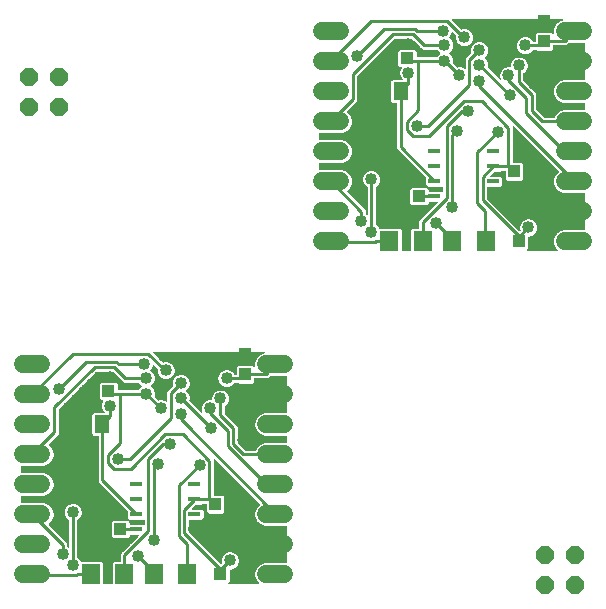
<source format=gbl>
G75*
%MOIN*%
%OFA0B0*%
%FSLAX25Y25*%
%IPPOS*%
%LPD*%
%AMOC8*
5,1,8,0,0,1.08239X$1,22.5*
%
%ADD10R,0.03937X0.04331*%
%ADD11R,0.04331X0.03937*%
%ADD12R,0.05118X0.05906*%
%ADD13C,0.06000*%
%ADD14R,0.06299X0.07098*%
%ADD15R,0.04134X0.01614*%
%ADD16OC8,0.06000*%
%ADD17C,0.01000*%
%ADD18C,0.04000*%
%ADD19C,0.00050*%
D10*
X0070618Y0025204D03*
X0070618Y0031896D03*
X0080618Y0075204D03*
X0080618Y0081896D03*
X0170118Y0136204D03*
X0170118Y0142896D03*
X0180118Y0186204D03*
X0180118Y0192896D03*
D11*
X0134465Y0180550D03*
X0127772Y0180550D03*
X0131772Y0134550D03*
X0138465Y0134550D03*
X0171772Y0119550D03*
X0178465Y0119550D03*
X0078965Y0008550D03*
X0072272Y0008550D03*
X0038965Y0023550D03*
X0032272Y0023550D03*
X0034965Y0069550D03*
X0028272Y0069550D03*
D12*
X0025378Y0058550D03*
X0032858Y0058550D03*
X0124878Y0169550D03*
X0132358Y0169550D03*
D13*
X0012618Y0008550D02*
X0006618Y0008550D01*
X0006618Y0018550D02*
X0012618Y0018550D01*
X0012618Y0028550D02*
X0006618Y0028550D01*
X0006618Y0038550D02*
X0012618Y0038550D01*
X0012618Y0048550D02*
X0006618Y0048550D01*
X0006618Y0058550D02*
X0012618Y0058550D01*
X0012618Y0068550D02*
X0006618Y0068550D01*
X0006618Y0078550D02*
X0012618Y0078550D01*
X0087618Y0078550D02*
X0093618Y0078550D01*
X0093618Y0068550D02*
X0087618Y0068550D01*
X0087618Y0058550D02*
X0093618Y0058550D01*
X0093618Y0048550D02*
X0087618Y0048550D01*
X0087618Y0038550D02*
X0093618Y0038550D01*
X0093618Y0028550D02*
X0087618Y0028550D01*
X0087618Y0018550D02*
X0093618Y0018550D01*
X0093618Y0008550D02*
X0087618Y0008550D01*
X0106118Y0119550D02*
X0112118Y0119550D01*
X0112118Y0129550D02*
X0106118Y0129550D01*
X0106118Y0139550D02*
X0112118Y0139550D01*
X0112118Y0149550D02*
X0106118Y0149550D01*
X0106118Y0159550D02*
X0112118Y0159550D01*
X0112118Y0169550D02*
X0106118Y0169550D01*
X0106118Y0179550D02*
X0112118Y0179550D01*
X0112118Y0189550D02*
X0106118Y0189550D01*
X0187118Y0189550D02*
X0193118Y0189550D01*
X0193118Y0179550D02*
X0187118Y0179550D01*
X0187118Y0169550D02*
X0193118Y0169550D01*
X0193118Y0159550D02*
X0187118Y0159550D01*
X0187118Y0149550D02*
X0193118Y0149550D01*
X0193118Y0139550D02*
X0187118Y0139550D01*
X0187118Y0129550D02*
X0193118Y0129550D01*
X0193118Y0119550D02*
X0187118Y0119550D01*
D14*
X0160717Y0119550D03*
X0149520Y0119550D03*
X0139717Y0119550D03*
X0128520Y0119550D03*
X0061217Y0008550D03*
X0050020Y0008550D03*
X0040217Y0008550D03*
X0029020Y0008550D03*
D15*
X0044130Y0023550D03*
X0044130Y0028550D03*
X0044130Y0033550D03*
X0044130Y0038550D03*
X0063618Y0038550D03*
X0063618Y0033550D03*
X0063618Y0028550D03*
X0063618Y0023550D03*
X0143630Y0134550D03*
X0143630Y0139550D03*
X0143630Y0144550D03*
X0143630Y0149550D03*
X0163118Y0149550D03*
X0163118Y0144550D03*
X0163118Y0139550D03*
X0163118Y0134550D03*
D16*
X0180618Y0015050D03*
X0180618Y0005050D03*
X0190618Y0005050D03*
X0190618Y0015050D03*
X0018500Y0164152D03*
X0008500Y0164152D03*
X0008500Y0174152D03*
X0018500Y0174152D03*
D17*
X0109118Y0179550D02*
X0122618Y0193050D01*
X0147718Y0193050D01*
X0153218Y0187550D01*
X0153518Y0187550D01*
X0158518Y0183250D02*
X0155218Y0179950D01*
X0155218Y0171650D01*
X0141518Y0157950D01*
X0137718Y0157950D01*
X0136318Y0154650D02*
X0134418Y0156550D01*
X0134418Y0159350D01*
X0138218Y0163150D01*
X0138218Y0179750D01*
X0146918Y0179750D01*
X0147318Y0179450D01*
X0151918Y0174850D01*
X0158518Y0172950D02*
X0158518Y0171150D01*
X0190118Y0139550D01*
X0190118Y0149550D02*
X0186818Y0149550D01*
X0174218Y0162150D01*
X0174218Y0167450D01*
X0168218Y0173450D01*
X0168218Y0174850D01*
X0171718Y0172550D02*
X0171718Y0178150D01*
X0168718Y0181450D02*
X0168318Y0181550D01*
X0168318Y0184050D01*
X0177118Y0192850D01*
X0180118Y0192850D01*
X0180118Y0192896D01*
X0180518Y0186450D02*
X0180118Y0186204D01*
X0180118Y0186150D01*
X0178818Y0184850D01*
X0173818Y0184850D01*
X0168718Y0181450D02*
X0179318Y0181450D01*
X0179318Y0164350D01*
X0176018Y0162950D02*
X0176018Y0168250D01*
X0171718Y0172550D01*
X0168718Y0168250D02*
X0158518Y0178450D01*
X0159418Y0166150D02*
X0153418Y0166150D01*
X0141918Y0154650D01*
X0136318Y0154650D01*
X0132418Y0150950D02*
X0132418Y0169550D01*
X0132358Y0169550D01*
X0132718Y0169950D01*
X0134918Y0172150D01*
X0134918Y0175750D01*
X0135318Y0179750D02*
X0134518Y0180550D01*
X0134465Y0180550D01*
X0135318Y0179750D02*
X0138218Y0179750D01*
X0140018Y0184950D02*
X0136318Y0188650D01*
X0129818Y0188650D01*
X0116418Y0175250D01*
X0116418Y0166850D01*
X0109118Y0159550D01*
X0124918Y0153150D02*
X0124918Y0169550D01*
X0124878Y0169550D01*
X0125218Y0169950D01*
X0127518Y0172250D01*
X0127518Y0175750D01*
X0125318Y0175750D01*
X0127518Y0175750D02*
X0127518Y0180150D01*
X0127772Y0180550D01*
X0127818Y0180550D01*
X0132618Y0185350D01*
X0134918Y0185350D01*
X0140018Y0184950D02*
X0146918Y0184950D01*
X0146318Y0189750D02*
X0137818Y0189750D01*
X0137118Y0190450D01*
X0126918Y0190450D01*
X0117918Y0181450D01*
X0124918Y0153150D02*
X0131718Y0146350D01*
X0131718Y0134550D01*
X0131772Y0134550D01*
X0138465Y0134550D02*
X0143630Y0134550D01*
X0147718Y0133850D02*
X0147718Y0157850D01*
X0152718Y0162850D01*
X0154818Y0162850D01*
X0159418Y0166150D02*
X0168118Y0157450D01*
X0168118Y0144550D01*
X0163118Y0144550D01*
X0162818Y0144150D01*
X0159718Y0141050D01*
X0159718Y0133150D01*
X0171718Y0121150D01*
X0171718Y0119550D01*
X0171772Y0119550D01*
X0172118Y0121350D01*
X0174918Y0124150D01*
X0178465Y0119550D02*
X0180118Y0119550D01*
X0182968Y0122400D01*
X0170018Y0135350D01*
X0170118Y0136204D01*
X0170118Y0136150D01*
X0168518Y0134550D01*
X0163118Y0134550D01*
X0160618Y0129650D02*
X0157918Y0132350D01*
X0157918Y0149150D01*
X0164818Y0156050D01*
X0168118Y0144550D02*
X0168518Y0144550D01*
X0170118Y0142950D01*
X0170118Y0142896D01*
X0160618Y0129650D02*
X0160618Y0119550D01*
X0160717Y0119550D01*
X0149520Y0119550D02*
X0149518Y0119550D01*
X0149518Y0120350D01*
X0144218Y0125650D01*
X0139718Y0125850D02*
X0147718Y0133850D01*
X0149618Y0131050D02*
X0149618Y0155050D01*
X0151018Y0156450D01*
X0143618Y0139750D02*
X0132418Y0150950D01*
X0122518Y0140250D02*
X0122518Y0122750D01*
X0124018Y0119550D02*
X0123918Y0119450D01*
X0109218Y0119450D01*
X0109118Y0119550D01*
X0119218Y0126250D02*
X0119218Y0129450D01*
X0109118Y0139550D01*
X0124018Y0119550D02*
X0128520Y0119550D01*
X0139717Y0119550D02*
X0139718Y0119550D01*
X0139718Y0125850D01*
X0143618Y0139550D02*
X0143630Y0139550D01*
X0143618Y0139550D02*
X0143618Y0139750D01*
X0176018Y0162950D02*
X0179418Y0159550D01*
X0190118Y0159550D01*
X0190118Y0179550D02*
X0188218Y0181450D01*
X0179318Y0181450D01*
X0180518Y0186450D02*
X0187018Y0186450D01*
X0190118Y0189550D01*
X0190118Y0129550D02*
X0182968Y0122400D01*
X0090618Y0078550D02*
X0087518Y0075450D01*
X0081018Y0075450D01*
X0080618Y0075204D01*
X0080618Y0075150D01*
X0079318Y0073850D01*
X0074318Y0073850D01*
X0068818Y0073050D02*
X0068818Y0070550D01*
X0069218Y0070450D01*
X0079818Y0070450D01*
X0079818Y0053350D01*
X0076518Y0051950D02*
X0076518Y0057250D01*
X0072218Y0061550D01*
X0072218Y0067150D01*
X0068718Y0063850D02*
X0068718Y0062450D01*
X0074718Y0056450D01*
X0074718Y0051150D01*
X0087318Y0038550D01*
X0090618Y0038550D01*
X0090618Y0048550D02*
X0079918Y0048550D01*
X0076518Y0051950D01*
X0069218Y0057250D02*
X0059018Y0067450D01*
X0055718Y0068950D02*
X0055718Y0060650D01*
X0042018Y0046950D01*
X0038218Y0046950D01*
X0036818Y0043650D02*
X0034918Y0045550D01*
X0034918Y0048350D01*
X0038718Y0052150D01*
X0038718Y0068750D01*
X0047418Y0068750D01*
X0047818Y0068450D01*
X0052418Y0063850D01*
X0055718Y0068950D02*
X0059018Y0072250D01*
X0054018Y0076550D02*
X0053718Y0076550D01*
X0048218Y0082050D01*
X0023118Y0082050D01*
X0009618Y0068550D01*
X0016918Y0064250D02*
X0016918Y0055850D01*
X0009618Y0048550D01*
X0025418Y0042150D02*
X0025418Y0058550D01*
X0025378Y0058550D01*
X0025718Y0058950D01*
X0028018Y0061250D01*
X0028018Y0064750D01*
X0025818Y0064750D01*
X0028018Y0064750D02*
X0028018Y0069150D01*
X0028272Y0069550D01*
X0028318Y0069550D01*
X0033118Y0074350D01*
X0035418Y0074350D01*
X0036818Y0077650D02*
X0030318Y0077650D01*
X0016918Y0064250D01*
X0018418Y0070450D02*
X0027418Y0079450D01*
X0037618Y0079450D01*
X0038318Y0078750D01*
X0046818Y0078750D01*
X0047418Y0073950D02*
X0040518Y0073950D01*
X0036818Y0077650D01*
X0035018Y0069550D02*
X0034965Y0069550D01*
X0035018Y0069550D02*
X0035818Y0068750D01*
X0038718Y0068750D01*
X0035418Y0064750D02*
X0035418Y0061150D01*
X0033218Y0058950D01*
X0032858Y0058550D01*
X0032918Y0058550D01*
X0032918Y0039950D01*
X0044118Y0028750D01*
X0044118Y0028550D01*
X0044130Y0028550D01*
X0044130Y0023550D02*
X0038965Y0023550D01*
X0032272Y0023550D02*
X0032218Y0023550D01*
X0032218Y0035350D01*
X0025418Y0042150D01*
X0036818Y0043650D02*
X0042418Y0043650D01*
X0053918Y0055150D01*
X0059918Y0055150D01*
X0068618Y0046450D01*
X0068618Y0033550D01*
X0063618Y0033550D01*
X0063318Y0033150D01*
X0060218Y0030050D01*
X0060218Y0022150D01*
X0072218Y0010150D01*
X0072218Y0008550D01*
X0072272Y0008550D01*
X0072618Y0010350D01*
X0075418Y0013150D01*
X0078965Y0008550D02*
X0080618Y0008550D01*
X0083468Y0011400D01*
X0070518Y0024350D01*
X0070618Y0025204D01*
X0070618Y0025150D01*
X0069018Y0023550D01*
X0063618Y0023550D01*
X0061118Y0018650D02*
X0058418Y0021350D01*
X0058418Y0038150D01*
X0065318Y0045050D01*
X0055318Y0051850D02*
X0053218Y0051850D01*
X0048218Y0046850D01*
X0048218Y0022850D01*
X0040218Y0014850D01*
X0040218Y0008550D01*
X0040217Y0008550D01*
X0044718Y0014650D02*
X0050018Y0009350D01*
X0050018Y0008550D01*
X0050020Y0008550D01*
X0061118Y0008550D02*
X0061118Y0018650D01*
X0061118Y0008550D02*
X0061217Y0008550D01*
X0050118Y0020050D02*
X0050118Y0044050D01*
X0051518Y0045450D01*
X0059018Y0060150D02*
X0090618Y0028550D01*
X0090618Y0018550D02*
X0083468Y0011400D01*
X0070618Y0031896D02*
X0070618Y0031950D01*
X0069018Y0033550D01*
X0068618Y0033550D01*
X0059018Y0060150D02*
X0059018Y0061950D01*
X0068818Y0073050D02*
X0077618Y0081850D01*
X0080618Y0081850D01*
X0080618Y0081896D01*
X0079818Y0070450D02*
X0088718Y0070450D01*
X0090618Y0068550D01*
X0029020Y0008550D02*
X0024518Y0008550D01*
X0024418Y0008450D01*
X0009718Y0008450D01*
X0009618Y0008550D01*
X0019718Y0015250D02*
X0019718Y0018450D01*
X0009618Y0028550D01*
X0023018Y0029250D02*
X0023018Y0011750D01*
D18*
X0023018Y0011750D03*
X0019718Y0015250D03*
X0023018Y0029250D03*
X0038218Y0046950D03*
X0051518Y0045450D03*
X0055318Y0051850D03*
X0065318Y0045050D03*
X0069218Y0057250D03*
X0068718Y0063850D03*
X0072218Y0067150D03*
X0068818Y0070550D03*
X0074318Y0073850D03*
X0059018Y0072250D03*
X0054018Y0076550D03*
X0047418Y0073950D03*
X0046818Y0078750D03*
X0047418Y0068750D03*
X0052418Y0063850D03*
X0059018Y0061950D03*
X0059018Y0067450D03*
X0079818Y0053350D03*
X0050118Y0020050D03*
X0044718Y0014650D03*
X0075418Y0013150D03*
X0035418Y0064750D03*
X0025818Y0064750D03*
X0018418Y0070450D03*
X0035418Y0074350D03*
X0119218Y0126250D03*
X0122518Y0122750D03*
X0122518Y0140250D03*
X0137718Y0157950D03*
X0151018Y0156450D03*
X0154818Y0162850D03*
X0158518Y0172950D03*
X0158518Y0178450D03*
X0158518Y0183250D03*
X0153518Y0187550D03*
X0146918Y0184950D03*
X0146918Y0179750D03*
X0151918Y0174850D03*
X0146318Y0189750D03*
X0134918Y0185350D03*
X0134918Y0175750D03*
X0125318Y0175750D03*
X0117918Y0181450D03*
X0164818Y0156050D03*
X0168718Y0168250D03*
X0168218Y0174850D03*
X0171718Y0178150D03*
X0168318Y0181550D03*
X0173818Y0184850D03*
X0179318Y0164350D03*
X0149618Y0131050D03*
X0144218Y0125650D03*
X0174918Y0124150D03*
D19*
X0172115Y0125287D02*
X0169737Y0125287D01*
X0169786Y0125239D02*
X0172095Y0125239D01*
X0172075Y0125190D02*
X0169834Y0125190D01*
X0169883Y0125142D02*
X0172055Y0125142D01*
X0172035Y0125093D02*
X0169931Y0125093D01*
X0169980Y0125045D02*
X0172015Y0125045D01*
X0171994Y0124996D02*
X0170028Y0124996D01*
X0170077Y0124948D02*
X0171974Y0124948D01*
X0171954Y0124899D02*
X0170125Y0124899D01*
X0170174Y0124851D02*
X0171934Y0124851D01*
X0171914Y0124802D02*
X0170222Y0124802D01*
X0170271Y0124754D02*
X0171894Y0124754D01*
X0171893Y0124752D02*
X0171893Y0123548D01*
X0171971Y0123360D01*
X0171818Y0123207D01*
X0161243Y0133782D01*
X0161243Y0137718D01*
X0165610Y0137718D01*
X0166210Y0138318D01*
X0166210Y0140782D01*
X0165610Y0141382D01*
X0162207Y0141382D01*
X0163537Y0142712D01*
X0163577Y0142718D01*
X0165610Y0142718D01*
X0165917Y0143025D01*
X0167125Y0143025D01*
X0167125Y0140307D01*
X0167725Y0139706D01*
X0172511Y0139706D01*
X0173112Y0140307D01*
X0173112Y0145486D01*
X0172511Y0146087D01*
X0169643Y0146087D01*
X0169643Y0157868D01*
X0184694Y0142818D01*
X0183706Y0141830D01*
X0183093Y0140351D01*
X0183093Y0138749D01*
X0183706Y0137270D01*
X0184838Y0136138D01*
X0186317Y0135525D01*
X0193593Y0135525D01*
X0193593Y0123575D01*
X0186317Y0123575D01*
X0184838Y0122962D01*
X0183706Y0121830D01*
X0183093Y0120351D01*
X0183093Y0118749D01*
X0183706Y0117270D01*
X0184401Y0116575D01*
X0174380Y0116575D01*
X0174962Y0117157D01*
X0174962Y0121125D01*
X0175520Y0121125D01*
X0176632Y0121586D01*
X0177483Y0122436D01*
X0177943Y0123548D01*
X0177943Y0124752D01*
X0177483Y0125864D01*
X0176632Y0126714D01*
X0175520Y0127175D01*
X0174316Y0127175D01*
X0173205Y0126714D01*
X0172354Y0125864D01*
X0171893Y0124752D01*
X0171893Y0124705D02*
X0170319Y0124705D01*
X0170368Y0124657D02*
X0171893Y0124657D01*
X0171893Y0124608D02*
X0170416Y0124608D01*
X0170465Y0124560D02*
X0171893Y0124560D01*
X0171893Y0124511D02*
X0170513Y0124511D01*
X0170562Y0124463D02*
X0171893Y0124463D01*
X0171893Y0124414D02*
X0170610Y0124414D01*
X0170659Y0124366D02*
X0171893Y0124366D01*
X0171893Y0124317D02*
X0170708Y0124317D01*
X0170756Y0124269D02*
X0171893Y0124269D01*
X0171893Y0124220D02*
X0170805Y0124220D01*
X0170853Y0124172D02*
X0171893Y0124172D01*
X0171893Y0124123D02*
X0170902Y0124123D01*
X0170950Y0124075D02*
X0171893Y0124075D01*
X0171893Y0124026D02*
X0170999Y0124026D01*
X0171047Y0123978D02*
X0171893Y0123978D01*
X0171893Y0123929D02*
X0171096Y0123929D01*
X0171144Y0123881D02*
X0171893Y0123881D01*
X0171893Y0123832D02*
X0171193Y0123832D01*
X0171241Y0123784D02*
X0171893Y0123784D01*
X0171893Y0123735D02*
X0171290Y0123735D01*
X0171338Y0123687D02*
X0171893Y0123687D01*
X0171893Y0123638D02*
X0171387Y0123638D01*
X0171435Y0123590D02*
X0171893Y0123590D01*
X0171896Y0123541D02*
X0171484Y0123541D01*
X0171532Y0123493D02*
X0171916Y0123493D01*
X0171936Y0123444D02*
X0171581Y0123444D01*
X0171629Y0123396D02*
X0171956Y0123396D01*
X0171958Y0123347D02*
X0171678Y0123347D01*
X0171726Y0123299D02*
X0171910Y0123299D01*
X0171861Y0123250D02*
X0171775Y0123250D01*
X0172135Y0125336D02*
X0169689Y0125336D01*
X0169640Y0125385D02*
X0172155Y0125385D01*
X0172175Y0125433D02*
X0169592Y0125433D01*
X0169543Y0125482D02*
X0172195Y0125482D01*
X0172216Y0125530D02*
X0169495Y0125530D01*
X0169446Y0125579D02*
X0172236Y0125579D01*
X0172256Y0125627D02*
X0169398Y0125627D01*
X0169349Y0125676D02*
X0172276Y0125676D01*
X0172296Y0125724D02*
X0169301Y0125724D01*
X0169252Y0125773D02*
X0172316Y0125773D01*
X0172336Y0125821D02*
X0169204Y0125821D01*
X0169155Y0125870D02*
X0172360Y0125870D01*
X0172408Y0125918D02*
X0169107Y0125918D01*
X0169058Y0125967D02*
X0172457Y0125967D01*
X0172505Y0126015D02*
X0169010Y0126015D01*
X0168961Y0126064D02*
X0172554Y0126064D01*
X0172602Y0126112D02*
X0168913Y0126112D01*
X0168864Y0126161D02*
X0172651Y0126161D01*
X0172699Y0126209D02*
X0168816Y0126209D01*
X0168767Y0126258D02*
X0172748Y0126258D01*
X0172796Y0126306D02*
X0168719Y0126306D01*
X0168670Y0126355D02*
X0172845Y0126355D01*
X0172893Y0126403D02*
X0168622Y0126403D01*
X0168573Y0126452D02*
X0172942Y0126452D01*
X0172990Y0126500D02*
X0168524Y0126500D01*
X0168476Y0126549D02*
X0173039Y0126549D01*
X0173087Y0126597D02*
X0168427Y0126597D01*
X0168379Y0126646D02*
X0173136Y0126646D01*
X0173184Y0126694D02*
X0168330Y0126694D01*
X0168282Y0126743D02*
X0173273Y0126743D01*
X0173390Y0126791D02*
X0168233Y0126791D01*
X0168185Y0126840D02*
X0173507Y0126840D01*
X0173624Y0126888D02*
X0168136Y0126888D01*
X0168088Y0126937D02*
X0173742Y0126937D01*
X0173859Y0126985D02*
X0168039Y0126985D01*
X0167991Y0127034D02*
X0173976Y0127034D01*
X0174093Y0127082D02*
X0167942Y0127082D01*
X0167894Y0127131D02*
X0174210Y0127131D01*
X0175626Y0127131D02*
X0193593Y0127131D01*
X0193593Y0127179D02*
X0167845Y0127179D01*
X0167797Y0127228D02*
X0193593Y0127228D01*
X0193593Y0127276D02*
X0167748Y0127276D01*
X0167700Y0127325D02*
X0193593Y0127325D01*
X0193593Y0127373D02*
X0167651Y0127373D01*
X0167603Y0127422D02*
X0193593Y0127422D01*
X0193593Y0127470D02*
X0167554Y0127470D01*
X0167506Y0127519D02*
X0193593Y0127519D01*
X0193593Y0127568D02*
X0167457Y0127568D01*
X0167409Y0127616D02*
X0193593Y0127616D01*
X0193593Y0127665D02*
X0167360Y0127665D01*
X0167312Y0127713D02*
X0193593Y0127713D01*
X0193593Y0127762D02*
X0167263Y0127762D01*
X0167215Y0127810D02*
X0193593Y0127810D01*
X0193593Y0127859D02*
X0167166Y0127859D01*
X0167118Y0127907D02*
X0193593Y0127907D01*
X0193593Y0127956D02*
X0167069Y0127956D01*
X0167021Y0128004D02*
X0193593Y0128004D01*
X0193593Y0128053D02*
X0166972Y0128053D01*
X0166924Y0128101D02*
X0193593Y0128101D01*
X0193593Y0128150D02*
X0166875Y0128150D01*
X0166827Y0128198D02*
X0193593Y0128198D01*
X0193593Y0128247D02*
X0166778Y0128247D01*
X0166730Y0128295D02*
X0193593Y0128295D01*
X0193593Y0128344D02*
X0166681Y0128344D01*
X0166633Y0128392D02*
X0193593Y0128392D01*
X0193593Y0128441D02*
X0166584Y0128441D01*
X0166536Y0128489D02*
X0193593Y0128489D01*
X0193593Y0128538D02*
X0166487Y0128538D01*
X0166439Y0128586D02*
X0193593Y0128586D01*
X0193593Y0128635D02*
X0166390Y0128635D01*
X0166341Y0128683D02*
X0193593Y0128683D01*
X0193593Y0128732D02*
X0166293Y0128732D01*
X0166244Y0128780D02*
X0193593Y0128780D01*
X0193593Y0128829D02*
X0166196Y0128829D01*
X0166147Y0128877D02*
X0193593Y0128877D01*
X0193593Y0128926D02*
X0166099Y0128926D01*
X0166050Y0128974D02*
X0193593Y0128974D01*
X0193593Y0129023D02*
X0166002Y0129023D01*
X0165953Y0129071D02*
X0193593Y0129071D01*
X0193593Y0129120D02*
X0165905Y0129120D01*
X0165856Y0129168D02*
X0193593Y0129168D01*
X0193593Y0129217D02*
X0165808Y0129217D01*
X0165759Y0129265D02*
X0193593Y0129265D01*
X0193593Y0129314D02*
X0165711Y0129314D01*
X0165662Y0129362D02*
X0193593Y0129362D01*
X0193593Y0129411D02*
X0165614Y0129411D01*
X0165565Y0129459D02*
X0193593Y0129459D01*
X0193593Y0129508D02*
X0165517Y0129508D01*
X0165468Y0129556D02*
X0193593Y0129556D01*
X0193593Y0129605D02*
X0165420Y0129605D01*
X0165371Y0129654D02*
X0193593Y0129654D01*
X0193593Y0129702D02*
X0165323Y0129702D01*
X0165274Y0129751D02*
X0193593Y0129751D01*
X0193593Y0129799D02*
X0165226Y0129799D01*
X0165177Y0129848D02*
X0193593Y0129848D01*
X0193593Y0129896D02*
X0165129Y0129896D01*
X0165080Y0129945D02*
X0193593Y0129945D01*
X0193593Y0129993D02*
X0165032Y0129993D01*
X0164983Y0130042D02*
X0193593Y0130042D01*
X0193593Y0130090D02*
X0164935Y0130090D01*
X0164886Y0130139D02*
X0193593Y0130139D01*
X0193593Y0130187D02*
X0164838Y0130187D01*
X0164789Y0130236D02*
X0193593Y0130236D01*
X0193593Y0130284D02*
X0164741Y0130284D01*
X0164692Y0130333D02*
X0193593Y0130333D01*
X0193593Y0130381D02*
X0164644Y0130381D01*
X0164595Y0130430D02*
X0193593Y0130430D01*
X0193593Y0130478D02*
X0164547Y0130478D01*
X0164498Y0130527D02*
X0193593Y0130527D01*
X0193593Y0130575D02*
X0164450Y0130575D01*
X0164401Y0130624D02*
X0193593Y0130624D01*
X0193593Y0130672D02*
X0164353Y0130672D01*
X0164304Y0130721D02*
X0193593Y0130721D01*
X0193593Y0130769D02*
X0164255Y0130769D01*
X0164207Y0130818D02*
X0193593Y0130818D01*
X0193593Y0130866D02*
X0164158Y0130866D01*
X0164110Y0130915D02*
X0193593Y0130915D01*
X0193593Y0130963D02*
X0164061Y0130963D01*
X0164013Y0131012D02*
X0193593Y0131012D01*
X0193593Y0131060D02*
X0163964Y0131060D01*
X0163916Y0131109D02*
X0193593Y0131109D01*
X0193593Y0131157D02*
X0163867Y0131157D01*
X0163819Y0131206D02*
X0193593Y0131206D01*
X0193593Y0131254D02*
X0163770Y0131254D01*
X0163722Y0131303D02*
X0193593Y0131303D01*
X0193593Y0131351D02*
X0163673Y0131351D01*
X0163625Y0131400D02*
X0193593Y0131400D01*
X0193593Y0131448D02*
X0163576Y0131448D01*
X0163528Y0131497D02*
X0193593Y0131497D01*
X0193593Y0131545D02*
X0163479Y0131545D01*
X0163431Y0131594D02*
X0193593Y0131594D01*
X0193593Y0131642D02*
X0163382Y0131642D01*
X0163334Y0131691D02*
X0193593Y0131691D01*
X0193593Y0131739D02*
X0163285Y0131739D01*
X0163237Y0131788D02*
X0193593Y0131788D01*
X0193593Y0131837D02*
X0163188Y0131837D01*
X0163140Y0131885D02*
X0193593Y0131885D01*
X0193593Y0131934D02*
X0163091Y0131934D01*
X0163043Y0131982D02*
X0193593Y0131982D01*
X0193593Y0132031D02*
X0162994Y0132031D01*
X0162946Y0132079D02*
X0193593Y0132079D01*
X0193593Y0132128D02*
X0162897Y0132128D01*
X0162849Y0132176D02*
X0193593Y0132176D01*
X0193593Y0132225D02*
X0162800Y0132225D01*
X0162752Y0132273D02*
X0193593Y0132273D01*
X0193593Y0132322D02*
X0162703Y0132322D01*
X0162655Y0132370D02*
X0193593Y0132370D01*
X0193593Y0132419D02*
X0162606Y0132419D01*
X0162558Y0132467D02*
X0193593Y0132467D01*
X0193593Y0132516D02*
X0162509Y0132516D01*
X0162461Y0132564D02*
X0193593Y0132564D01*
X0193593Y0132613D02*
X0162412Y0132613D01*
X0162364Y0132661D02*
X0193593Y0132661D01*
X0193593Y0132710D02*
X0162315Y0132710D01*
X0162267Y0132758D02*
X0193593Y0132758D01*
X0193593Y0132807D02*
X0162218Y0132807D01*
X0162170Y0132855D02*
X0193593Y0132855D01*
X0193593Y0132904D02*
X0162121Y0132904D01*
X0162072Y0132952D02*
X0193593Y0132952D01*
X0193593Y0133001D02*
X0162024Y0133001D01*
X0161975Y0133049D02*
X0193593Y0133049D01*
X0193593Y0133098D02*
X0161927Y0133098D01*
X0161878Y0133146D02*
X0193593Y0133146D01*
X0193593Y0133195D02*
X0161830Y0133195D01*
X0161781Y0133243D02*
X0193593Y0133243D01*
X0193593Y0133292D02*
X0161733Y0133292D01*
X0161684Y0133340D02*
X0193593Y0133340D01*
X0193593Y0133389D02*
X0161636Y0133389D01*
X0161587Y0133437D02*
X0193593Y0133437D01*
X0193593Y0133486D02*
X0161539Y0133486D01*
X0161490Y0133534D02*
X0193593Y0133534D01*
X0193593Y0133583D02*
X0161442Y0133583D01*
X0161393Y0133631D02*
X0193593Y0133631D01*
X0193593Y0133680D02*
X0161345Y0133680D01*
X0161296Y0133728D02*
X0193593Y0133728D01*
X0193593Y0133777D02*
X0161248Y0133777D01*
X0161243Y0133825D02*
X0193593Y0133825D01*
X0193593Y0133874D02*
X0161243Y0133874D01*
X0161243Y0133923D02*
X0193593Y0133923D01*
X0193593Y0133971D02*
X0161243Y0133971D01*
X0161243Y0134020D02*
X0193593Y0134020D01*
X0193593Y0134068D02*
X0161243Y0134068D01*
X0161243Y0134117D02*
X0193593Y0134117D01*
X0193593Y0134165D02*
X0161243Y0134165D01*
X0161243Y0134214D02*
X0193593Y0134214D01*
X0193593Y0134262D02*
X0161243Y0134262D01*
X0161243Y0134311D02*
X0193593Y0134311D01*
X0193593Y0134359D02*
X0161243Y0134359D01*
X0161243Y0134408D02*
X0193593Y0134408D01*
X0193593Y0134456D02*
X0161243Y0134456D01*
X0161243Y0134505D02*
X0193593Y0134505D01*
X0193593Y0134553D02*
X0161243Y0134553D01*
X0161243Y0134602D02*
X0193593Y0134602D01*
X0193593Y0134650D02*
X0161243Y0134650D01*
X0161243Y0134699D02*
X0193593Y0134699D01*
X0193593Y0134747D02*
X0161243Y0134747D01*
X0161243Y0134796D02*
X0193593Y0134796D01*
X0193593Y0134844D02*
X0161243Y0134844D01*
X0161243Y0134893D02*
X0193593Y0134893D01*
X0193593Y0134941D02*
X0161243Y0134941D01*
X0161243Y0134990D02*
X0193593Y0134990D01*
X0193593Y0135038D02*
X0161243Y0135038D01*
X0161243Y0135087D02*
X0193593Y0135087D01*
X0193593Y0135135D02*
X0161243Y0135135D01*
X0161243Y0135184D02*
X0193593Y0135184D01*
X0193593Y0135232D02*
X0161243Y0135232D01*
X0161243Y0135281D02*
X0193593Y0135281D01*
X0193593Y0135329D02*
X0161243Y0135329D01*
X0161243Y0135378D02*
X0193593Y0135378D01*
X0193593Y0135426D02*
X0161243Y0135426D01*
X0161243Y0135475D02*
X0193593Y0135475D01*
X0193593Y0135523D02*
X0161243Y0135523D01*
X0161243Y0135572D02*
X0186204Y0135572D01*
X0186087Y0135620D02*
X0161243Y0135620D01*
X0161243Y0135669D02*
X0185970Y0135669D01*
X0185853Y0135717D02*
X0161243Y0135717D01*
X0161243Y0135766D02*
X0185736Y0135766D01*
X0185619Y0135814D02*
X0161243Y0135814D01*
X0161243Y0135863D02*
X0185502Y0135863D01*
X0185384Y0135911D02*
X0161243Y0135911D01*
X0161243Y0135960D02*
X0185267Y0135960D01*
X0185150Y0136008D02*
X0161243Y0136008D01*
X0161243Y0136057D02*
X0185033Y0136057D01*
X0184916Y0136106D02*
X0161243Y0136106D01*
X0161243Y0136154D02*
X0184822Y0136154D01*
X0184773Y0136203D02*
X0161243Y0136203D01*
X0161243Y0136251D02*
X0184725Y0136251D01*
X0184676Y0136300D02*
X0161243Y0136300D01*
X0161243Y0136348D02*
X0184628Y0136348D01*
X0184579Y0136397D02*
X0161243Y0136397D01*
X0161243Y0136445D02*
X0184531Y0136445D01*
X0184482Y0136494D02*
X0161243Y0136494D01*
X0161243Y0136542D02*
X0184434Y0136542D01*
X0184385Y0136591D02*
X0161243Y0136591D01*
X0161243Y0136639D02*
X0184337Y0136639D01*
X0184288Y0136688D02*
X0161243Y0136688D01*
X0161243Y0136736D02*
X0184240Y0136736D01*
X0184191Y0136785D02*
X0161243Y0136785D01*
X0161243Y0136833D02*
X0184143Y0136833D01*
X0184094Y0136882D02*
X0161243Y0136882D01*
X0161243Y0136930D02*
X0184046Y0136930D01*
X0183997Y0136979D02*
X0161243Y0136979D01*
X0161243Y0137027D02*
X0183949Y0137027D01*
X0183900Y0137076D02*
X0161243Y0137076D01*
X0161243Y0137124D02*
X0183852Y0137124D01*
X0183803Y0137173D02*
X0161243Y0137173D01*
X0161243Y0137221D02*
X0183755Y0137221D01*
X0183706Y0137270D02*
X0161243Y0137270D01*
X0161243Y0137318D02*
X0183686Y0137318D01*
X0183666Y0137367D02*
X0161243Y0137367D01*
X0161243Y0137415D02*
X0183646Y0137415D01*
X0183626Y0137464D02*
X0161243Y0137464D01*
X0161243Y0137512D02*
X0183605Y0137512D01*
X0183585Y0137561D02*
X0161243Y0137561D01*
X0161243Y0137609D02*
X0183565Y0137609D01*
X0183545Y0137658D02*
X0161243Y0137658D01*
X0161243Y0137706D02*
X0183525Y0137706D01*
X0183505Y0137755D02*
X0165647Y0137755D01*
X0165695Y0137803D02*
X0183485Y0137803D01*
X0183465Y0137852D02*
X0165744Y0137852D01*
X0165792Y0137900D02*
X0183445Y0137900D01*
X0183425Y0137949D02*
X0165841Y0137949D01*
X0165889Y0137997D02*
X0183405Y0137997D01*
X0183384Y0138046D02*
X0165938Y0138046D01*
X0165986Y0138094D02*
X0183364Y0138094D01*
X0183344Y0138143D02*
X0166035Y0138143D01*
X0166083Y0138191D02*
X0183324Y0138191D01*
X0183304Y0138240D02*
X0166132Y0138240D01*
X0166180Y0138289D02*
X0183284Y0138289D01*
X0183264Y0138337D02*
X0166210Y0138337D01*
X0166210Y0138386D02*
X0183244Y0138386D01*
X0183224Y0138434D02*
X0166210Y0138434D01*
X0166210Y0138483D02*
X0183204Y0138483D01*
X0183184Y0138531D02*
X0166210Y0138531D01*
X0166210Y0138580D02*
X0183163Y0138580D01*
X0183143Y0138628D02*
X0166210Y0138628D01*
X0166210Y0138677D02*
X0183123Y0138677D01*
X0183103Y0138725D02*
X0166210Y0138725D01*
X0166210Y0138774D02*
X0183093Y0138774D01*
X0183093Y0138822D02*
X0166210Y0138822D01*
X0166210Y0138871D02*
X0183093Y0138871D01*
X0183093Y0138919D02*
X0166210Y0138919D01*
X0166210Y0138968D02*
X0183093Y0138968D01*
X0183093Y0139016D02*
X0166210Y0139016D01*
X0166210Y0139065D02*
X0183093Y0139065D01*
X0183093Y0139113D02*
X0166210Y0139113D01*
X0166210Y0139162D02*
X0183093Y0139162D01*
X0183093Y0139210D02*
X0166210Y0139210D01*
X0166210Y0139259D02*
X0183093Y0139259D01*
X0183093Y0139307D02*
X0166210Y0139307D01*
X0166210Y0139356D02*
X0183093Y0139356D01*
X0183093Y0139404D02*
X0166210Y0139404D01*
X0166210Y0139453D02*
X0183093Y0139453D01*
X0183093Y0139501D02*
X0166210Y0139501D01*
X0166210Y0139550D02*
X0183093Y0139550D01*
X0183093Y0139598D02*
X0166210Y0139598D01*
X0166210Y0139647D02*
X0183093Y0139647D01*
X0183093Y0139695D02*
X0166210Y0139695D01*
X0166210Y0139744D02*
X0167687Y0139744D01*
X0167639Y0139792D02*
X0166210Y0139792D01*
X0166210Y0139841D02*
X0167590Y0139841D01*
X0167542Y0139889D02*
X0166210Y0139889D01*
X0166210Y0139938D02*
X0167493Y0139938D01*
X0167445Y0139986D02*
X0166210Y0139986D01*
X0166210Y0140035D02*
X0167396Y0140035D01*
X0167348Y0140083D02*
X0166210Y0140083D01*
X0166210Y0140132D02*
X0167299Y0140132D01*
X0167251Y0140180D02*
X0166210Y0140180D01*
X0166210Y0140229D02*
X0167202Y0140229D01*
X0167154Y0140277D02*
X0166210Y0140277D01*
X0166210Y0140326D02*
X0167125Y0140326D01*
X0167125Y0140375D02*
X0166210Y0140375D01*
X0166210Y0140423D02*
X0167125Y0140423D01*
X0167125Y0140472D02*
X0166210Y0140472D01*
X0166210Y0140520D02*
X0167125Y0140520D01*
X0167125Y0140569D02*
X0166210Y0140569D01*
X0166210Y0140617D02*
X0167125Y0140617D01*
X0167125Y0140666D02*
X0166210Y0140666D01*
X0166210Y0140714D02*
X0167125Y0140714D01*
X0167125Y0140763D02*
X0166210Y0140763D01*
X0166181Y0140811D02*
X0167125Y0140811D01*
X0167125Y0140860D02*
X0166132Y0140860D01*
X0166084Y0140908D02*
X0167125Y0140908D01*
X0167125Y0140957D02*
X0166035Y0140957D01*
X0165987Y0141005D02*
X0167125Y0141005D01*
X0167125Y0141054D02*
X0165938Y0141054D01*
X0165890Y0141102D02*
X0167125Y0141102D01*
X0167125Y0141151D02*
X0165841Y0141151D01*
X0165792Y0141199D02*
X0167125Y0141199D01*
X0167125Y0141248D02*
X0165744Y0141248D01*
X0165695Y0141296D02*
X0167125Y0141296D01*
X0167125Y0141345D02*
X0165647Y0141345D01*
X0165643Y0142752D02*
X0167125Y0142752D01*
X0167125Y0142800D02*
X0165692Y0142800D01*
X0165740Y0142849D02*
X0167125Y0142849D01*
X0167125Y0142897D02*
X0165789Y0142897D01*
X0165837Y0142946D02*
X0167125Y0142946D01*
X0167125Y0142994D02*
X0165886Y0142994D01*
X0167125Y0142703D02*
X0163528Y0142703D01*
X0163479Y0142655D02*
X0167125Y0142655D01*
X0167125Y0142606D02*
X0163431Y0142606D01*
X0163382Y0142558D02*
X0167125Y0142558D01*
X0167125Y0142509D02*
X0163334Y0142509D01*
X0163285Y0142460D02*
X0167125Y0142460D01*
X0167125Y0142412D02*
X0163237Y0142412D01*
X0163188Y0142363D02*
X0167125Y0142363D01*
X0167125Y0142315D02*
X0163140Y0142315D01*
X0163091Y0142266D02*
X0167125Y0142266D01*
X0167125Y0142218D02*
X0163043Y0142218D01*
X0162994Y0142169D02*
X0167125Y0142169D01*
X0167125Y0142121D02*
X0162946Y0142121D01*
X0162897Y0142072D02*
X0167125Y0142072D01*
X0167125Y0142024D02*
X0162849Y0142024D01*
X0162800Y0141975D02*
X0167125Y0141975D01*
X0167125Y0141927D02*
X0162752Y0141927D01*
X0162703Y0141878D02*
X0167125Y0141878D01*
X0167125Y0141830D02*
X0162655Y0141830D01*
X0162606Y0141781D02*
X0167125Y0141781D01*
X0167125Y0141733D02*
X0162558Y0141733D01*
X0162509Y0141684D02*
X0167125Y0141684D01*
X0167125Y0141636D02*
X0162461Y0141636D01*
X0162412Y0141587D02*
X0167125Y0141587D01*
X0167125Y0141539D02*
X0162364Y0141539D01*
X0162315Y0141490D02*
X0167125Y0141490D01*
X0167125Y0141442D02*
X0162267Y0141442D01*
X0162218Y0141393D02*
X0167125Y0141393D01*
X0169643Y0146099D02*
X0181413Y0146099D01*
X0181461Y0146050D02*
X0172548Y0146050D01*
X0172596Y0146002D02*
X0181510Y0146002D01*
X0181558Y0145953D02*
X0172645Y0145953D01*
X0172693Y0145905D02*
X0181607Y0145905D01*
X0181655Y0145856D02*
X0172742Y0145856D01*
X0172790Y0145808D02*
X0181704Y0145808D01*
X0181752Y0145759D02*
X0172839Y0145759D01*
X0172887Y0145711D02*
X0181801Y0145711D01*
X0181849Y0145662D02*
X0172936Y0145662D01*
X0172984Y0145614D02*
X0181898Y0145614D01*
X0181946Y0145565D02*
X0173033Y0145565D01*
X0173081Y0145517D02*
X0181995Y0145517D01*
X0182043Y0145468D02*
X0173112Y0145468D01*
X0173112Y0145420D02*
X0182092Y0145420D01*
X0182140Y0145371D02*
X0173112Y0145371D01*
X0173112Y0145323D02*
X0182189Y0145323D01*
X0182237Y0145274D02*
X0173112Y0145274D01*
X0173112Y0145226D02*
X0182286Y0145226D01*
X0182334Y0145177D02*
X0173112Y0145177D01*
X0173112Y0145129D02*
X0182383Y0145129D01*
X0182431Y0145080D02*
X0173112Y0145080D01*
X0173112Y0145032D02*
X0182480Y0145032D01*
X0182528Y0144983D02*
X0173112Y0144983D01*
X0173112Y0144935D02*
X0182577Y0144935D01*
X0182625Y0144886D02*
X0173112Y0144886D01*
X0173112Y0144838D02*
X0182674Y0144838D01*
X0182722Y0144789D02*
X0173112Y0144789D01*
X0173112Y0144741D02*
X0182771Y0144741D01*
X0182819Y0144692D02*
X0173112Y0144692D01*
X0173112Y0144644D02*
X0182868Y0144644D01*
X0182916Y0144595D02*
X0173112Y0144595D01*
X0173112Y0144546D02*
X0182965Y0144546D01*
X0183013Y0144498D02*
X0173112Y0144498D01*
X0173112Y0144449D02*
X0183062Y0144449D01*
X0183110Y0144401D02*
X0173112Y0144401D01*
X0173112Y0144352D02*
X0183159Y0144352D01*
X0183208Y0144304D02*
X0173112Y0144304D01*
X0173112Y0144255D02*
X0183256Y0144255D01*
X0183305Y0144207D02*
X0173112Y0144207D01*
X0173112Y0144158D02*
X0183353Y0144158D01*
X0183402Y0144110D02*
X0173112Y0144110D01*
X0173112Y0144061D02*
X0183450Y0144061D01*
X0183499Y0144013D02*
X0173112Y0144013D01*
X0173112Y0143964D02*
X0183547Y0143964D01*
X0183596Y0143916D02*
X0173112Y0143916D01*
X0173112Y0143867D02*
X0183644Y0143867D01*
X0183693Y0143819D02*
X0173112Y0143819D01*
X0173112Y0143770D02*
X0183741Y0143770D01*
X0183790Y0143722D02*
X0173112Y0143722D01*
X0173112Y0143673D02*
X0183838Y0143673D01*
X0183887Y0143625D02*
X0173112Y0143625D01*
X0173112Y0143576D02*
X0183935Y0143576D01*
X0183984Y0143528D02*
X0173112Y0143528D01*
X0173112Y0143479D02*
X0184032Y0143479D01*
X0184081Y0143431D02*
X0173112Y0143431D01*
X0173112Y0143382D02*
X0184129Y0143382D01*
X0184178Y0143334D02*
X0173112Y0143334D01*
X0173112Y0143285D02*
X0184226Y0143285D01*
X0184275Y0143237D02*
X0173112Y0143237D01*
X0173112Y0143188D02*
X0184323Y0143188D01*
X0184372Y0143140D02*
X0173112Y0143140D01*
X0173112Y0143091D02*
X0184420Y0143091D01*
X0184469Y0143043D02*
X0173112Y0143043D01*
X0173112Y0142994D02*
X0184517Y0142994D01*
X0184566Y0142946D02*
X0173112Y0142946D01*
X0173112Y0142897D02*
X0184614Y0142897D01*
X0184663Y0142849D02*
X0173112Y0142849D01*
X0173112Y0142800D02*
X0184676Y0142800D01*
X0184627Y0142752D02*
X0173112Y0142752D01*
X0173112Y0142703D02*
X0184579Y0142703D01*
X0184530Y0142655D02*
X0173112Y0142655D01*
X0173112Y0142606D02*
X0184482Y0142606D01*
X0184433Y0142558D02*
X0173112Y0142558D01*
X0173112Y0142509D02*
X0184385Y0142509D01*
X0184336Y0142460D02*
X0173112Y0142460D01*
X0173112Y0142412D02*
X0184288Y0142412D01*
X0184239Y0142363D02*
X0173112Y0142363D01*
X0173112Y0142315D02*
X0184191Y0142315D01*
X0184142Y0142266D02*
X0173112Y0142266D01*
X0173112Y0142218D02*
X0184094Y0142218D01*
X0184045Y0142169D02*
X0173112Y0142169D01*
X0173112Y0142121D02*
X0183997Y0142121D01*
X0183948Y0142072D02*
X0173112Y0142072D01*
X0173112Y0142024D02*
X0183900Y0142024D01*
X0183851Y0141975D02*
X0173112Y0141975D01*
X0173112Y0141927D02*
X0183803Y0141927D01*
X0183754Y0141878D02*
X0173112Y0141878D01*
X0173112Y0141830D02*
X0183706Y0141830D01*
X0183686Y0141781D02*
X0173112Y0141781D01*
X0173112Y0141733D02*
X0183666Y0141733D01*
X0183646Y0141684D02*
X0173112Y0141684D01*
X0173112Y0141636D02*
X0183625Y0141636D01*
X0183605Y0141587D02*
X0173112Y0141587D01*
X0173112Y0141539D02*
X0183585Y0141539D01*
X0183565Y0141490D02*
X0173112Y0141490D01*
X0173112Y0141442D02*
X0183545Y0141442D01*
X0183525Y0141393D02*
X0173112Y0141393D01*
X0173112Y0141345D02*
X0183505Y0141345D01*
X0183485Y0141296D02*
X0173112Y0141296D01*
X0173112Y0141248D02*
X0183465Y0141248D01*
X0183445Y0141199D02*
X0173112Y0141199D01*
X0173112Y0141151D02*
X0183425Y0141151D01*
X0183404Y0141102D02*
X0173112Y0141102D01*
X0173112Y0141054D02*
X0183384Y0141054D01*
X0183364Y0141005D02*
X0173112Y0141005D01*
X0173112Y0140957D02*
X0183344Y0140957D01*
X0183324Y0140908D02*
X0173112Y0140908D01*
X0173112Y0140860D02*
X0183304Y0140860D01*
X0183284Y0140811D02*
X0173112Y0140811D01*
X0173112Y0140763D02*
X0183264Y0140763D01*
X0183244Y0140714D02*
X0173112Y0140714D01*
X0173112Y0140666D02*
X0183224Y0140666D01*
X0183203Y0140617D02*
X0173112Y0140617D01*
X0173112Y0140569D02*
X0183183Y0140569D01*
X0183163Y0140520D02*
X0173112Y0140520D01*
X0173112Y0140472D02*
X0183143Y0140472D01*
X0183123Y0140423D02*
X0173112Y0140423D01*
X0173112Y0140375D02*
X0183103Y0140375D01*
X0183093Y0140326D02*
X0173112Y0140326D01*
X0173083Y0140277D02*
X0183093Y0140277D01*
X0183093Y0140229D02*
X0173034Y0140229D01*
X0172986Y0140180D02*
X0183093Y0140180D01*
X0183093Y0140132D02*
X0172937Y0140132D01*
X0172889Y0140083D02*
X0183093Y0140083D01*
X0183093Y0140035D02*
X0172840Y0140035D01*
X0172791Y0139986D02*
X0183093Y0139986D01*
X0183093Y0139938D02*
X0172743Y0139938D01*
X0172694Y0139889D02*
X0183093Y0139889D01*
X0183093Y0139841D02*
X0172646Y0139841D01*
X0172597Y0139792D02*
X0183093Y0139792D01*
X0183093Y0139744D02*
X0172549Y0139744D01*
X0169643Y0146147D02*
X0181364Y0146147D01*
X0181316Y0146196D02*
X0169643Y0146196D01*
X0169643Y0146244D02*
X0181267Y0146244D01*
X0181219Y0146293D02*
X0169643Y0146293D01*
X0169643Y0146341D02*
X0181170Y0146341D01*
X0181122Y0146390D02*
X0169643Y0146390D01*
X0169643Y0146438D02*
X0181073Y0146438D01*
X0181025Y0146487D02*
X0169643Y0146487D01*
X0169643Y0146535D02*
X0180976Y0146535D01*
X0180927Y0146584D02*
X0169643Y0146584D01*
X0169643Y0146632D02*
X0180879Y0146632D01*
X0180830Y0146681D02*
X0169643Y0146681D01*
X0169643Y0146729D02*
X0180782Y0146729D01*
X0180733Y0146778D02*
X0169643Y0146778D01*
X0169643Y0146827D02*
X0180685Y0146827D01*
X0180636Y0146875D02*
X0169643Y0146875D01*
X0169643Y0146924D02*
X0180588Y0146924D01*
X0180539Y0146972D02*
X0169643Y0146972D01*
X0169643Y0147021D02*
X0180491Y0147021D01*
X0180442Y0147069D02*
X0169643Y0147069D01*
X0169643Y0147118D02*
X0180394Y0147118D01*
X0180345Y0147166D02*
X0169643Y0147166D01*
X0169643Y0147215D02*
X0180297Y0147215D01*
X0180248Y0147263D02*
X0169643Y0147263D01*
X0169643Y0147312D02*
X0180200Y0147312D01*
X0180151Y0147360D02*
X0169643Y0147360D01*
X0169643Y0147409D02*
X0180103Y0147409D01*
X0180054Y0147457D02*
X0169643Y0147457D01*
X0169643Y0147506D02*
X0180006Y0147506D01*
X0179957Y0147554D02*
X0169643Y0147554D01*
X0169643Y0147603D02*
X0179909Y0147603D01*
X0179860Y0147651D02*
X0169643Y0147651D01*
X0169643Y0147700D02*
X0179812Y0147700D01*
X0179763Y0147748D02*
X0169643Y0147748D01*
X0169643Y0147797D02*
X0179715Y0147797D01*
X0179666Y0147845D02*
X0169643Y0147845D01*
X0169643Y0147894D02*
X0179618Y0147894D01*
X0179569Y0147942D02*
X0169643Y0147942D01*
X0169643Y0147991D02*
X0179521Y0147991D01*
X0179472Y0148039D02*
X0169643Y0148039D01*
X0169643Y0148088D02*
X0179424Y0148088D01*
X0179375Y0148136D02*
X0169643Y0148136D01*
X0169643Y0148185D02*
X0179327Y0148185D01*
X0179278Y0148233D02*
X0169643Y0148233D01*
X0169643Y0148282D02*
X0179230Y0148282D01*
X0179181Y0148330D02*
X0169643Y0148330D01*
X0169643Y0148379D02*
X0179133Y0148379D01*
X0179084Y0148427D02*
X0169643Y0148427D01*
X0169643Y0148476D02*
X0179036Y0148476D01*
X0178987Y0148524D02*
X0169643Y0148524D01*
X0169643Y0148573D02*
X0178939Y0148573D01*
X0178890Y0148621D02*
X0169643Y0148621D01*
X0169643Y0148670D02*
X0178841Y0148670D01*
X0178793Y0148718D02*
X0169643Y0148718D01*
X0169643Y0148767D02*
X0178744Y0148767D01*
X0178696Y0148815D02*
X0169643Y0148815D01*
X0169643Y0148864D02*
X0178647Y0148864D01*
X0178599Y0148913D02*
X0169643Y0148913D01*
X0169643Y0148961D02*
X0178550Y0148961D01*
X0178502Y0149010D02*
X0169643Y0149010D01*
X0169643Y0149058D02*
X0178453Y0149058D01*
X0178405Y0149107D02*
X0169643Y0149107D01*
X0169643Y0149155D02*
X0178356Y0149155D01*
X0178308Y0149204D02*
X0169643Y0149204D01*
X0169643Y0149252D02*
X0178259Y0149252D01*
X0178211Y0149301D02*
X0169643Y0149301D01*
X0169643Y0149349D02*
X0178162Y0149349D01*
X0178114Y0149398D02*
X0169643Y0149398D01*
X0169643Y0149446D02*
X0178065Y0149446D01*
X0178017Y0149495D02*
X0169643Y0149495D01*
X0169643Y0149543D02*
X0177968Y0149543D01*
X0177920Y0149592D02*
X0169643Y0149592D01*
X0169643Y0149640D02*
X0177871Y0149640D01*
X0177823Y0149689D02*
X0169643Y0149689D01*
X0169643Y0149737D02*
X0177774Y0149737D01*
X0177726Y0149786D02*
X0169643Y0149786D01*
X0169643Y0149834D02*
X0177677Y0149834D01*
X0177629Y0149883D02*
X0169643Y0149883D01*
X0169643Y0149931D02*
X0177580Y0149931D01*
X0177532Y0149980D02*
X0169643Y0149980D01*
X0169643Y0150028D02*
X0177483Y0150028D01*
X0177435Y0150077D02*
X0169643Y0150077D01*
X0169643Y0150125D02*
X0177386Y0150125D01*
X0177338Y0150174D02*
X0169643Y0150174D01*
X0169643Y0150222D02*
X0177289Y0150222D01*
X0177241Y0150271D02*
X0169643Y0150271D01*
X0169643Y0150319D02*
X0177192Y0150319D01*
X0177144Y0150368D02*
X0169643Y0150368D01*
X0169643Y0150416D02*
X0177095Y0150416D01*
X0177047Y0150465D02*
X0169643Y0150465D01*
X0169643Y0150513D02*
X0176998Y0150513D01*
X0176950Y0150562D02*
X0169643Y0150562D01*
X0169643Y0150610D02*
X0176901Y0150610D01*
X0176853Y0150659D02*
X0169643Y0150659D01*
X0169643Y0150707D02*
X0176804Y0150707D01*
X0176756Y0150756D02*
X0169643Y0150756D01*
X0169643Y0150804D02*
X0176707Y0150804D01*
X0176658Y0150853D02*
X0169643Y0150853D01*
X0169643Y0150901D02*
X0176610Y0150901D01*
X0176561Y0150950D02*
X0169643Y0150950D01*
X0169643Y0150998D02*
X0176513Y0150998D01*
X0176464Y0151047D02*
X0169643Y0151047D01*
X0169643Y0151096D02*
X0176416Y0151096D01*
X0176367Y0151144D02*
X0169643Y0151144D01*
X0169643Y0151193D02*
X0176319Y0151193D01*
X0176270Y0151241D02*
X0169643Y0151241D01*
X0169643Y0151290D02*
X0176222Y0151290D01*
X0176173Y0151338D02*
X0169643Y0151338D01*
X0169643Y0151387D02*
X0176125Y0151387D01*
X0176076Y0151435D02*
X0169643Y0151435D01*
X0169643Y0151484D02*
X0176028Y0151484D01*
X0175979Y0151532D02*
X0169643Y0151532D01*
X0169643Y0151581D02*
X0175931Y0151581D01*
X0175882Y0151629D02*
X0169643Y0151629D01*
X0169643Y0151678D02*
X0175834Y0151678D01*
X0175785Y0151726D02*
X0169643Y0151726D01*
X0169643Y0151775D02*
X0175737Y0151775D01*
X0175688Y0151823D02*
X0169643Y0151823D01*
X0169643Y0151872D02*
X0175640Y0151872D01*
X0175591Y0151920D02*
X0169643Y0151920D01*
X0169643Y0151969D02*
X0175543Y0151969D01*
X0175494Y0152017D02*
X0169643Y0152017D01*
X0169643Y0152066D02*
X0175446Y0152066D01*
X0175397Y0152114D02*
X0169643Y0152114D01*
X0169643Y0152163D02*
X0175349Y0152163D01*
X0175300Y0152211D02*
X0169643Y0152211D01*
X0169643Y0152260D02*
X0175252Y0152260D01*
X0175203Y0152308D02*
X0169643Y0152308D01*
X0169643Y0152357D02*
X0175155Y0152357D01*
X0175106Y0152405D02*
X0169643Y0152405D01*
X0169643Y0152454D02*
X0175058Y0152454D01*
X0175009Y0152502D02*
X0169643Y0152502D01*
X0169643Y0152551D02*
X0174961Y0152551D01*
X0174912Y0152599D02*
X0169643Y0152599D01*
X0169643Y0152648D02*
X0174864Y0152648D01*
X0174815Y0152696D02*
X0169643Y0152696D01*
X0169643Y0152745D02*
X0174767Y0152745D01*
X0174718Y0152793D02*
X0169643Y0152793D01*
X0169643Y0152842D02*
X0174670Y0152842D01*
X0174621Y0152890D02*
X0169643Y0152890D01*
X0169643Y0152939D02*
X0174573Y0152939D01*
X0174524Y0152987D02*
X0169643Y0152987D01*
X0169643Y0153036D02*
X0174475Y0153036D01*
X0174427Y0153084D02*
X0169643Y0153084D01*
X0169643Y0153133D02*
X0174378Y0153133D01*
X0174330Y0153181D02*
X0169643Y0153181D01*
X0169643Y0153230D02*
X0174281Y0153230D01*
X0174233Y0153279D02*
X0169643Y0153279D01*
X0169643Y0153327D02*
X0174184Y0153327D01*
X0174136Y0153376D02*
X0169643Y0153376D01*
X0169643Y0153424D02*
X0174087Y0153424D01*
X0174039Y0153473D02*
X0169643Y0153473D01*
X0169643Y0153521D02*
X0173990Y0153521D01*
X0173942Y0153570D02*
X0169643Y0153570D01*
X0169643Y0153618D02*
X0173893Y0153618D01*
X0173845Y0153667D02*
X0169643Y0153667D01*
X0169643Y0153715D02*
X0173796Y0153715D01*
X0173748Y0153764D02*
X0169643Y0153764D01*
X0169643Y0153812D02*
X0173699Y0153812D01*
X0173651Y0153861D02*
X0169643Y0153861D01*
X0169643Y0153909D02*
X0173602Y0153909D01*
X0173554Y0153958D02*
X0169643Y0153958D01*
X0169643Y0154006D02*
X0173505Y0154006D01*
X0173457Y0154055D02*
X0169643Y0154055D01*
X0169643Y0154103D02*
X0173408Y0154103D01*
X0173360Y0154152D02*
X0169643Y0154152D01*
X0169643Y0154200D02*
X0173311Y0154200D01*
X0173263Y0154249D02*
X0169643Y0154249D01*
X0169643Y0154297D02*
X0173214Y0154297D01*
X0173166Y0154346D02*
X0169643Y0154346D01*
X0169643Y0154394D02*
X0173117Y0154394D01*
X0173069Y0154443D02*
X0169643Y0154443D01*
X0169643Y0154491D02*
X0173020Y0154491D01*
X0172972Y0154540D02*
X0169643Y0154540D01*
X0169643Y0154588D02*
X0172923Y0154588D01*
X0172875Y0154637D02*
X0169643Y0154637D01*
X0169643Y0154685D02*
X0172826Y0154685D01*
X0172778Y0154734D02*
X0169643Y0154734D01*
X0169643Y0154782D02*
X0172729Y0154782D01*
X0172681Y0154831D02*
X0169643Y0154831D01*
X0169643Y0154879D02*
X0172632Y0154879D01*
X0172584Y0154928D02*
X0169643Y0154928D01*
X0169643Y0154976D02*
X0172535Y0154976D01*
X0172487Y0155025D02*
X0169643Y0155025D01*
X0169643Y0155073D02*
X0172438Y0155073D01*
X0172389Y0155122D02*
X0169643Y0155122D01*
X0169643Y0155170D02*
X0172341Y0155170D01*
X0172292Y0155219D02*
X0169643Y0155219D01*
X0169643Y0155267D02*
X0172244Y0155267D01*
X0172195Y0155316D02*
X0169643Y0155316D01*
X0169643Y0155365D02*
X0172147Y0155365D01*
X0172098Y0155413D02*
X0169643Y0155413D01*
X0169643Y0155462D02*
X0172050Y0155462D01*
X0172001Y0155510D02*
X0169643Y0155510D01*
X0169643Y0155559D02*
X0171953Y0155559D01*
X0171904Y0155607D02*
X0169643Y0155607D01*
X0169643Y0155656D02*
X0171856Y0155656D01*
X0171807Y0155704D02*
X0169643Y0155704D01*
X0169643Y0155753D02*
X0171759Y0155753D01*
X0171710Y0155801D02*
X0169643Y0155801D01*
X0169643Y0155850D02*
X0171662Y0155850D01*
X0171613Y0155898D02*
X0169643Y0155898D01*
X0169643Y0155947D02*
X0171565Y0155947D01*
X0171516Y0155995D02*
X0169643Y0155995D01*
X0169643Y0156044D02*
X0171468Y0156044D01*
X0171419Y0156092D02*
X0169643Y0156092D01*
X0169643Y0156141D02*
X0171371Y0156141D01*
X0171322Y0156189D02*
X0169643Y0156189D01*
X0169643Y0156238D02*
X0171274Y0156238D01*
X0171225Y0156286D02*
X0169643Y0156286D01*
X0169643Y0156335D02*
X0171177Y0156335D01*
X0171128Y0156383D02*
X0169643Y0156383D01*
X0169643Y0156432D02*
X0171080Y0156432D01*
X0171031Y0156480D02*
X0169643Y0156480D01*
X0169643Y0156529D02*
X0170983Y0156529D01*
X0170934Y0156577D02*
X0169643Y0156577D01*
X0169643Y0156626D02*
X0170886Y0156626D01*
X0170837Y0156674D02*
X0169643Y0156674D01*
X0169643Y0156723D02*
X0170789Y0156723D01*
X0170740Y0156771D02*
X0169643Y0156771D01*
X0169643Y0156820D02*
X0170692Y0156820D01*
X0170643Y0156868D02*
X0169643Y0156868D01*
X0169643Y0156917D02*
X0170595Y0156917D01*
X0170546Y0156965D02*
X0169643Y0156965D01*
X0169643Y0157014D02*
X0170498Y0157014D01*
X0170449Y0157062D02*
X0169643Y0157062D01*
X0169643Y0157111D02*
X0170401Y0157111D01*
X0170352Y0157159D02*
X0169643Y0157159D01*
X0169643Y0157208D02*
X0170304Y0157208D01*
X0170255Y0157256D02*
X0169643Y0157256D01*
X0169643Y0157305D02*
X0170206Y0157305D01*
X0170158Y0157353D02*
X0169643Y0157353D01*
X0169643Y0157402D02*
X0170109Y0157402D01*
X0170061Y0157450D02*
X0169643Y0157450D01*
X0169643Y0157499D02*
X0170012Y0157499D01*
X0169964Y0157548D02*
X0169643Y0157548D01*
X0169643Y0157596D02*
X0169915Y0157596D01*
X0169867Y0157645D02*
X0169643Y0157645D01*
X0169643Y0157693D02*
X0169818Y0157693D01*
X0169770Y0157742D02*
X0169643Y0157742D01*
X0169643Y0157790D02*
X0169721Y0157790D01*
X0169673Y0157839D02*
X0169643Y0157839D01*
X0177543Y0163582D02*
X0177543Y0168882D01*
X0176650Y0169775D01*
X0173243Y0173182D01*
X0173243Y0175507D01*
X0173432Y0175586D01*
X0174283Y0176436D01*
X0174743Y0177548D01*
X0174743Y0178752D01*
X0174283Y0179864D01*
X0173432Y0180714D01*
X0172320Y0181175D01*
X0171116Y0181175D01*
X0170005Y0180714D01*
X0169154Y0179864D01*
X0168693Y0178752D01*
X0168693Y0177875D01*
X0167616Y0177875D01*
X0166505Y0177414D01*
X0165654Y0176564D01*
X0162561Y0176564D01*
X0162609Y0176515D02*
X0165634Y0176515D01*
X0165614Y0176467D02*
X0162658Y0176467D01*
X0162706Y0176418D02*
X0165594Y0176418D01*
X0165573Y0176370D02*
X0162755Y0176370D01*
X0162803Y0176321D02*
X0165553Y0176321D01*
X0165533Y0176273D02*
X0162852Y0176273D01*
X0162900Y0176224D02*
X0165513Y0176224D01*
X0165493Y0176176D02*
X0162949Y0176176D01*
X0162997Y0176127D02*
X0165473Y0176127D01*
X0165453Y0176079D02*
X0163046Y0176079D01*
X0163094Y0176030D02*
X0165433Y0176030D01*
X0165413Y0175982D02*
X0163143Y0175982D01*
X0163191Y0175933D02*
X0165393Y0175933D01*
X0165373Y0175885D02*
X0163240Y0175885D01*
X0163288Y0175836D02*
X0165352Y0175836D01*
X0165332Y0175788D02*
X0163337Y0175788D01*
X0163386Y0175739D02*
X0165312Y0175739D01*
X0165292Y0175691D02*
X0163434Y0175691D01*
X0163483Y0175642D02*
X0165272Y0175642D01*
X0165252Y0175594D02*
X0163531Y0175594D01*
X0163580Y0175545D02*
X0165232Y0175545D01*
X0165212Y0175497D02*
X0163628Y0175497D01*
X0163677Y0175448D02*
X0165193Y0175448D01*
X0165193Y0175452D02*
X0165193Y0174248D01*
X0165417Y0173708D01*
X0161465Y0177660D01*
X0161543Y0177848D01*
X0161543Y0179052D01*
X0161083Y0180164D01*
X0160396Y0180850D01*
X0161083Y0181536D01*
X0161543Y0182648D01*
X0161543Y0183852D01*
X0161083Y0184964D01*
X0160232Y0185814D01*
X0159120Y0186275D01*
X0157916Y0186275D01*
X0156805Y0185814D01*
X0155954Y0184964D01*
X0155493Y0183852D01*
X0155493Y0182648D01*
X0155571Y0182460D01*
X0154586Y0181475D01*
X0153693Y0180582D01*
X0153693Y0177353D01*
X0153632Y0177414D01*
X0152520Y0177875D01*
X0151316Y0177875D01*
X0151128Y0177797D01*
X0149894Y0179030D01*
X0149943Y0179148D01*
X0149943Y0180352D01*
X0149483Y0181464D01*
X0149482Y0181464D02*
X0154575Y0181464D01*
X0154624Y0181512D02*
X0149434Y0181512D01*
X0149483Y0181464D02*
X0148632Y0182314D01*
X0148546Y0182350D01*
X0148632Y0182386D01*
X0149483Y0183236D01*
X0149943Y0184348D01*
X0149943Y0185552D01*
X0149483Y0186664D01*
X0148632Y0187514D01*
X0148440Y0187594D01*
X0148883Y0188036D01*
X0149343Y0189148D01*
X0149343Y0189268D01*
X0150493Y0188118D01*
X0150493Y0186948D01*
X0150954Y0185836D01*
X0151805Y0184986D01*
X0152916Y0184525D01*
X0154120Y0184525D01*
X0155232Y0184986D01*
X0156083Y0185836D01*
X0156543Y0186948D01*
X0156543Y0188152D01*
X0156083Y0189264D01*
X0155232Y0190114D01*
X0154120Y0190575D01*
X0152916Y0190575D01*
X0152516Y0190409D01*
X0149400Y0193525D01*
X0186197Y0193525D01*
X0184838Y0192962D01*
X0183706Y0191830D01*
X0183093Y0190351D01*
X0183093Y0188812D01*
X0182511Y0189394D01*
X0177725Y0189394D01*
X0177125Y0188793D01*
X0177125Y0186375D01*
X0176461Y0186375D01*
X0176383Y0186564D01*
X0175532Y0187414D01*
X0174420Y0187875D01*
X0173216Y0187875D01*
X0172105Y0187414D01*
X0171254Y0186564D01*
X0170793Y0185452D01*
X0170793Y0184248D01*
X0171254Y0183136D01*
X0172105Y0182286D01*
X0173216Y0181825D01*
X0174420Y0181825D01*
X0175532Y0182286D01*
X0176383Y0183136D01*
X0176461Y0183325D01*
X0177413Y0183325D01*
X0177725Y0183013D01*
X0182511Y0183013D01*
X0183112Y0183614D01*
X0183112Y0184925D01*
X0187650Y0184925D01*
X0188250Y0185525D01*
X0193593Y0185525D01*
X0193593Y0173575D01*
X0186317Y0173575D01*
X0184838Y0172962D01*
X0183706Y0171830D01*
X0183093Y0170351D01*
X0183093Y0168749D01*
X0183706Y0167270D01*
X0184838Y0166138D01*
X0186317Y0165525D01*
X0193593Y0165525D01*
X0193593Y0163575D01*
X0186317Y0163575D01*
X0184838Y0162962D01*
X0183706Y0161830D01*
X0183393Y0161075D01*
X0180050Y0161075D01*
X0177543Y0163582D01*
X0177562Y0163563D02*
X0186288Y0163563D01*
X0186171Y0163514D02*
X0177610Y0163514D01*
X0177659Y0163466D02*
X0186054Y0163466D01*
X0185937Y0163417D02*
X0177707Y0163417D01*
X0177756Y0163369D02*
X0185820Y0163369D01*
X0185703Y0163320D02*
X0177804Y0163320D01*
X0177853Y0163272D02*
X0185586Y0163272D01*
X0185469Y0163223D02*
X0177901Y0163223D01*
X0177950Y0163175D02*
X0185351Y0163175D01*
X0185234Y0163126D02*
X0177998Y0163126D01*
X0178047Y0163078D02*
X0185117Y0163078D01*
X0185000Y0163029D02*
X0178095Y0163029D01*
X0178144Y0162981D02*
X0184883Y0162981D01*
X0184808Y0162932D02*
X0178192Y0162932D01*
X0178241Y0162884D02*
X0184760Y0162884D01*
X0184711Y0162835D02*
X0178290Y0162835D01*
X0178338Y0162787D02*
X0184663Y0162787D01*
X0184614Y0162738D02*
X0178387Y0162738D01*
X0178435Y0162690D02*
X0184566Y0162690D01*
X0184517Y0162641D02*
X0178484Y0162641D01*
X0178532Y0162593D02*
X0184469Y0162593D01*
X0184420Y0162544D02*
X0178581Y0162544D01*
X0178629Y0162496D02*
X0184372Y0162496D01*
X0184323Y0162447D02*
X0178678Y0162447D01*
X0178726Y0162399D02*
X0184275Y0162399D01*
X0184226Y0162350D02*
X0178775Y0162350D01*
X0178823Y0162302D02*
X0184178Y0162302D01*
X0184129Y0162253D02*
X0178872Y0162253D01*
X0178920Y0162205D02*
X0184081Y0162205D01*
X0184032Y0162156D02*
X0178969Y0162156D01*
X0179017Y0162108D02*
X0183983Y0162108D01*
X0183935Y0162059D02*
X0179066Y0162059D01*
X0179114Y0162011D02*
X0183886Y0162011D01*
X0183838Y0161962D02*
X0179163Y0161962D01*
X0179211Y0161914D02*
X0183789Y0161914D01*
X0183741Y0161865D02*
X0179260Y0161865D01*
X0179308Y0161817D02*
X0183700Y0161817D01*
X0183680Y0161768D02*
X0179357Y0161768D01*
X0179405Y0161719D02*
X0183660Y0161719D01*
X0183640Y0161671D02*
X0179454Y0161671D01*
X0179502Y0161622D02*
X0183620Y0161622D01*
X0183600Y0161574D02*
X0179551Y0161574D01*
X0179599Y0161525D02*
X0183580Y0161525D01*
X0183560Y0161477D02*
X0179648Y0161477D01*
X0179696Y0161428D02*
X0183540Y0161428D01*
X0183519Y0161380D02*
X0179745Y0161380D01*
X0179793Y0161331D02*
X0183499Y0161331D01*
X0183479Y0161283D02*
X0179842Y0161283D01*
X0179890Y0161234D02*
X0183459Y0161234D01*
X0183439Y0161186D02*
X0179939Y0161186D01*
X0179987Y0161137D02*
X0183419Y0161137D01*
X0183399Y0161089D02*
X0180036Y0161089D01*
X0177543Y0163611D02*
X0193593Y0163611D01*
X0193593Y0163660D02*
X0177543Y0163660D01*
X0177543Y0163708D02*
X0193593Y0163708D01*
X0193593Y0163757D02*
X0177543Y0163757D01*
X0177543Y0163805D02*
X0193593Y0163805D01*
X0193593Y0163854D02*
X0177543Y0163854D01*
X0177543Y0163902D02*
X0193593Y0163902D01*
X0193593Y0163951D02*
X0177543Y0163951D01*
X0177543Y0164000D02*
X0193593Y0164000D01*
X0193593Y0164048D02*
X0177543Y0164048D01*
X0177543Y0164097D02*
X0193593Y0164097D01*
X0193593Y0164145D02*
X0177543Y0164145D01*
X0177543Y0164194D02*
X0193593Y0164194D01*
X0193593Y0164242D02*
X0177543Y0164242D01*
X0177543Y0164291D02*
X0193593Y0164291D01*
X0193593Y0164339D02*
X0177543Y0164339D01*
X0177543Y0164388D02*
X0193593Y0164388D01*
X0193593Y0164436D02*
X0177543Y0164436D01*
X0177543Y0164485D02*
X0193593Y0164485D01*
X0193593Y0164533D02*
X0177543Y0164533D01*
X0177543Y0164582D02*
X0193593Y0164582D01*
X0193593Y0164630D02*
X0177543Y0164630D01*
X0177543Y0164679D02*
X0193593Y0164679D01*
X0193593Y0164727D02*
X0177543Y0164727D01*
X0177543Y0164776D02*
X0193593Y0164776D01*
X0193593Y0164824D02*
X0177543Y0164824D01*
X0177543Y0164873D02*
X0193593Y0164873D01*
X0193593Y0164921D02*
X0177543Y0164921D01*
X0177543Y0164970D02*
X0193593Y0164970D01*
X0193593Y0165018D02*
X0177543Y0165018D01*
X0177543Y0165067D02*
X0193593Y0165067D01*
X0193593Y0165115D02*
X0177543Y0165115D01*
X0177543Y0165164D02*
X0193593Y0165164D01*
X0193593Y0165212D02*
X0177543Y0165212D01*
X0177543Y0165261D02*
X0193593Y0165261D01*
X0193593Y0165309D02*
X0177543Y0165309D01*
X0177543Y0165358D02*
X0193593Y0165358D01*
X0193593Y0165406D02*
X0177543Y0165406D01*
X0177543Y0165455D02*
X0193593Y0165455D01*
X0193593Y0165503D02*
X0177543Y0165503D01*
X0177543Y0165552D02*
X0186253Y0165552D01*
X0186135Y0165600D02*
X0177543Y0165600D01*
X0177543Y0165649D02*
X0186018Y0165649D01*
X0185901Y0165697D02*
X0177543Y0165697D01*
X0177543Y0165746D02*
X0185784Y0165746D01*
X0185667Y0165794D02*
X0177543Y0165794D01*
X0177543Y0165843D02*
X0185550Y0165843D01*
X0185433Y0165891D02*
X0177543Y0165891D01*
X0177543Y0165940D02*
X0185316Y0165940D01*
X0185199Y0165988D02*
X0177543Y0165988D01*
X0177543Y0166037D02*
X0185081Y0166037D01*
X0184964Y0166086D02*
X0177543Y0166086D01*
X0177543Y0166134D02*
X0184847Y0166134D01*
X0184793Y0166183D02*
X0177543Y0166183D01*
X0177543Y0166231D02*
X0184745Y0166231D01*
X0184696Y0166280D02*
X0177543Y0166280D01*
X0177543Y0166328D02*
X0184648Y0166328D01*
X0184599Y0166377D02*
X0177543Y0166377D01*
X0177543Y0166425D02*
X0184551Y0166425D01*
X0184502Y0166474D02*
X0177543Y0166474D01*
X0177543Y0166522D02*
X0184454Y0166522D01*
X0184405Y0166571D02*
X0177543Y0166571D01*
X0177543Y0166619D02*
X0184357Y0166619D01*
X0184308Y0166668D02*
X0177543Y0166668D01*
X0177543Y0166716D02*
X0184260Y0166716D01*
X0184211Y0166765D02*
X0177543Y0166765D01*
X0177543Y0166813D02*
X0184163Y0166813D01*
X0184114Y0166862D02*
X0177543Y0166862D01*
X0177543Y0166910D02*
X0184066Y0166910D01*
X0184017Y0166959D02*
X0177543Y0166959D01*
X0177543Y0167007D02*
X0183969Y0167007D01*
X0183920Y0167056D02*
X0177543Y0167056D01*
X0177543Y0167104D02*
X0183872Y0167104D01*
X0183823Y0167153D02*
X0177543Y0167153D01*
X0177543Y0167201D02*
X0183775Y0167201D01*
X0183726Y0167250D02*
X0177543Y0167250D01*
X0177543Y0167298D02*
X0183694Y0167298D01*
X0183674Y0167347D02*
X0177543Y0167347D01*
X0177543Y0167395D02*
X0183654Y0167395D01*
X0183634Y0167444D02*
X0177543Y0167444D01*
X0177543Y0167492D02*
X0183614Y0167492D01*
X0183594Y0167541D02*
X0177543Y0167541D01*
X0177543Y0167589D02*
X0183574Y0167589D01*
X0183554Y0167638D02*
X0177543Y0167638D01*
X0177543Y0167686D02*
X0183533Y0167686D01*
X0183513Y0167735D02*
X0177543Y0167735D01*
X0177543Y0167783D02*
X0183493Y0167783D01*
X0183473Y0167832D02*
X0177543Y0167832D01*
X0177543Y0167880D02*
X0183453Y0167880D01*
X0183433Y0167929D02*
X0177543Y0167929D01*
X0177543Y0167977D02*
X0183413Y0167977D01*
X0183393Y0168026D02*
X0177543Y0168026D01*
X0177543Y0168074D02*
X0183373Y0168074D01*
X0183353Y0168123D02*
X0177543Y0168123D01*
X0177543Y0168171D02*
X0183332Y0168171D01*
X0183312Y0168220D02*
X0177543Y0168220D01*
X0177543Y0168269D02*
X0183292Y0168269D01*
X0183272Y0168317D02*
X0177543Y0168317D01*
X0177543Y0168366D02*
X0183252Y0168366D01*
X0183232Y0168414D02*
X0177543Y0168414D01*
X0177543Y0168463D02*
X0183212Y0168463D01*
X0183192Y0168511D02*
X0177543Y0168511D01*
X0177543Y0168560D02*
X0183172Y0168560D01*
X0183152Y0168608D02*
X0177543Y0168608D01*
X0177543Y0168657D02*
X0183132Y0168657D01*
X0183111Y0168705D02*
X0177543Y0168705D01*
X0177543Y0168754D02*
X0183093Y0168754D01*
X0183093Y0168802D02*
X0177543Y0168802D01*
X0177543Y0168851D02*
X0183093Y0168851D01*
X0183093Y0168899D02*
X0177526Y0168899D01*
X0177477Y0168948D02*
X0183093Y0168948D01*
X0183093Y0168996D02*
X0177429Y0168996D01*
X0177380Y0169045D02*
X0183093Y0169045D01*
X0183093Y0169093D02*
X0177332Y0169093D01*
X0177283Y0169142D02*
X0183093Y0169142D01*
X0183093Y0169190D02*
X0177235Y0169190D01*
X0177186Y0169239D02*
X0183093Y0169239D01*
X0183093Y0169287D02*
X0177138Y0169287D01*
X0177089Y0169336D02*
X0183093Y0169336D01*
X0183093Y0169384D02*
X0177040Y0169384D01*
X0176992Y0169433D02*
X0183093Y0169433D01*
X0183093Y0169481D02*
X0176943Y0169481D01*
X0176895Y0169530D02*
X0183093Y0169530D01*
X0183093Y0169578D02*
X0176846Y0169578D01*
X0176798Y0169627D02*
X0183093Y0169627D01*
X0183093Y0169675D02*
X0176749Y0169675D01*
X0176701Y0169724D02*
X0183093Y0169724D01*
X0183093Y0169772D02*
X0176652Y0169772D01*
X0176604Y0169821D02*
X0183093Y0169821D01*
X0183093Y0169869D02*
X0176555Y0169869D01*
X0176507Y0169918D02*
X0183093Y0169918D01*
X0183093Y0169966D02*
X0176458Y0169966D01*
X0176410Y0170015D02*
X0183093Y0170015D01*
X0183093Y0170063D02*
X0176361Y0170063D01*
X0176313Y0170112D02*
X0183093Y0170112D01*
X0183093Y0170160D02*
X0176264Y0170160D01*
X0176216Y0170209D02*
X0183093Y0170209D01*
X0183093Y0170257D02*
X0176167Y0170257D01*
X0176119Y0170306D02*
X0183093Y0170306D01*
X0183095Y0170355D02*
X0176070Y0170355D01*
X0176022Y0170403D02*
X0183115Y0170403D01*
X0183135Y0170452D02*
X0175973Y0170452D01*
X0175925Y0170500D02*
X0183155Y0170500D01*
X0183175Y0170549D02*
X0175876Y0170549D01*
X0175828Y0170597D02*
X0183195Y0170597D01*
X0183215Y0170646D02*
X0175779Y0170646D01*
X0175731Y0170694D02*
X0183235Y0170694D01*
X0183255Y0170743D02*
X0175682Y0170743D01*
X0175634Y0170791D02*
X0183276Y0170791D01*
X0183296Y0170840D02*
X0175585Y0170840D01*
X0175537Y0170888D02*
X0183316Y0170888D01*
X0183336Y0170937D02*
X0175488Y0170937D01*
X0175440Y0170985D02*
X0183356Y0170985D01*
X0183376Y0171034D02*
X0175391Y0171034D01*
X0175343Y0171082D02*
X0183396Y0171082D01*
X0183416Y0171131D02*
X0175294Y0171131D01*
X0175246Y0171179D02*
X0183436Y0171179D01*
X0183456Y0171228D02*
X0175197Y0171228D01*
X0175149Y0171276D02*
X0183477Y0171276D01*
X0183497Y0171325D02*
X0175100Y0171325D01*
X0175052Y0171373D02*
X0183517Y0171373D01*
X0183537Y0171422D02*
X0175003Y0171422D01*
X0174955Y0171470D02*
X0183557Y0171470D01*
X0183577Y0171519D02*
X0174906Y0171519D01*
X0174857Y0171567D02*
X0183597Y0171567D01*
X0183617Y0171616D02*
X0174809Y0171616D01*
X0174760Y0171664D02*
X0183637Y0171664D01*
X0183657Y0171713D02*
X0174712Y0171713D01*
X0174663Y0171761D02*
X0183677Y0171761D01*
X0183698Y0171810D02*
X0174615Y0171810D01*
X0174566Y0171858D02*
X0183734Y0171858D01*
X0183783Y0171907D02*
X0174518Y0171907D01*
X0174469Y0171955D02*
X0183831Y0171955D01*
X0183880Y0172004D02*
X0174421Y0172004D01*
X0174372Y0172052D02*
X0183928Y0172052D01*
X0183977Y0172101D02*
X0174324Y0172101D01*
X0174275Y0172149D02*
X0184025Y0172149D01*
X0184074Y0172198D02*
X0174227Y0172198D01*
X0174178Y0172246D02*
X0184122Y0172246D01*
X0184171Y0172295D02*
X0174130Y0172295D01*
X0174081Y0172343D02*
X0184219Y0172343D01*
X0184268Y0172392D02*
X0174033Y0172392D01*
X0173984Y0172440D02*
X0184316Y0172440D01*
X0184365Y0172489D02*
X0173936Y0172489D01*
X0173887Y0172538D02*
X0184413Y0172538D01*
X0184462Y0172586D02*
X0173839Y0172586D01*
X0173790Y0172635D02*
X0184510Y0172635D01*
X0184559Y0172683D02*
X0173742Y0172683D01*
X0173693Y0172732D02*
X0184607Y0172732D01*
X0184656Y0172780D02*
X0173645Y0172780D01*
X0173596Y0172829D02*
X0184704Y0172829D01*
X0184753Y0172877D02*
X0173548Y0172877D01*
X0173499Y0172926D02*
X0184802Y0172926D01*
X0184867Y0172974D02*
X0173451Y0172974D01*
X0173402Y0173023D02*
X0184984Y0173023D01*
X0185101Y0173071D02*
X0173354Y0173071D01*
X0173305Y0173120D02*
X0185218Y0173120D01*
X0185335Y0173168D02*
X0173257Y0173168D01*
X0173243Y0173217D02*
X0185452Y0173217D01*
X0185570Y0173265D02*
X0173243Y0173265D01*
X0173243Y0173314D02*
X0185687Y0173314D01*
X0185804Y0173362D02*
X0173243Y0173362D01*
X0173243Y0173411D02*
X0185921Y0173411D01*
X0186038Y0173459D02*
X0173243Y0173459D01*
X0173243Y0173508D02*
X0186155Y0173508D01*
X0186272Y0173556D02*
X0173243Y0173556D01*
X0173243Y0173605D02*
X0193593Y0173605D01*
X0193593Y0173653D02*
X0173243Y0173653D01*
X0173243Y0173702D02*
X0193593Y0173702D01*
X0193593Y0173750D02*
X0173243Y0173750D01*
X0173243Y0173799D02*
X0193593Y0173799D01*
X0193593Y0173847D02*
X0173243Y0173847D01*
X0173243Y0173896D02*
X0193593Y0173896D01*
X0193593Y0173944D02*
X0173243Y0173944D01*
X0173243Y0173993D02*
X0193593Y0173993D01*
X0193593Y0174041D02*
X0173243Y0174041D01*
X0173243Y0174090D02*
X0193593Y0174090D01*
X0193593Y0174138D02*
X0173243Y0174138D01*
X0173243Y0174187D02*
X0193593Y0174187D01*
X0193593Y0174235D02*
X0173243Y0174235D01*
X0173243Y0174284D02*
X0193593Y0174284D01*
X0193593Y0174332D02*
X0173243Y0174332D01*
X0173243Y0174381D02*
X0193593Y0174381D01*
X0193593Y0174429D02*
X0173243Y0174429D01*
X0173243Y0174478D02*
X0193593Y0174478D01*
X0193593Y0174526D02*
X0173243Y0174526D01*
X0173243Y0174575D02*
X0193593Y0174575D01*
X0193593Y0174623D02*
X0173243Y0174623D01*
X0173243Y0174672D02*
X0193593Y0174672D01*
X0193593Y0174721D02*
X0173243Y0174721D01*
X0173243Y0174769D02*
X0193593Y0174769D01*
X0193593Y0174818D02*
X0173243Y0174818D01*
X0173243Y0174866D02*
X0193593Y0174866D01*
X0193593Y0174915D02*
X0173243Y0174915D01*
X0173243Y0174963D02*
X0193593Y0174963D01*
X0193593Y0175012D02*
X0173243Y0175012D01*
X0173243Y0175060D02*
X0193593Y0175060D01*
X0193593Y0175109D02*
X0173243Y0175109D01*
X0173243Y0175157D02*
X0193593Y0175157D01*
X0193593Y0175206D02*
X0173243Y0175206D01*
X0173243Y0175254D02*
X0193593Y0175254D01*
X0193593Y0175303D02*
X0173243Y0175303D01*
X0173243Y0175351D02*
X0193593Y0175351D01*
X0193593Y0175400D02*
X0173243Y0175400D01*
X0173243Y0175448D02*
X0193593Y0175448D01*
X0193593Y0175497D02*
X0173243Y0175497D01*
X0173334Y0175545D02*
X0193593Y0175545D01*
X0193593Y0175594D02*
X0173440Y0175594D01*
X0173488Y0175642D02*
X0193593Y0175642D01*
X0193593Y0175691D02*
X0173537Y0175691D01*
X0173585Y0175739D02*
X0193593Y0175739D01*
X0193593Y0175788D02*
X0173634Y0175788D01*
X0173682Y0175836D02*
X0193593Y0175836D01*
X0193593Y0175885D02*
X0173731Y0175885D01*
X0173779Y0175933D02*
X0193593Y0175933D01*
X0193593Y0175982D02*
X0173828Y0175982D01*
X0173876Y0176030D02*
X0193593Y0176030D01*
X0193593Y0176079D02*
X0173925Y0176079D01*
X0173973Y0176127D02*
X0193593Y0176127D01*
X0193593Y0176176D02*
X0174022Y0176176D01*
X0174070Y0176224D02*
X0193593Y0176224D01*
X0193593Y0176273D02*
X0174119Y0176273D01*
X0174167Y0176321D02*
X0193593Y0176321D01*
X0193593Y0176370D02*
X0174216Y0176370D01*
X0174265Y0176418D02*
X0193593Y0176418D01*
X0193593Y0176467D02*
X0174295Y0176467D01*
X0174315Y0176515D02*
X0193593Y0176515D01*
X0193593Y0176564D02*
X0174335Y0176564D01*
X0174355Y0176612D02*
X0193593Y0176612D01*
X0193593Y0176661D02*
X0174376Y0176661D01*
X0174396Y0176709D02*
X0193593Y0176709D01*
X0193593Y0176758D02*
X0174416Y0176758D01*
X0174436Y0176807D02*
X0193593Y0176807D01*
X0193593Y0176855D02*
X0174456Y0176855D01*
X0174476Y0176904D02*
X0193593Y0176904D01*
X0193593Y0176952D02*
X0174496Y0176952D01*
X0174516Y0177001D02*
X0193593Y0177001D01*
X0193593Y0177049D02*
X0174536Y0177049D01*
X0174556Y0177098D02*
X0193593Y0177098D01*
X0193593Y0177146D02*
X0174577Y0177146D01*
X0174597Y0177195D02*
X0193593Y0177195D01*
X0193593Y0177243D02*
X0174617Y0177243D01*
X0174637Y0177292D02*
X0193593Y0177292D01*
X0193593Y0177340D02*
X0174657Y0177340D01*
X0174677Y0177389D02*
X0193593Y0177389D01*
X0193593Y0177437D02*
X0174697Y0177437D01*
X0174717Y0177486D02*
X0193593Y0177486D01*
X0193593Y0177534D02*
X0174737Y0177534D01*
X0174743Y0177583D02*
X0193593Y0177583D01*
X0193593Y0177631D02*
X0174743Y0177631D01*
X0174743Y0177680D02*
X0193593Y0177680D01*
X0193593Y0177728D02*
X0174743Y0177728D01*
X0174743Y0177777D02*
X0193593Y0177777D01*
X0193593Y0177825D02*
X0174743Y0177825D01*
X0174743Y0177874D02*
X0193593Y0177874D01*
X0193593Y0177922D02*
X0174743Y0177922D01*
X0174743Y0177971D02*
X0193593Y0177971D01*
X0193593Y0178019D02*
X0174743Y0178019D01*
X0174743Y0178068D02*
X0193593Y0178068D01*
X0193593Y0178116D02*
X0174743Y0178116D01*
X0174743Y0178165D02*
X0193593Y0178165D01*
X0193593Y0178213D02*
X0174743Y0178213D01*
X0174743Y0178262D02*
X0193593Y0178262D01*
X0193593Y0178310D02*
X0174743Y0178310D01*
X0174743Y0178359D02*
X0193593Y0178359D01*
X0193593Y0178407D02*
X0174743Y0178407D01*
X0174743Y0178456D02*
X0193593Y0178456D01*
X0193593Y0178504D02*
X0174743Y0178504D01*
X0174743Y0178553D02*
X0193593Y0178553D01*
X0193593Y0178601D02*
X0174743Y0178601D01*
X0174743Y0178650D02*
X0193593Y0178650D01*
X0193593Y0178698D02*
X0174743Y0178698D01*
X0174743Y0178747D02*
X0193593Y0178747D01*
X0193593Y0178795D02*
X0174725Y0178795D01*
X0174705Y0178844D02*
X0193593Y0178844D01*
X0193593Y0178892D02*
X0174685Y0178892D01*
X0174665Y0178941D02*
X0193593Y0178941D01*
X0193593Y0178990D02*
X0174645Y0178990D01*
X0174625Y0179038D02*
X0193593Y0179038D01*
X0193593Y0179087D02*
X0174604Y0179087D01*
X0174584Y0179135D02*
X0193593Y0179135D01*
X0193593Y0179184D02*
X0174564Y0179184D01*
X0174544Y0179232D02*
X0193593Y0179232D01*
X0193593Y0179281D02*
X0174524Y0179281D01*
X0174504Y0179329D02*
X0193593Y0179329D01*
X0193593Y0179378D02*
X0174484Y0179378D01*
X0174464Y0179426D02*
X0193593Y0179426D01*
X0193593Y0179475D02*
X0174444Y0179475D01*
X0174424Y0179523D02*
X0193593Y0179523D01*
X0193593Y0179572D02*
X0174403Y0179572D01*
X0174383Y0179620D02*
X0193593Y0179620D01*
X0193593Y0179669D02*
X0174363Y0179669D01*
X0174343Y0179717D02*
X0193593Y0179717D01*
X0193593Y0179766D02*
X0174323Y0179766D01*
X0174303Y0179814D02*
X0193593Y0179814D01*
X0193593Y0179863D02*
X0174283Y0179863D01*
X0174235Y0179911D02*
X0193593Y0179911D01*
X0193593Y0179960D02*
X0174186Y0179960D01*
X0174138Y0180008D02*
X0193593Y0180008D01*
X0193593Y0180057D02*
X0174089Y0180057D01*
X0174041Y0180105D02*
X0193593Y0180105D01*
X0193593Y0180154D02*
X0173992Y0180154D01*
X0173944Y0180202D02*
X0193593Y0180202D01*
X0193593Y0180251D02*
X0173895Y0180251D01*
X0173847Y0180299D02*
X0193593Y0180299D01*
X0193593Y0180348D02*
X0173798Y0180348D01*
X0173750Y0180396D02*
X0193593Y0180396D01*
X0193593Y0180445D02*
X0173701Y0180445D01*
X0173653Y0180493D02*
X0193593Y0180493D01*
X0193593Y0180542D02*
X0173604Y0180542D01*
X0173556Y0180590D02*
X0193593Y0180590D01*
X0193593Y0180639D02*
X0173507Y0180639D01*
X0173459Y0180687D02*
X0193593Y0180687D01*
X0193593Y0180736D02*
X0173380Y0180736D01*
X0173263Y0180784D02*
X0193593Y0180784D01*
X0193593Y0180833D02*
X0173146Y0180833D01*
X0173028Y0180881D02*
X0193593Y0180881D01*
X0193593Y0180930D02*
X0172911Y0180930D01*
X0172794Y0180978D02*
X0193593Y0180978D01*
X0193593Y0181027D02*
X0172677Y0181027D01*
X0172560Y0181076D02*
X0193593Y0181076D01*
X0193593Y0181124D02*
X0172443Y0181124D01*
X0172326Y0181173D02*
X0193593Y0181173D01*
X0193593Y0181221D02*
X0160767Y0181221D01*
X0160719Y0181173D02*
X0171110Y0181173D01*
X0170993Y0181124D02*
X0160670Y0181124D01*
X0160622Y0181076D02*
X0170876Y0181076D01*
X0170759Y0181027D02*
X0160573Y0181027D01*
X0160525Y0180978D02*
X0170642Y0180978D01*
X0170525Y0180930D02*
X0160476Y0180930D01*
X0160428Y0180881D02*
X0170408Y0180881D01*
X0170291Y0180833D02*
X0160413Y0180833D01*
X0160462Y0180784D02*
X0170174Y0180784D01*
X0170056Y0180736D02*
X0160510Y0180736D01*
X0160559Y0180687D02*
X0169978Y0180687D01*
X0169929Y0180639D02*
X0160607Y0180639D01*
X0160656Y0180590D02*
X0169881Y0180590D01*
X0169832Y0180542D02*
X0160704Y0180542D01*
X0160753Y0180493D02*
X0169783Y0180493D01*
X0169735Y0180445D02*
X0160801Y0180445D01*
X0160850Y0180396D02*
X0169686Y0180396D01*
X0169638Y0180348D02*
X0160898Y0180348D01*
X0160947Y0180299D02*
X0169589Y0180299D01*
X0169541Y0180251D02*
X0160995Y0180251D01*
X0161044Y0180202D02*
X0169492Y0180202D01*
X0169444Y0180154D02*
X0161087Y0180154D01*
X0161107Y0180105D02*
X0169395Y0180105D01*
X0169347Y0180057D02*
X0161127Y0180057D01*
X0161147Y0180008D02*
X0169298Y0180008D01*
X0169250Y0179960D02*
X0161167Y0179960D01*
X0161187Y0179911D02*
X0169201Y0179911D01*
X0169153Y0179863D02*
X0161207Y0179863D01*
X0161227Y0179814D02*
X0169133Y0179814D01*
X0169113Y0179766D02*
X0161247Y0179766D01*
X0161267Y0179717D02*
X0169093Y0179717D01*
X0169073Y0179669D02*
X0161288Y0179669D01*
X0161308Y0179620D02*
X0169053Y0179620D01*
X0169033Y0179572D02*
X0161328Y0179572D01*
X0161348Y0179523D02*
X0169013Y0179523D01*
X0168993Y0179475D02*
X0161368Y0179475D01*
X0161388Y0179426D02*
X0168972Y0179426D01*
X0168952Y0179378D02*
X0161408Y0179378D01*
X0161428Y0179329D02*
X0168932Y0179329D01*
X0168912Y0179281D02*
X0161448Y0179281D01*
X0161468Y0179232D02*
X0168892Y0179232D01*
X0168872Y0179184D02*
X0161488Y0179184D01*
X0161509Y0179135D02*
X0168852Y0179135D01*
X0168832Y0179087D02*
X0161529Y0179087D01*
X0161543Y0179038D02*
X0168812Y0179038D01*
X0168792Y0178990D02*
X0161543Y0178990D01*
X0161543Y0178941D02*
X0168772Y0178941D01*
X0168751Y0178892D02*
X0161543Y0178892D01*
X0161543Y0178844D02*
X0168731Y0178844D01*
X0168711Y0178795D02*
X0161543Y0178795D01*
X0161543Y0178747D02*
X0168693Y0178747D01*
X0168693Y0178698D02*
X0161543Y0178698D01*
X0161543Y0178650D02*
X0168693Y0178650D01*
X0168693Y0178601D02*
X0161543Y0178601D01*
X0161543Y0178553D02*
X0168693Y0178553D01*
X0168693Y0178504D02*
X0161543Y0178504D01*
X0161543Y0178456D02*
X0168693Y0178456D01*
X0168693Y0178407D02*
X0161543Y0178407D01*
X0161543Y0178359D02*
X0168693Y0178359D01*
X0168693Y0178310D02*
X0161543Y0178310D01*
X0161543Y0178262D02*
X0168693Y0178262D01*
X0168693Y0178213D02*
X0161543Y0178213D01*
X0161543Y0178165D02*
X0168693Y0178165D01*
X0168693Y0178116D02*
X0161543Y0178116D01*
X0161543Y0178068D02*
X0168693Y0178068D01*
X0168693Y0178019D02*
X0161543Y0178019D01*
X0161543Y0177971D02*
X0168693Y0177971D01*
X0168693Y0177922D02*
X0161543Y0177922D01*
X0161543Y0177874D02*
X0167613Y0177874D01*
X0167496Y0177825D02*
X0161534Y0177825D01*
X0161513Y0177777D02*
X0167379Y0177777D01*
X0167262Y0177728D02*
X0161493Y0177728D01*
X0161473Y0177680D02*
X0167145Y0177680D01*
X0167028Y0177631D02*
X0161494Y0177631D01*
X0161542Y0177583D02*
X0166911Y0177583D01*
X0166794Y0177534D02*
X0161591Y0177534D01*
X0161639Y0177486D02*
X0166677Y0177486D01*
X0166559Y0177437D02*
X0161688Y0177437D01*
X0161736Y0177389D02*
X0166479Y0177389D01*
X0166430Y0177340D02*
X0161785Y0177340D01*
X0161833Y0177292D02*
X0166382Y0177292D01*
X0166333Y0177243D02*
X0161882Y0177243D01*
X0161930Y0177195D02*
X0166285Y0177195D01*
X0166236Y0177146D02*
X0161979Y0177146D01*
X0162027Y0177098D02*
X0166188Y0177098D01*
X0166139Y0177049D02*
X0162076Y0177049D01*
X0162124Y0177001D02*
X0166091Y0177001D01*
X0166042Y0176952D02*
X0162173Y0176952D01*
X0162221Y0176904D02*
X0165994Y0176904D01*
X0165945Y0176855D02*
X0162270Y0176855D01*
X0162318Y0176807D02*
X0165897Y0176807D01*
X0165848Y0176758D02*
X0162367Y0176758D01*
X0162415Y0176709D02*
X0165800Y0176709D01*
X0165751Y0176661D02*
X0162464Y0176661D01*
X0162512Y0176612D02*
X0165703Y0176612D01*
X0165654Y0176564D02*
X0165193Y0175452D01*
X0165193Y0175400D02*
X0163725Y0175400D01*
X0163774Y0175351D02*
X0165193Y0175351D01*
X0165193Y0175303D02*
X0163822Y0175303D01*
X0163871Y0175254D02*
X0165193Y0175254D01*
X0165193Y0175206D02*
X0163919Y0175206D01*
X0163968Y0175157D02*
X0165193Y0175157D01*
X0165193Y0175109D02*
X0164016Y0175109D01*
X0164065Y0175060D02*
X0165193Y0175060D01*
X0165193Y0175012D02*
X0164113Y0175012D01*
X0164162Y0174963D02*
X0165193Y0174963D01*
X0165193Y0174915D02*
X0164210Y0174915D01*
X0164259Y0174866D02*
X0165193Y0174866D01*
X0165193Y0174818D02*
X0164307Y0174818D01*
X0164356Y0174769D02*
X0165193Y0174769D01*
X0165193Y0174721D02*
X0164404Y0174721D01*
X0164453Y0174672D02*
X0165193Y0174672D01*
X0165193Y0174623D02*
X0164501Y0174623D01*
X0164550Y0174575D02*
X0165193Y0174575D01*
X0165193Y0174526D02*
X0164598Y0174526D01*
X0164647Y0174478D02*
X0165193Y0174478D01*
X0165193Y0174429D02*
X0164695Y0174429D01*
X0164744Y0174381D02*
X0165193Y0174381D01*
X0165193Y0174332D02*
X0164792Y0174332D01*
X0164841Y0174284D02*
X0165193Y0174284D01*
X0165198Y0174235D02*
X0164889Y0174235D01*
X0164938Y0174187D02*
X0165219Y0174187D01*
X0165239Y0174138D02*
X0164986Y0174138D01*
X0165035Y0174090D02*
X0165259Y0174090D01*
X0165279Y0174041D02*
X0165083Y0174041D01*
X0165132Y0173993D02*
X0165299Y0173993D01*
X0165319Y0173944D02*
X0165180Y0173944D01*
X0165229Y0173896D02*
X0165339Y0173896D01*
X0165359Y0173847D02*
X0165277Y0173847D01*
X0165326Y0173799D02*
X0165379Y0173799D01*
X0165374Y0173750D02*
X0165399Y0173750D01*
X0160816Y0181270D02*
X0193593Y0181270D01*
X0193593Y0181318D02*
X0160864Y0181318D01*
X0160913Y0181367D02*
X0193593Y0181367D01*
X0193593Y0181415D02*
X0160961Y0181415D01*
X0161010Y0181464D02*
X0193593Y0181464D01*
X0193593Y0181512D02*
X0161058Y0181512D01*
X0161093Y0181561D02*
X0193593Y0181561D01*
X0193593Y0181609D02*
X0161113Y0181609D01*
X0161133Y0181658D02*
X0193593Y0181658D01*
X0193593Y0181706D02*
X0161153Y0181706D01*
X0161173Y0181755D02*
X0193593Y0181755D01*
X0193593Y0181803D02*
X0161193Y0181803D01*
X0161213Y0181852D02*
X0173152Y0181852D01*
X0173035Y0181900D02*
X0161233Y0181900D01*
X0161253Y0181949D02*
X0172918Y0181949D01*
X0172801Y0181997D02*
X0161273Y0181997D01*
X0161294Y0182046D02*
X0172683Y0182046D01*
X0172566Y0182094D02*
X0161314Y0182094D01*
X0161334Y0182143D02*
X0172449Y0182143D01*
X0172332Y0182191D02*
X0161354Y0182191D01*
X0161374Y0182240D02*
X0172215Y0182240D01*
X0172102Y0182288D02*
X0161394Y0182288D01*
X0161414Y0182337D02*
X0172053Y0182337D01*
X0172005Y0182385D02*
X0161434Y0182385D01*
X0161454Y0182434D02*
X0171956Y0182434D01*
X0171908Y0182482D02*
X0161474Y0182482D01*
X0161494Y0182531D02*
X0171859Y0182531D01*
X0171811Y0182579D02*
X0161515Y0182579D01*
X0161535Y0182628D02*
X0171762Y0182628D01*
X0171714Y0182676D02*
X0161543Y0182676D01*
X0161543Y0182725D02*
X0171665Y0182725D01*
X0171617Y0182773D02*
X0161543Y0182773D01*
X0161543Y0182822D02*
X0171568Y0182822D01*
X0171520Y0182870D02*
X0161543Y0182870D01*
X0161543Y0182919D02*
X0171471Y0182919D01*
X0171423Y0182967D02*
X0161543Y0182967D01*
X0161543Y0183016D02*
X0171374Y0183016D01*
X0171326Y0183064D02*
X0161543Y0183064D01*
X0161543Y0183113D02*
X0171277Y0183113D01*
X0171243Y0183161D02*
X0161543Y0183161D01*
X0161543Y0183210D02*
X0171223Y0183210D01*
X0171203Y0183259D02*
X0161543Y0183259D01*
X0161543Y0183307D02*
X0171183Y0183307D01*
X0171163Y0183356D02*
X0161543Y0183356D01*
X0161543Y0183404D02*
X0171143Y0183404D01*
X0171123Y0183453D02*
X0161543Y0183453D01*
X0161543Y0183501D02*
X0171103Y0183501D01*
X0171083Y0183550D02*
X0161543Y0183550D01*
X0161543Y0183598D02*
X0171062Y0183598D01*
X0171042Y0183647D02*
X0161543Y0183647D01*
X0161543Y0183695D02*
X0171022Y0183695D01*
X0171002Y0183744D02*
X0161543Y0183744D01*
X0161543Y0183792D02*
X0170982Y0183792D01*
X0170962Y0183841D02*
X0161543Y0183841D01*
X0161528Y0183889D02*
X0170942Y0183889D01*
X0170922Y0183938D02*
X0161507Y0183938D01*
X0161487Y0183986D02*
X0170902Y0183986D01*
X0170882Y0184035D02*
X0161467Y0184035D01*
X0161447Y0184083D02*
X0170861Y0184083D01*
X0170841Y0184132D02*
X0161427Y0184132D01*
X0161407Y0184180D02*
X0170821Y0184180D01*
X0170801Y0184229D02*
X0161387Y0184229D01*
X0161367Y0184277D02*
X0170793Y0184277D01*
X0170793Y0184326D02*
X0161347Y0184326D01*
X0161327Y0184374D02*
X0170793Y0184374D01*
X0170793Y0184423D02*
X0161307Y0184423D01*
X0161286Y0184471D02*
X0170793Y0184471D01*
X0170793Y0184520D02*
X0161266Y0184520D01*
X0161246Y0184568D02*
X0170793Y0184568D01*
X0170793Y0184617D02*
X0161226Y0184617D01*
X0161206Y0184665D02*
X0170793Y0184665D01*
X0170793Y0184714D02*
X0161186Y0184714D01*
X0161166Y0184762D02*
X0170793Y0184762D01*
X0170793Y0184811D02*
X0161146Y0184811D01*
X0161126Y0184859D02*
X0170793Y0184859D01*
X0170793Y0184908D02*
X0161106Y0184908D01*
X0161086Y0184956D02*
X0170793Y0184956D01*
X0170793Y0185005D02*
X0161041Y0185005D01*
X0160993Y0185053D02*
X0170793Y0185053D01*
X0170793Y0185102D02*
X0160944Y0185102D01*
X0160896Y0185150D02*
X0170793Y0185150D01*
X0170793Y0185199D02*
X0160847Y0185199D01*
X0160799Y0185247D02*
X0170793Y0185247D01*
X0170793Y0185296D02*
X0160750Y0185296D01*
X0160702Y0185345D02*
X0170793Y0185345D01*
X0170793Y0185393D02*
X0160653Y0185393D01*
X0160605Y0185442D02*
X0170793Y0185442D01*
X0170809Y0185490D02*
X0160556Y0185490D01*
X0160508Y0185539D02*
X0170829Y0185539D01*
X0170849Y0185587D02*
X0160459Y0185587D01*
X0160411Y0185636D02*
X0170869Y0185636D01*
X0170889Y0185684D02*
X0160362Y0185684D01*
X0160313Y0185733D02*
X0170909Y0185733D01*
X0170930Y0185781D02*
X0160265Y0185781D01*
X0160195Y0185830D02*
X0170950Y0185830D01*
X0170970Y0185878D02*
X0160078Y0185878D01*
X0159961Y0185927D02*
X0170990Y0185927D01*
X0171010Y0185975D02*
X0159844Y0185975D01*
X0159727Y0186024D02*
X0171030Y0186024D01*
X0171050Y0186072D02*
X0159609Y0186072D01*
X0159492Y0186121D02*
X0171070Y0186121D01*
X0171090Y0186169D02*
X0159375Y0186169D01*
X0159258Y0186218D02*
X0171110Y0186218D01*
X0171130Y0186266D02*
X0159141Y0186266D01*
X0157895Y0186266D02*
X0156261Y0186266D01*
X0156240Y0186218D02*
X0157778Y0186218D01*
X0157661Y0186169D02*
X0156220Y0186169D01*
X0156200Y0186121D02*
X0157544Y0186121D01*
X0157427Y0186072D02*
X0156180Y0186072D01*
X0156160Y0186024D02*
X0157310Y0186024D01*
X0157193Y0185975D02*
X0156140Y0185975D01*
X0156120Y0185927D02*
X0157075Y0185927D01*
X0156958Y0185878D02*
X0156100Y0185878D01*
X0156076Y0185830D02*
X0156841Y0185830D01*
X0156771Y0185781D02*
X0156027Y0185781D01*
X0155979Y0185733D02*
X0156723Y0185733D01*
X0156674Y0185684D02*
X0155930Y0185684D01*
X0155882Y0185636D02*
X0156626Y0185636D01*
X0156577Y0185587D02*
X0155833Y0185587D01*
X0155785Y0185539D02*
X0156529Y0185539D01*
X0156480Y0185490D02*
X0155736Y0185490D01*
X0155688Y0185442D02*
X0156432Y0185442D01*
X0156383Y0185393D02*
X0155639Y0185393D01*
X0155591Y0185345D02*
X0156335Y0185345D01*
X0156286Y0185296D02*
X0155542Y0185296D01*
X0155494Y0185247D02*
X0156238Y0185247D01*
X0156189Y0185199D02*
X0155445Y0185199D01*
X0155397Y0185150D02*
X0156141Y0185150D01*
X0156092Y0185102D02*
X0155348Y0185102D01*
X0155300Y0185053D02*
X0156044Y0185053D01*
X0155995Y0185005D02*
X0155251Y0185005D01*
X0155161Y0184956D02*
X0155951Y0184956D01*
X0155931Y0184908D02*
X0155044Y0184908D01*
X0154927Y0184859D02*
X0155911Y0184859D01*
X0155890Y0184811D02*
X0154810Y0184811D01*
X0154693Y0184762D02*
X0155870Y0184762D01*
X0155850Y0184714D02*
X0154576Y0184714D01*
X0154459Y0184665D02*
X0155830Y0184665D01*
X0155810Y0184617D02*
X0154342Y0184617D01*
X0154224Y0184568D02*
X0155790Y0184568D01*
X0155770Y0184520D02*
X0149943Y0184520D01*
X0149943Y0184568D02*
X0152812Y0184568D01*
X0152695Y0184617D02*
X0149943Y0184617D01*
X0149943Y0184665D02*
X0152578Y0184665D01*
X0152460Y0184714D02*
X0149943Y0184714D01*
X0149943Y0184762D02*
X0152343Y0184762D01*
X0152226Y0184811D02*
X0149943Y0184811D01*
X0149943Y0184859D02*
X0152109Y0184859D01*
X0151992Y0184908D02*
X0149943Y0184908D01*
X0149943Y0184956D02*
X0151875Y0184956D01*
X0151785Y0185005D02*
X0149943Y0185005D01*
X0149943Y0185053D02*
X0151737Y0185053D01*
X0151688Y0185102D02*
X0149943Y0185102D01*
X0149943Y0185150D02*
X0151640Y0185150D01*
X0151591Y0185199D02*
X0149943Y0185199D01*
X0149943Y0185247D02*
X0151543Y0185247D01*
X0151494Y0185296D02*
X0149943Y0185296D01*
X0149943Y0185345D02*
X0151446Y0185345D01*
X0151397Y0185393D02*
X0149943Y0185393D01*
X0149943Y0185442D02*
X0151349Y0185442D01*
X0151300Y0185490D02*
X0149943Y0185490D01*
X0149943Y0185539D02*
X0151252Y0185539D01*
X0151203Y0185587D02*
X0149928Y0185587D01*
X0149908Y0185636D02*
X0151155Y0185636D01*
X0151106Y0185684D02*
X0149888Y0185684D01*
X0149868Y0185733D02*
X0151058Y0185733D01*
X0151009Y0185781D02*
X0149848Y0185781D01*
X0149828Y0185830D02*
X0150960Y0185830D01*
X0150936Y0185878D02*
X0149808Y0185878D01*
X0149788Y0185927D02*
X0150916Y0185927D01*
X0150896Y0185975D02*
X0149768Y0185975D01*
X0149748Y0186024D02*
X0150876Y0186024D01*
X0150856Y0186072D02*
X0149728Y0186072D01*
X0149707Y0186121D02*
X0150836Y0186121D01*
X0150816Y0186169D02*
X0149687Y0186169D01*
X0149667Y0186218D02*
X0150796Y0186218D01*
X0150776Y0186266D02*
X0149647Y0186266D01*
X0149627Y0186315D02*
X0150756Y0186315D01*
X0150735Y0186363D02*
X0149607Y0186363D01*
X0149587Y0186412D02*
X0150715Y0186412D01*
X0150695Y0186460D02*
X0149567Y0186460D01*
X0149547Y0186509D02*
X0150675Y0186509D01*
X0150655Y0186557D02*
X0149527Y0186557D01*
X0149506Y0186606D02*
X0150635Y0186606D01*
X0150615Y0186654D02*
X0149486Y0186654D01*
X0149443Y0186703D02*
X0150595Y0186703D01*
X0150575Y0186751D02*
X0149395Y0186751D01*
X0149346Y0186800D02*
X0150555Y0186800D01*
X0150534Y0186848D02*
X0149298Y0186848D01*
X0149249Y0186897D02*
X0150514Y0186897D01*
X0150494Y0186945D02*
X0149201Y0186945D01*
X0149152Y0186994D02*
X0150493Y0186994D01*
X0150493Y0187042D02*
X0149104Y0187042D01*
X0149055Y0187091D02*
X0150493Y0187091D01*
X0150493Y0187139D02*
X0149007Y0187139D01*
X0148958Y0187188D02*
X0150493Y0187188D01*
X0150493Y0187236D02*
X0148910Y0187236D01*
X0148861Y0187285D02*
X0150493Y0187285D01*
X0150493Y0187333D02*
X0148813Y0187333D01*
X0148764Y0187382D02*
X0150493Y0187382D01*
X0150493Y0187430D02*
X0148716Y0187430D01*
X0148667Y0187479D02*
X0150493Y0187479D01*
X0150493Y0187528D02*
X0148600Y0187528D01*
X0148483Y0187576D02*
X0150493Y0187576D01*
X0150493Y0187625D02*
X0148471Y0187625D01*
X0148519Y0187673D02*
X0150493Y0187673D01*
X0150493Y0187722D02*
X0148568Y0187722D01*
X0148616Y0187770D02*
X0150493Y0187770D01*
X0150493Y0187819D02*
X0148665Y0187819D01*
X0148713Y0187867D02*
X0150493Y0187867D01*
X0150493Y0187916D02*
X0148762Y0187916D01*
X0148810Y0187964D02*
X0150493Y0187964D01*
X0150493Y0188013D02*
X0148859Y0188013D01*
X0148893Y0188061D02*
X0150493Y0188061D01*
X0150493Y0188110D02*
X0148913Y0188110D01*
X0148933Y0188158D02*
X0150453Y0188158D01*
X0150405Y0188207D02*
X0148953Y0188207D01*
X0148973Y0188255D02*
X0150356Y0188255D01*
X0150308Y0188304D02*
X0148993Y0188304D01*
X0149013Y0188352D02*
X0150259Y0188352D01*
X0150211Y0188401D02*
X0149033Y0188401D01*
X0149054Y0188449D02*
X0150162Y0188449D01*
X0150114Y0188498D02*
X0149074Y0188498D01*
X0149094Y0188546D02*
X0150065Y0188546D01*
X0150017Y0188595D02*
X0149114Y0188595D01*
X0149134Y0188643D02*
X0149968Y0188643D01*
X0149920Y0188692D02*
X0149154Y0188692D01*
X0149174Y0188740D02*
X0149871Y0188740D01*
X0149823Y0188789D02*
X0149194Y0188789D01*
X0149214Y0188837D02*
X0149774Y0188837D01*
X0149726Y0188886D02*
X0149234Y0188886D01*
X0149254Y0188934D02*
X0149677Y0188934D01*
X0149629Y0188983D02*
X0149275Y0188983D01*
X0149295Y0189031D02*
X0149580Y0189031D01*
X0149532Y0189080D02*
X0149315Y0189080D01*
X0149335Y0189128D02*
X0149483Y0189128D01*
X0149435Y0189177D02*
X0149343Y0189177D01*
X0149343Y0189225D02*
X0149386Y0189225D01*
X0151371Y0191554D02*
X0183592Y0191554D01*
X0183612Y0191602D02*
X0151322Y0191602D01*
X0151274Y0191651D02*
X0183632Y0191651D01*
X0183652Y0191699D02*
X0151225Y0191699D01*
X0151177Y0191748D02*
X0183672Y0191748D01*
X0183692Y0191797D02*
X0151128Y0191797D01*
X0151080Y0191845D02*
X0183721Y0191845D01*
X0183769Y0191894D02*
X0151031Y0191894D01*
X0150983Y0191942D02*
X0183818Y0191942D01*
X0183866Y0191991D02*
X0150934Y0191991D01*
X0150886Y0192039D02*
X0183915Y0192039D01*
X0183963Y0192088D02*
X0150837Y0192088D01*
X0150789Y0192136D02*
X0184012Y0192136D01*
X0184061Y0192185D02*
X0150740Y0192185D01*
X0150692Y0192233D02*
X0184109Y0192233D01*
X0184158Y0192282D02*
X0150643Y0192282D01*
X0150595Y0192330D02*
X0184206Y0192330D01*
X0184255Y0192379D02*
X0150546Y0192379D01*
X0150498Y0192427D02*
X0184303Y0192427D01*
X0184352Y0192476D02*
X0150449Y0192476D01*
X0150401Y0192524D02*
X0184400Y0192524D01*
X0184449Y0192573D02*
X0150352Y0192573D01*
X0150304Y0192621D02*
X0184497Y0192621D01*
X0184546Y0192670D02*
X0150255Y0192670D01*
X0150207Y0192718D02*
X0184594Y0192718D01*
X0184643Y0192767D02*
X0150158Y0192767D01*
X0150110Y0192815D02*
X0184691Y0192815D01*
X0184740Y0192864D02*
X0150061Y0192864D01*
X0150013Y0192912D02*
X0184788Y0192912D01*
X0184837Y0192961D02*
X0149964Y0192961D01*
X0149915Y0193009D02*
X0184952Y0193009D01*
X0185069Y0193058D02*
X0149867Y0193058D01*
X0149818Y0193106D02*
X0185186Y0193106D01*
X0185303Y0193155D02*
X0149770Y0193155D01*
X0149721Y0193203D02*
X0185420Y0193203D01*
X0185537Y0193252D02*
X0149673Y0193252D01*
X0149624Y0193300D02*
X0185654Y0193300D01*
X0185772Y0193349D02*
X0149576Y0193349D01*
X0149527Y0193397D02*
X0185889Y0193397D01*
X0186006Y0193446D02*
X0149479Y0193446D01*
X0149430Y0193494D02*
X0186123Y0193494D01*
X0183571Y0191505D02*
X0151419Y0191505D01*
X0151468Y0191457D02*
X0183551Y0191457D01*
X0183531Y0191408D02*
X0151516Y0191408D01*
X0151565Y0191360D02*
X0183511Y0191360D01*
X0183491Y0191311D02*
X0151613Y0191311D01*
X0151662Y0191263D02*
X0183471Y0191263D01*
X0183451Y0191214D02*
X0151710Y0191214D01*
X0151759Y0191166D02*
X0183431Y0191166D01*
X0183411Y0191117D02*
X0151807Y0191117D01*
X0151856Y0191069D02*
X0183391Y0191069D01*
X0183371Y0191020D02*
X0151904Y0191020D01*
X0151953Y0190972D02*
X0183350Y0190972D01*
X0183330Y0190923D02*
X0152001Y0190923D01*
X0152050Y0190875D02*
X0183310Y0190875D01*
X0183290Y0190826D02*
X0152098Y0190826D01*
X0152147Y0190778D02*
X0183270Y0190778D01*
X0183250Y0190729D02*
X0152196Y0190729D01*
X0152244Y0190681D02*
X0183230Y0190681D01*
X0183210Y0190632D02*
X0152293Y0190632D01*
X0152341Y0190584D02*
X0183190Y0190584D01*
X0183170Y0190535D02*
X0154216Y0190535D01*
X0154333Y0190487D02*
X0183149Y0190487D01*
X0183129Y0190438D02*
X0154450Y0190438D01*
X0154567Y0190390D02*
X0183109Y0190390D01*
X0183093Y0190341D02*
X0154684Y0190341D01*
X0154801Y0190293D02*
X0183093Y0190293D01*
X0183093Y0190244D02*
X0154919Y0190244D01*
X0155036Y0190196D02*
X0183093Y0190196D01*
X0183093Y0190147D02*
X0155153Y0190147D01*
X0155247Y0190099D02*
X0183093Y0190099D01*
X0183093Y0190050D02*
X0155296Y0190050D01*
X0155345Y0190002D02*
X0183093Y0190002D01*
X0183093Y0189953D02*
X0155393Y0189953D01*
X0155442Y0189905D02*
X0183093Y0189905D01*
X0183093Y0189856D02*
X0155490Y0189856D01*
X0155539Y0189808D02*
X0183093Y0189808D01*
X0183093Y0189759D02*
X0155587Y0189759D01*
X0155636Y0189711D02*
X0183093Y0189711D01*
X0183093Y0189662D02*
X0155684Y0189662D01*
X0155733Y0189613D02*
X0183093Y0189613D01*
X0183093Y0189565D02*
X0155781Y0189565D01*
X0155830Y0189516D02*
X0183093Y0189516D01*
X0183093Y0189468D02*
X0155878Y0189468D01*
X0155927Y0189419D02*
X0183093Y0189419D01*
X0183093Y0189371D02*
X0182534Y0189371D01*
X0182583Y0189322D02*
X0183093Y0189322D01*
X0183093Y0189274D02*
X0182631Y0189274D01*
X0182680Y0189225D02*
X0183093Y0189225D01*
X0183093Y0189177D02*
X0182728Y0189177D01*
X0182777Y0189128D02*
X0183093Y0189128D01*
X0183093Y0189080D02*
X0182825Y0189080D01*
X0182874Y0189031D02*
X0183093Y0189031D01*
X0183093Y0188983D02*
X0182922Y0188983D01*
X0182971Y0188934D02*
X0183093Y0188934D01*
X0183093Y0188886D02*
X0183019Y0188886D01*
X0183068Y0188837D02*
X0183093Y0188837D01*
X0183112Y0184908D02*
X0193593Y0184908D01*
X0193593Y0184956D02*
X0187681Y0184956D01*
X0187730Y0185005D02*
X0193593Y0185005D01*
X0193593Y0185053D02*
X0187778Y0185053D01*
X0187827Y0185102D02*
X0193593Y0185102D01*
X0193593Y0185150D02*
X0187875Y0185150D01*
X0187924Y0185199D02*
X0193593Y0185199D01*
X0193593Y0185247D02*
X0187972Y0185247D01*
X0188021Y0185296D02*
X0193593Y0185296D01*
X0193593Y0185345D02*
X0188069Y0185345D01*
X0188118Y0185393D02*
X0193593Y0185393D01*
X0193593Y0185442D02*
X0188166Y0185442D01*
X0188215Y0185490D02*
X0193593Y0185490D01*
X0193593Y0184859D02*
X0183112Y0184859D01*
X0183112Y0184811D02*
X0193593Y0184811D01*
X0193593Y0184762D02*
X0183112Y0184762D01*
X0183112Y0184714D02*
X0193593Y0184714D01*
X0193593Y0184665D02*
X0183112Y0184665D01*
X0183112Y0184617D02*
X0193593Y0184617D01*
X0193593Y0184568D02*
X0183112Y0184568D01*
X0183112Y0184520D02*
X0193593Y0184520D01*
X0193593Y0184471D02*
X0183112Y0184471D01*
X0183112Y0184423D02*
X0193593Y0184423D01*
X0193593Y0184374D02*
X0183112Y0184374D01*
X0183112Y0184326D02*
X0193593Y0184326D01*
X0193593Y0184277D02*
X0183112Y0184277D01*
X0183112Y0184229D02*
X0193593Y0184229D01*
X0193593Y0184180D02*
X0183112Y0184180D01*
X0183112Y0184132D02*
X0193593Y0184132D01*
X0193593Y0184083D02*
X0183112Y0184083D01*
X0183112Y0184035D02*
X0193593Y0184035D01*
X0193593Y0183986D02*
X0183112Y0183986D01*
X0183112Y0183938D02*
X0193593Y0183938D01*
X0193593Y0183889D02*
X0183112Y0183889D01*
X0183112Y0183841D02*
X0193593Y0183841D01*
X0193593Y0183792D02*
X0183112Y0183792D01*
X0183112Y0183744D02*
X0193593Y0183744D01*
X0193593Y0183695D02*
X0183112Y0183695D01*
X0183112Y0183647D02*
X0193593Y0183647D01*
X0193593Y0183598D02*
X0183096Y0183598D01*
X0183048Y0183550D02*
X0193593Y0183550D01*
X0193593Y0183501D02*
X0182999Y0183501D01*
X0182951Y0183453D02*
X0193593Y0183453D01*
X0193593Y0183404D02*
X0182902Y0183404D01*
X0182854Y0183356D02*
X0193593Y0183356D01*
X0193593Y0183307D02*
X0182805Y0183307D01*
X0182757Y0183259D02*
X0193593Y0183259D01*
X0193593Y0183210D02*
X0182708Y0183210D01*
X0182659Y0183161D02*
X0193593Y0183161D01*
X0193593Y0183113D02*
X0182611Y0183113D01*
X0182562Y0183064D02*
X0193593Y0183064D01*
X0193593Y0183016D02*
X0182514Y0183016D01*
X0177722Y0183016D02*
X0176262Y0183016D01*
X0176214Y0182967D02*
X0193593Y0182967D01*
X0193593Y0182919D02*
X0176165Y0182919D01*
X0176117Y0182870D02*
X0193593Y0182870D01*
X0193593Y0182822D02*
X0176068Y0182822D01*
X0176020Y0182773D02*
X0193593Y0182773D01*
X0193593Y0182725D02*
X0175971Y0182725D01*
X0175922Y0182676D02*
X0193593Y0182676D01*
X0193593Y0182628D02*
X0175874Y0182628D01*
X0175825Y0182579D02*
X0193593Y0182579D01*
X0193593Y0182531D02*
X0175777Y0182531D01*
X0175728Y0182482D02*
X0193593Y0182482D01*
X0193593Y0182434D02*
X0175680Y0182434D01*
X0175631Y0182385D02*
X0193593Y0182385D01*
X0193593Y0182337D02*
X0175583Y0182337D01*
X0175534Y0182288D02*
X0193593Y0182288D01*
X0193593Y0182240D02*
X0175421Y0182240D01*
X0175304Y0182191D02*
X0193593Y0182191D01*
X0193593Y0182143D02*
X0175187Y0182143D01*
X0175070Y0182094D02*
X0193593Y0182094D01*
X0193593Y0182046D02*
X0174953Y0182046D01*
X0174836Y0181997D02*
X0193593Y0181997D01*
X0193593Y0181949D02*
X0174718Y0181949D01*
X0174601Y0181900D02*
X0193593Y0181900D01*
X0193593Y0181852D02*
X0174484Y0181852D01*
X0176311Y0183064D02*
X0177674Y0183064D01*
X0177625Y0183113D02*
X0176359Y0183113D01*
X0176393Y0183161D02*
X0177577Y0183161D01*
X0177528Y0183210D02*
X0176413Y0183210D01*
X0176433Y0183259D02*
X0177480Y0183259D01*
X0177431Y0183307D02*
X0176453Y0183307D01*
X0176445Y0186412D02*
X0177125Y0186412D01*
X0177125Y0186460D02*
X0176425Y0186460D01*
X0176405Y0186509D02*
X0177125Y0186509D01*
X0177125Y0186557D02*
X0176385Y0186557D01*
X0176340Y0186606D02*
X0177125Y0186606D01*
X0177125Y0186654D02*
X0176292Y0186654D01*
X0176243Y0186703D02*
X0177125Y0186703D01*
X0177125Y0186751D02*
X0176195Y0186751D01*
X0176146Y0186800D02*
X0177125Y0186800D01*
X0177125Y0186848D02*
X0176098Y0186848D01*
X0176049Y0186897D02*
X0177125Y0186897D01*
X0177125Y0186945D02*
X0176001Y0186945D01*
X0175952Y0186994D02*
X0177125Y0186994D01*
X0177125Y0187042D02*
X0175904Y0187042D01*
X0175855Y0187091D02*
X0177125Y0187091D01*
X0177125Y0187139D02*
X0175807Y0187139D01*
X0175758Y0187188D02*
X0177125Y0187188D01*
X0177125Y0187236D02*
X0175710Y0187236D01*
X0175661Y0187285D02*
X0177125Y0187285D01*
X0177125Y0187333D02*
X0175613Y0187333D01*
X0175564Y0187382D02*
X0177125Y0187382D01*
X0177125Y0187430D02*
X0175493Y0187430D01*
X0175376Y0187479D02*
X0177125Y0187479D01*
X0177125Y0187528D02*
X0175259Y0187528D01*
X0175142Y0187576D02*
X0177125Y0187576D01*
X0177125Y0187625D02*
X0175024Y0187625D01*
X0174907Y0187673D02*
X0177125Y0187673D01*
X0177125Y0187722D02*
X0174790Y0187722D01*
X0174673Y0187770D02*
X0177125Y0187770D01*
X0177125Y0187819D02*
X0174556Y0187819D01*
X0174439Y0187867D02*
X0177125Y0187867D01*
X0177125Y0187916D02*
X0156543Y0187916D01*
X0156543Y0187964D02*
X0177125Y0187964D01*
X0177125Y0188013D02*
X0156543Y0188013D01*
X0156543Y0188061D02*
X0177125Y0188061D01*
X0177125Y0188110D02*
X0156543Y0188110D01*
X0156540Y0188158D02*
X0177125Y0188158D01*
X0177125Y0188207D02*
X0156520Y0188207D01*
X0156500Y0188255D02*
X0177125Y0188255D01*
X0177125Y0188304D02*
X0156480Y0188304D01*
X0156460Y0188352D02*
X0177125Y0188352D01*
X0177125Y0188401D02*
X0156440Y0188401D01*
X0156420Y0188449D02*
X0177125Y0188449D01*
X0177125Y0188498D02*
X0156400Y0188498D01*
X0156380Y0188546D02*
X0177125Y0188546D01*
X0177125Y0188595D02*
X0156360Y0188595D01*
X0156339Y0188643D02*
X0177125Y0188643D01*
X0177125Y0188692D02*
X0156319Y0188692D01*
X0156299Y0188740D02*
X0177125Y0188740D01*
X0177125Y0188789D02*
X0156279Y0188789D01*
X0156259Y0188837D02*
X0177168Y0188837D01*
X0177217Y0188886D02*
X0156239Y0188886D01*
X0156219Y0188934D02*
X0177265Y0188934D01*
X0177314Y0188983D02*
X0156199Y0188983D01*
X0156179Y0189031D02*
X0177362Y0189031D01*
X0177411Y0189080D02*
X0156159Y0189080D01*
X0156139Y0189128D02*
X0177460Y0189128D01*
X0177508Y0189177D02*
X0156118Y0189177D01*
X0156098Y0189225D02*
X0177557Y0189225D01*
X0177605Y0189274D02*
X0156072Y0189274D01*
X0156024Y0189322D02*
X0177654Y0189322D01*
X0177702Y0189371D02*
X0155975Y0189371D01*
X0156543Y0187867D02*
X0173197Y0187867D01*
X0173080Y0187819D02*
X0156543Y0187819D01*
X0156543Y0187770D02*
X0172963Y0187770D01*
X0172846Y0187722D02*
X0156543Y0187722D01*
X0156543Y0187673D02*
X0172729Y0187673D01*
X0172612Y0187625D02*
X0156543Y0187625D01*
X0156543Y0187576D02*
X0172495Y0187576D01*
X0172378Y0187528D02*
X0156543Y0187528D01*
X0156543Y0187479D02*
X0172260Y0187479D01*
X0172143Y0187430D02*
X0156543Y0187430D01*
X0156543Y0187382D02*
X0172072Y0187382D01*
X0172024Y0187333D02*
X0156543Y0187333D01*
X0156543Y0187285D02*
X0171975Y0187285D01*
X0171927Y0187236D02*
X0156543Y0187236D01*
X0156543Y0187188D02*
X0171878Y0187188D01*
X0171830Y0187139D02*
X0156543Y0187139D01*
X0156543Y0187091D02*
X0171781Y0187091D01*
X0171733Y0187042D02*
X0156543Y0187042D01*
X0156543Y0186994D02*
X0171684Y0186994D01*
X0171635Y0186945D02*
X0156542Y0186945D01*
X0156522Y0186897D02*
X0171587Y0186897D01*
X0171538Y0186848D02*
X0156502Y0186848D01*
X0156482Y0186800D02*
X0171490Y0186800D01*
X0171441Y0186751D02*
X0156462Y0186751D01*
X0156441Y0186703D02*
X0171393Y0186703D01*
X0171344Y0186654D02*
X0156421Y0186654D01*
X0156401Y0186606D02*
X0171296Y0186606D01*
X0171251Y0186557D02*
X0156381Y0186557D01*
X0156361Y0186509D02*
X0171231Y0186509D01*
X0171211Y0186460D02*
X0156341Y0186460D01*
X0156321Y0186412D02*
X0171191Y0186412D01*
X0171171Y0186363D02*
X0156301Y0186363D01*
X0156281Y0186315D02*
X0171151Y0186315D01*
X0155750Y0184471D02*
X0149943Y0184471D01*
X0149943Y0184423D02*
X0155730Y0184423D01*
X0155710Y0184374D02*
X0149943Y0184374D01*
X0149934Y0184326D02*
X0155689Y0184326D01*
X0155669Y0184277D02*
X0149914Y0184277D01*
X0149894Y0184229D02*
X0155649Y0184229D01*
X0155629Y0184180D02*
X0149873Y0184180D01*
X0149853Y0184132D02*
X0155609Y0184132D01*
X0155589Y0184083D02*
X0149833Y0184083D01*
X0149813Y0184035D02*
X0155569Y0184035D01*
X0155549Y0183986D02*
X0149793Y0183986D01*
X0149773Y0183938D02*
X0155529Y0183938D01*
X0155509Y0183889D02*
X0149753Y0183889D01*
X0149733Y0183841D02*
X0155493Y0183841D01*
X0155493Y0183792D02*
X0149713Y0183792D01*
X0149693Y0183744D02*
X0155493Y0183744D01*
X0155493Y0183695D02*
X0149673Y0183695D01*
X0149652Y0183647D02*
X0155493Y0183647D01*
X0155493Y0183598D02*
X0149632Y0183598D01*
X0149612Y0183550D02*
X0155493Y0183550D01*
X0155493Y0183501D02*
X0149592Y0183501D01*
X0149572Y0183453D02*
X0155493Y0183453D01*
X0155493Y0183404D02*
X0149552Y0183404D01*
X0149532Y0183356D02*
X0155493Y0183356D01*
X0155493Y0183307D02*
X0149512Y0183307D01*
X0149492Y0183259D02*
X0155493Y0183259D01*
X0155493Y0183210D02*
X0149456Y0183210D01*
X0149408Y0183161D02*
X0155493Y0183161D01*
X0155493Y0183113D02*
X0149359Y0183113D01*
X0149311Y0183064D02*
X0155493Y0183064D01*
X0155493Y0183016D02*
X0149262Y0183016D01*
X0149214Y0182967D02*
X0155493Y0182967D01*
X0155493Y0182919D02*
X0149165Y0182919D01*
X0149117Y0182870D02*
X0155493Y0182870D01*
X0155493Y0182822D02*
X0149068Y0182822D01*
X0149020Y0182773D02*
X0155493Y0182773D01*
X0155493Y0182725D02*
X0148971Y0182725D01*
X0148922Y0182676D02*
X0155493Y0182676D01*
X0155502Y0182628D02*
X0148874Y0182628D01*
X0148825Y0182579D02*
X0155522Y0182579D01*
X0155542Y0182531D02*
X0148777Y0182531D01*
X0148728Y0182482D02*
X0155562Y0182482D01*
X0155545Y0182434D02*
X0148680Y0182434D01*
X0148631Y0182385D02*
X0155497Y0182385D01*
X0155448Y0182337D02*
X0148578Y0182337D01*
X0148658Y0182288D02*
X0155400Y0182288D01*
X0155351Y0182240D02*
X0148706Y0182240D01*
X0148755Y0182191D02*
X0155303Y0182191D01*
X0155254Y0182143D02*
X0148803Y0182143D01*
X0148852Y0182094D02*
X0155206Y0182094D01*
X0155157Y0182046D02*
X0148900Y0182046D01*
X0148949Y0181997D02*
X0155109Y0181997D01*
X0155060Y0181949D02*
X0148997Y0181949D01*
X0149046Y0181900D02*
X0155012Y0181900D01*
X0154963Y0181852D02*
X0149094Y0181852D01*
X0149143Y0181803D02*
X0154915Y0181803D01*
X0154866Y0181755D02*
X0149191Y0181755D01*
X0149240Y0181706D02*
X0154818Y0181706D01*
X0154769Y0181658D02*
X0149288Y0181658D01*
X0149337Y0181609D02*
X0154721Y0181609D01*
X0154672Y0181561D02*
X0149385Y0181561D01*
X0149503Y0181415D02*
X0154527Y0181415D01*
X0154478Y0181367D02*
X0149523Y0181367D01*
X0149543Y0181318D02*
X0154430Y0181318D01*
X0154381Y0181270D02*
X0149563Y0181270D01*
X0149583Y0181221D02*
X0154332Y0181221D01*
X0154284Y0181173D02*
X0149603Y0181173D01*
X0149623Y0181124D02*
X0154235Y0181124D01*
X0154187Y0181076D02*
X0149643Y0181076D01*
X0149663Y0181027D02*
X0154138Y0181027D01*
X0154090Y0180978D02*
X0149683Y0180978D01*
X0149704Y0180930D02*
X0154041Y0180930D01*
X0153993Y0180881D02*
X0149724Y0180881D01*
X0149744Y0180833D02*
X0153944Y0180833D01*
X0153896Y0180784D02*
X0149764Y0180784D01*
X0149784Y0180736D02*
X0153847Y0180736D01*
X0153799Y0180687D02*
X0149804Y0180687D01*
X0149824Y0180639D02*
X0153750Y0180639D01*
X0153702Y0180590D02*
X0149844Y0180590D01*
X0149864Y0180542D02*
X0153693Y0180542D01*
X0153693Y0180493D02*
X0149884Y0180493D01*
X0149905Y0180445D02*
X0153693Y0180445D01*
X0153693Y0180396D02*
X0149925Y0180396D01*
X0149943Y0180348D02*
X0153693Y0180348D01*
X0153693Y0180299D02*
X0149943Y0180299D01*
X0149943Y0180251D02*
X0153693Y0180251D01*
X0153693Y0180202D02*
X0149943Y0180202D01*
X0149943Y0180154D02*
X0153693Y0180154D01*
X0153693Y0180105D02*
X0149943Y0180105D01*
X0149943Y0180057D02*
X0153693Y0180057D01*
X0153693Y0180008D02*
X0149943Y0180008D01*
X0149943Y0179960D02*
X0153693Y0179960D01*
X0153693Y0179911D02*
X0149943Y0179911D01*
X0149943Y0179863D02*
X0153693Y0179863D01*
X0153693Y0179814D02*
X0149943Y0179814D01*
X0149943Y0179766D02*
X0153693Y0179766D01*
X0153693Y0179717D02*
X0149943Y0179717D01*
X0149943Y0179669D02*
X0153693Y0179669D01*
X0153693Y0179620D02*
X0149943Y0179620D01*
X0149943Y0179572D02*
X0153693Y0179572D01*
X0153693Y0179523D02*
X0149943Y0179523D01*
X0149943Y0179475D02*
X0153693Y0179475D01*
X0153693Y0179426D02*
X0149943Y0179426D01*
X0149943Y0179378D02*
X0153693Y0179378D01*
X0153693Y0179329D02*
X0149943Y0179329D01*
X0149943Y0179281D02*
X0153693Y0179281D01*
X0153693Y0179232D02*
X0149943Y0179232D01*
X0149943Y0179184D02*
X0153693Y0179184D01*
X0153693Y0179135D02*
X0149938Y0179135D01*
X0149918Y0179087D02*
X0153693Y0179087D01*
X0153693Y0179038D02*
X0149897Y0179038D01*
X0149935Y0178990D02*
X0153693Y0178990D01*
X0153693Y0178941D02*
X0149984Y0178941D01*
X0150032Y0178892D02*
X0153693Y0178892D01*
X0153693Y0178844D02*
X0150081Y0178844D01*
X0150129Y0178795D02*
X0153693Y0178795D01*
X0153693Y0178747D02*
X0150178Y0178747D01*
X0150226Y0178698D02*
X0153693Y0178698D01*
X0153693Y0178650D02*
X0150275Y0178650D01*
X0150323Y0178601D02*
X0153693Y0178601D01*
X0153693Y0178553D02*
X0150372Y0178553D01*
X0150420Y0178504D02*
X0153693Y0178504D01*
X0153693Y0178456D02*
X0150469Y0178456D01*
X0150517Y0178407D02*
X0153693Y0178407D01*
X0153693Y0178359D02*
X0150566Y0178359D01*
X0150614Y0178310D02*
X0153693Y0178310D01*
X0153693Y0178262D02*
X0150663Y0178262D01*
X0150711Y0178213D02*
X0153693Y0178213D01*
X0153693Y0178165D02*
X0150760Y0178165D01*
X0150808Y0178116D02*
X0153693Y0178116D01*
X0153693Y0178068D02*
X0150857Y0178068D01*
X0150905Y0178019D02*
X0153693Y0178019D01*
X0153693Y0177971D02*
X0150954Y0177971D01*
X0151002Y0177922D02*
X0153693Y0177922D01*
X0153693Y0177874D02*
X0152523Y0177874D01*
X0152640Y0177825D02*
X0153693Y0177825D01*
X0153693Y0177777D02*
X0152757Y0177777D01*
X0152874Y0177728D02*
X0153693Y0177728D01*
X0153693Y0177680D02*
X0152991Y0177680D01*
X0153108Y0177631D02*
X0153693Y0177631D01*
X0153693Y0177583D02*
X0153225Y0177583D01*
X0153343Y0177534D02*
X0153693Y0177534D01*
X0153693Y0177486D02*
X0153460Y0177486D01*
X0153577Y0177437D02*
X0153693Y0177437D01*
X0153693Y0177389D02*
X0153657Y0177389D01*
X0151313Y0177874D02*
X0151051Y0177874D01*
X0151100Y0177825D02*
X0151196Y0177825D01*
X0145290Y0182350D02*
X0145205Y0182314D01*
X0144354Y0181464D01*
X0137655Y0181464D01*
X0137655Y0181512D02*
X0144402Y0181512D01*
X0144354Y0181464D02*
X0144276Y0181275D01*
X0137655Y0181275D01*
X0137655Y0182943D01*
X0137054Y0183543D01*
X0131875Y0183543D01*
X0131274Y0182943D01*
X0131274Y0178157D01*
X0131875Y0177556D01*
X0132447Y0177556D01*
X0132354Y0177464D01*
X0131893Y0176352D01*
X0131893Y0175148D01*
X0132354Y0174036D01*
X0132862Y0173528D01*
X0129375Y0173528D01*
X0128774Y0172927D01*
X0128774Y0166173D01*
X0129375Y0165572D01*
X0130893Y0165572D01*
X0130893Y0150318D01*
X0131786Y0149425D01*
X0131786Y0149425D01*
X0140538Y0140673D01*
X0140538Y0138318D01*
X0141138Y0137718D01*
X0146121Y0137718D01*
X0146193Y0137790D01*
X0146193Y0136310D01*
X0146121Y0136382D01*
X0141655Y0136382D01*
X0141655Y0136943D01*
X0141054Y0137543D01*
X0135875Y0137543D01*
X0135274Y0136943D01*
X0135274Y0132157D01*
X0135875Y0131556D01*
X0141054Y0131556D01*
X0141655Y0132157D01*
X0141655Y0132718D01*
X0144429Y0132718D01*
X0138193Y0126482D01*
X0138193Y0124124D01*
X0136142Y0124124D01*
X0135542Y0123524D01*
X0135542Y0116575D01*
X0132694Y0116575D01*
X0132694Y0123524D01*
X0132094Y0124124D01*
X0125223Y0124124D01*
X0125083Y0124464D01*
X0124232Y0125314D01*
X0124043Y0125393D01*
X0124043Y0137607D01*
X0124232Y0137686D01*
X0125083Y0138536D01*
X0125543Y0139648D01*
X0125543Y0140852D01*
X0125083Y0141964D01*
X0124232Y0142814D01*
X0123120Y0143275D01*
X0121916Y0143275D01*
X0120805Y0142814D01*
X0119954Y0141964D01*
X0119493Y0140852D01*
X0119493Y0139648D01*
X0119954Y0138536D01*
X0120805Y0137686D01*
X0120993Y0137607D01*
X0120993Y0128753D01*
X0120932Y0128814D01*
X0120743Y0128893D01*
X0120743Y0130082D01*
X0114543Y0136282D01*
X0115530Y0137270D01*
X0120993Y0137270D01*
X0120993Y0137318D02*
X0115550Y0137318D01*
X0115530Y0137270D02*
X0116143Y0138749D01*
X0116143Y0140351D01*
X0115530Y0141830D01*
X0114398Y0142962D01*
X0112919Y0143575D01*
X0105317Y0143575D01*
X0105143Y0143503D01*
X0105143Y0145597D01*
X0105317Y0145525D01*
X0112919Y0145525D01*
X0114398Y0146138D01*
X0115530Y0147270D01*
X0116143Y0148749D01*
X0116143Y0150351D01*
X0115530Y0151830D01*
X0114398Y0152962D01*
X0112919Y0153575D01*
X0105317Y0153575D01*
X0105143Y0153503D01*
X0105143Y0155597D01*
X0105317Y0155525D01*
X0112919Y0155525D01*
X0114398Y0156138D01*
X0115530Y0157270D01*
X0116143Y0158749D01*
X0116143Y0160351D01*
X0115530Y0161830D01*
X0114543Y0162818D01*
X0117943Y0166218D01*
X0117943Y0174618D01*
X0130450Y0187125D01*
X0135686Y0187125D01*
X0139386Y0183425D01*
X0144276Y0183425D01*
X0144354Y0183236D01*
X0145205Y0182386D01*
X0145290Y0182350D01*
X0145259Y0182337D02*
X0137655Y0182337D01*
X0137655Y0182385D02*
X0145205Y0182385D01*
X0145156Y0182434D02*
X0137655Y0182434D01*
X0137655Y0182482D02*
X0145108Y0182482D01*
X0145059Y0182531D02*
X0137655Y0182531D01*
X0137655Y0182579D02*
X0145011Y0182579D01*
X0144962Y0182628D02*
X0137655Y0182628D01*
X0137655Y0182676D02*
X0144914Y0182676D01*
X0144865Y0182725D02*
X0137655Y0182725D01*
X0137655Y0182773D02*
X0144817Y0182773D01*
X0144768Y0182822D02*
X0137655Y0182822D01*
X0137655Y0182870D02*
X0144720Y0182870D01*
X0144671Y0182919D02*
X0137655Y0182919D01*
X0137631Y0182967D02*
X0144623Y0182967D01*
X0144574Y0183016D02*
X0137582Y0183016D01*
X0137534Y0183064D02*
X0144526Y0183064D01*
X0144477Y0183113D02*
X0137485Y0183113D01*
X0137436Y0183161D02*
X0144429Y0183161D01*
X0144380Y0183210D02*
X0137388Y0183210D01*
X0137339Y0183259D02*
X0144345Y0183259D01*
X0144324Y0183307D02*
X0137291Y0183307D01*
X0137242Y0183356D02*
X0144304Y0183356D01*
X0144284Y0183404D02*
X0137194Y0183404D01*
X0137145Y0183453D02*
X0139359Y0183453D01*
X0139310Y0183501D02*
X0137097Y0183501D01*
X0137655Y0182288D02*
X0145178Y0182288D01*
X0145130Y0182240D02*
X0137655Y0182240D01*
X0137655Y0182191D02*
X0145081Y0182191D01*
X0145033Y0182143D02*
X0137655Y0182143D01*
X0137655Y0182094D02*
X0144984Y0182094D01*
X0144936Y0182046D02*
X0137655Y0182046D01*
X0137655Y0181997D02*
X0144887Y0181997D01*
X0144839Y0181949D02*
X0137655Y0181949D01*
X0137655Y0181900D02*
X0144790Y0181900D01*
X0144742Y0181852D02*
X0137655Y0181852D01*
X0137655Y0181803D02*
X0144693Y0181803D01*
X0144645Y0181755D02*
X0137655Y0181755D01*
X0137655Y0181706D02*
X0144596Y0181706D01*
X0144548Y0181658D02*
X0137655Y0181658D01*
X0137655Y0181609D02*
X0144499Y0181609D01*
X0144451Y0181561D02*
X0137655Y0181561D01*
X0137655Y0181415D02*
X0144334Y0181415D01*
X0144313Y0181367D02*
X0137655Y0181367D01*
X0137655Y0181318D02*
X0144293Y0181318D01*
X0139262Y0183550D02*
X0126874Y0183550D01*
X0126923Y0183598D02*
X0139213Y0183598D01*
X0139165Y0183647D02*
X0126971Y0183647D01*
X0127020Y0183695D02*
X0139116Y0183695D01*
X0139068Y0183744D02*
X0127068Y0183744D01*
X0127117Y0183792D02*
X0139019Y0183792D01*
X0138971Y0183841D02*
X0127165Y0183841D01*
X0127214Y0183889D02*
X0138922Y0183889D01*
X0138874Y0183938D02*
X0127262Y0183938D01*
X0127311Y0183986D02*
X0138825Y0183986D01*
X0138777Y0184035D02*
X0127359Y0184035D01*
X0127408Y0184083D02*
X0138728Y0184083D01*
X0138680Y0184132D02*
X0127456Y0184132D01*
X0127505Y0184180D02*
X0138631Y0184180D01*
X0138583Y0184229D02*
X0127554Y0184229D01*
X0127602Y0184277D02*
X0138534Y0184277D01*
X0138486Y0184326D02*
X0127651Y0184326D01*
X0127699Y0184374D02*
X0138437Y0184374D01*
X0138389Y0184423D02*
X0127748Y0184423D01*
X0127796Y0184471D02*
X0138340Y0184471D01*
X0138292Y0184520D02*
X0127845Y0184520D01*
X0127893Y0184568D02*
X0138243Y0184568D01*
X0138195Y0184617D02*
X0127942Y0184617D01*
X0127990Y0184665D02*
X0138146Y0184665D01*
X0138098Y0184714D02*
X0128039Y0184714D01*
X0128087Y0184762D02*
X0138049Y0184762D01*
X0138001Y0184811D02*
X0128136Y0184811D01*
X0128184Y0184859D02*
X0137952Y0184859D01*
X0137904Y0184908D02*
X0128233Y0184908D01*
X0128281Y0184956D02*
X0137855Y0184956D01*
X0137807Y0185005D02*
X0128330Y0185005D01*
X0128378Y0185053D02*
X0137758Y0185053D01*
X0137709Y0185102D02*
X0128427Y0185102D01*
X0128475Y0185150D02*
X0137661Y0185150D01*
X0137612Y0185199D02*
X0128524Y0185199D01*
X0128572Y0185247D02*
X0137564Y0185247D01*
X0137515Y0185296D02*
X0128621Y0185296D01*
X0128669Y0185345D02*
X0137467Y0185345D01*
X0137418Y0185393D02*
X0128718Y0185393D01*
X0128766Y0185442D02*
X0137370Y0185442D01*
X0137321Y0185490D02*
X0128815Y0185490D01*
X0128863Y0185539D02*
X0137273Y0185539D01*
X0137224Y0185587D02*
X0128912Y0185587D01*
X0128960Y0185636D02*
X0137176Y0185636D01*
X0137127Y0185684D02*
X0129009Y0185684D01*
X0129057Y0185733D02*
X0137079Y0185733D01*
X0137030Y0185781D02*
X0129106Y0185781D01*
X0129154Y0185830D02*
X0136982Y0185830D01*
X0136933Y0185878D02*
X0129203Y0185878D01*
X0129251Y0185927D02*
X0136885Y0185927D01*
X0136836Y0185975D02*
X0129300Y0185975D01*
X0129348Y0186024D02*
X0136788Y0186024D01*
X0136739Y0186072D02*
X0129397Y0186072D01*
X0129445Y0186121D02*
X0136691Y0186121D01*
X0136642Y0186169D02*
X0129494Y0186169D01*
X0129542Y0186218D02*
X0136594Y0186218D01*
X0136545Y0186266D02*
X0129591Y0186266D01*
X0129639Y0186315D02*
X0136497Y0186315D01*
X0136448Y0186363D02*
X0129688Y0186363D01*
X0129737Y0186412D02*
X0136400Y0186412D01*
X0136351Y0186460D02*
X0129785Y0186460D01*
X0129834Y0186509D02*
X0136303Y0186509D01*
X0136254Y0186557D02*
X0129882Y0186557D01*
X0129931Y0186606D02*
X0136206Y0186606D01*
X0136157Y0186654D02*
X0129979Y0186654D01*
X0130028Y0186703D02*
X0136109Y0186703D01*
X0136060Y0186751D02*
X0130076Y0186751D01*
X0130125Y0186800D02*
X0136012Y0186800D01*
X0135963Y0186848D02*
X0130173Y0186848D01*
X0130222Y0186897D02*
X0135915Y0186897D01*
X0135866Y0186945D02*
X0130270Y0186945D01*
X0130319Y0186994D02*
X0135818Y0186994D01*
X0135769Y0187042D02*
X0130367Y0187042D01*
X0130416Y0187091D02*
X0135721Y0187091D01*
X0131832Y0183501D02*
X0126826Y0183501D01*
X0126777Y0183453D02*
X0131784Y0183453D01*
X0131735Y0183404D02*
X0126729Y0183404D01*
X0126680Y0183356D02*
X0131687Y0183356D01*
X0131638Y0183307D02*
X0126632Y0183307D01*
X0126583Y0183259D02*
X0131590Y0183259D01*
X0131541Y0183210D02*
X0126535Y0183210D01*
X0126486Y0183161D02*
X0131493Y0183161D01*
X0131444Y0183113D02*
X0126438Y0183113D01*
X0126389Y0183064D02*
X0131396Y0183064D01*
X0131347Y0183016D02*
X0126341Y0183016D01*
X0126292Y0182967D02*
X0131299Y0182967D01*
X0131274Y0182919D02*
X0126244Y0182919D01*
X0126195Y0182870D02*
X0131274Y0182870D01*
X0131274Y0182822D02*
X0126147Y0182822D01*
X0126098Y0182773D02*
X0131274Y0182773D01*
X0131274Y0182725D02*
X0126050Y0182725D01*
X0126001Y0182676D02*
X0131274Y0182676D01*
X0131274Y0182628D02*
X0125953Y0182628D01*
X0125904Y0182579D02*
X0131274Y0182579D01*
X0131274Y0182531D02*
X0125856Y0182531D01*
X0125807Y0182482D02*
X0131274Y0182482D01*
X0131274Y0182434D02*
X0125759Y0182434D01*
X0125710Y0182385D02*
X0131274Y0182385D01*
X0131274Y0182337D02*
X0125662Y0182337D01*
X0125613Y0182288D02*
X0131274Y0182288D01*
X0131274Y0182240D02*
X0125565Y0182240D01*
X0125516Y0182191D02*
X0131274Y0182191D01*
X0131274Y0182143D02*
X0125468Y0182143D01*
X0125419Y0182094D02*
X0131274Y0182094D01*
X0131274Y0182046D02*
X0125370Y0182046D01*
X0125322Y0181997D02*
X0131274Y0181997D01*
X0131274Y0181949D02*
X0125273Y0181949D01*
X0125225Y0181900D02*
X0131274Y0181900D01*
X0131274Y0181852D02*
X0125176Y0181852D01*
X0125128Y0181803D02*
X0131274Y0181803D01*
X0131274Y0181755D02*
X0125079Y0181755D01*
X0125031Y0181706D02*
X0131274Y0181706D01*
X0131274Y0181658D02*
X0124982Y0181658D01*
X0124934Y0181609D02*
X0131274Y0181609D01*
X0131274Y0181561D02*
X0124885Y0181561D01*
X0124837Y0181512D02*
X0131274Y0181512D01*
X0131274Y0181464D02*
X0124788Y0181464D01*
X0124740Y0181415D02*
X0131274Y0181415D01*
X0131274Y0181367D02*
X0124691Y0181367D01*
X0124643Y0181318D02*
X0131274Y0181318D01*
X0131274Y0181270D02*
X0124594Y0181270D01*
X0124546Y0181221D02*
X0131274Y0181221D01*
X0131274Y0181173D02*
X0124497Y0181173D01*
X0124449Y0181124D02*
X0131274Y0181124D01*
X0131274Y0181076D02*
X0124400Y0181076D01*
X0124352Y0181027D02*
X0131274Y0181027D01*
X0131274Y0180978D02*
X0124303Y0180978D01*
X0124255Y0180930D02*
X0131274Y0180930D01*
X0131274Y0180881D02*
X0124206Y0180881D01*
X0124158Y0180833D02*
X0131274Y0180833D01*
X0131274Y0180784D02*
X0124109Y0180784D01*
X0124061Y0180736D02*
X0131274Y0180736D01*
X0131274Y0180687D02*
X0124012Y0180687D01*
X0123964Y0180639D02*
X0131274Y0180639D01*
X0131274Y0180590D02*
X0123915Y0180590D01*
X0123867Y0180542D02*
X0131274Y0180542D01*
X0131274Y0180493D02*
X0123818Y0180493D01*
X0123770Y0180445D02*
X0131274Y0180445D01*
X0131274Y0180396D02*
X0123721Y0180396D01*
X0123673Y0180348D02*
X0131274Y0180348D01*
X0131274Y0180299D02*
X0123624Y0180299D01*
X0123576Y0180251D02*
X0131274Y0180251D01*
X0131274Y0180202D02*
X0123527Y0180202D01*
X0123479Y0180154D02*
X0131274Y0180154D01*
X0131274Y0180105D02*
X0123430Y0180105D01*
X0123382Y0180057D02*
X0131274Y0180057D01*
X0131274Y0180008D02*
X0123333Y0180008D01*
X0123285Y0179960D02*
X0131274Y0179960D01*
X0131274Y0179911D02*
X0123236Y0179911D01*
X0123187Y0179863D02*
X0131274Y0179863D01*
X0131274Y0179814D02*
X0123139Y0179814D01*
X0123090Y0179766D02*
X0131274Y0179766D01*
X0131274Y0179717D02*
X0123042Y0179717D01*
X0122993Y0179669D02*
X0131274Y0179669D01*
X0131274Y0179620D02*
X0122945Y0179620D01*
X0122896Y0179572D02*
X0131274Y0179572D01*
X0131274Y0179523D02*
X0122848Y0179523D01*
X0122799Y0179475D02*
X0131274Y0179475D01*
X0131274Y0179426D02*
X0122751Y0179426D01*
X0122702Y0179378D02*
X0131274Y0179378D01*
X0131274Y0179329D02*
X0122654Y0179329D01*
X0122605Y0179281D02*
X0131274Y0179281D01*
X0131274Y0179232D02*
X0122557Y0179232D01*
X0122508Y0179184D02*
X0131274Y0179184D01*
X0131274Y0179135D02*
X0122460Y0179135D01*
X0122411Y0179087D02*
X0131274Y0179087D01*
X0131274Y0179038D02*
X0122363Y0179038D01*
X0122314Y0178990D02*
X0131274Y0178990D01*
X0131274Y0178941D02*
X0122266Y0178941D01*
X0122217Y0178892D02*
X0131274Y0178892D01*
X0131274Y0178844D02*
X0122169Y0178844D01*
X0122120Y0178795D02*
X0131274Y0178795D01*
X0131274Y0178747D02*
X0122072Y0178747D01*
X0122023Y0178698D02*
X0131274Y0178698D01*
X0131274Y0178650D02*
X0121975Y0178650D01*
X0121926Y0178601D02*
X0131274Y0178601D01*
X0131274Y0178553D02*
X0121878Y0178553D01*
X0121829Y0178504D02*
X0131274Y0178504D01*
X0131274Y0178456D02*
X0121781Y0178456D01*
X0121732Y0178407D02*
X0131274Y0178407D01*
X0131274Y0178359D02*
X0121684Y0178359D01*
X0121635Y0178310D02*
X0131274Y0178310D01*
X0131274Y0178262D02*
X0121587Y0178262D01*
X0121538Y0178213D02*
X0131274Y0178213D01*
X0131274Y0178165D02*
X0121490Y0178165D01*
X0121441Y0178116D02*
X0131315Y0178116D01*
X0131363Y0178068D02*
X0121393Y0178068D01*
X0121344Y0178019D02*
X0131412Y0178019D01*
X0131460Y0177971D02*
X0121296Y0177971D01*
X0121247Y0177922D02*
X0131509Y0177922D01*
X0131557Y0177874D02*
X0121199Y0177874D01*
X0121150Y0177825D02*
X0131606Y0177825D01*
X0131654Y0177777D02*
X0121102Y0177777D01*
X0121053Y0177728D02*
X0131703Y0177728D01*
X0131751Y0177680D02*
X0121004Y0177680D01*
X0120956Y0177631D02*
X0131800Y0177631D01*
X0131848Y0177583D02*
X0120907Y0177583D01*
X0120859Y0177534D02*
X0132424Y0177534D01*
X0132376Y0177486D02*
X0120810Y0177486D01*
X0120762Y0177437D02*
X0132343Y0177437D01*
X0132323Y0177389D02*
X0120713Y0177389D01*
X0120665Y0177340D02*
X0132303Y0177340D01*
X0132282Y0177292D02*
X0120616Y0177292D01*
X0120568Y0177243D02*
X0132262Y0177243D01*
X0132242Y0177195D02*
X0120519Y0177195D01*
X0120471Y0177146D02*
X0132222Y0177146D01*
X0132202Y0177098D02*
X0120422Y0177098D01*
X0120374Y0177049D02*
X0132182Y0177049D01*
X0132162Y0177001D02*
X0120325Y0177001D01*
X0120277Y0176952D02*
X0132142Y0176952D01*
X0132122Y0176904D02*
X0120228Y0176904D01*
X0120180Y0176855D02*
X0132102Y0176855D01*
X0132081Y0176807D02*
X0120131Y0176807D01*
X0120083Y0176758D02*
X0132061Y0176758D01*
X0132041Y0176709D02*
X0120034Y0176709D01*
X0119986Y0176661D02*
X0132021Y0176661D01*
X0132001Y0176612D02*
X0119937Y0176612D01*
X0119889Y0176564D02*
X0131981Y0176564D01*
X0131961Y0176515D02*
X0119840Y0176515D01*
X0119792Y0176467D02*
X0131941Y0176467D01*
X0131921Y0176418D02*
X0119743Y0176418D01*
X0119695Y0176370D02*
X0131901Y0176370D01*
X0131893Y0176321D02*
X0119646Y0176321D01*
X0119598Y0176273D02*
X0131893Y0176273D01*
X0131893Y0176224D02*
X0119549Y0176224D01*
X0119501Y0176176D02*
X0131893Y0176176D01*
X0131893Y0176127D02*
X0119452Y0176127D01*
X0119404Y0176079D02*
X0131893Y0176079D01*
X0131893Y0176030D02*
X0119355Y0176030D01*
X0119307Y0175982D02*
X0131893Y0175982D01*
X0131893Y0175933D02*
X0119258Y0175933D01*
X0119210Y0175885D02*
X0131893Y0175885D01*
X0131893Y0175836D02*
X0119161Y0175836D01*
X0119113Y0175788D02*
X0131893Y0175788D01*
X0131893Y0175739D02*
X0119064Y0175739D01*
X0119016Y0175691D02*
X0131893Y0175691D01*
X0131893Y0175642D02*
X0118967Y0175642D01*
X0118918Y0175594D02*
X0131893Y0175594D01*
X0131893Y0175545D02*
X0118870Y0175545D01*
X0118821Y0175497D02*
X0131893Y0175497D01*
X0131893Y0175448D02*
X0118773Y0175448D01*
X0118724Y0175400D02*
X0131893Y0175400D01*
X0131893Y0175351D02*
X0118676Y0175351D01*
X0118627Y0175303D02*
X0131893Y0175303D01*
X0131893Y0175254D02*
X0118579Y0175254D01*
X0118530Y0175206D02*
X0131893Y0175206D01*
X0131893Y0175157D02*
X0118482Y0175157D01*
X0118433Y0175109D02*
X0131910Y0175109D01*
X0131930Y0175060D02*
X0118385Y0175060D01*
X0118336Y0175012D02*
X0131950Y0175012D01*
X0131970Y0174963D02*
X0118288Y0174963D01*
X0118239Y0174915D02*
X0131990Y0174915D01*
X0132010Y0174866D02*
X0118191Y0174866D01*
X0118142Y0174818D02*
X0132030Y0174818D01*
X0132050Y0174769D02*
X0118094Y0174769D01*
X0118045Y0174721D02*
X0132070Y0174721D01*
X0132090Y0174672D02*
X0117997Y0174672D01*
X0117948Y0174623D02*
X0132110Y0174623D01*
X0132131Y0174575D02*
X0117943Y0174575D01*
X0117943Y0174526D02*
X0132151Y0174526D01*
X0132171Y0174478D02*
X0117943Y0174478D01*
X0117943Y0174429D02*
X0132191Y0174429D01*
X0132211Y0174381D02*
X0117943Y0174381D01*
X0117943Y0174332D02*
X0132231Y0174332D01*
X0132251Y0174284D02*
X0117943Y0174284D01*
X0117943Y0174235D02*
X0132271Y0174235D01*
X0132291Y0174187D02*
X0117943Y0174187D01*
X0117943Y0174138D02*
X0132311Y0174138D01*
X0132332Y0174090D02*
X0117943Y0174090D01*
X0117943Y0174041D02*
X0132352Y0174041D01*
X0132397Y0173993D02*
X0117943Y0173993D01*
X0117943Y0173944D02*
X0132446Y0173944D01*
X0132494Y0173896D02*
X0117943Y0173896D01*
X0117943Y0173847D02*
X0132543Y0173847D01*
X0132591Y0173799D02*
X0117943Y0173799D01*
X0117943Y0173750D02*
X0132640Y0173750D01*
X0132688Y0173702D02*
X0117943Y0173702D01*
X0117943Y0173653D02*
X0132737Y0173653D01*
X0132785Y0173605D02*
X0117943Y0173605D01*
X0117943Y0173556D02*
X0132834Y0173556D01*
X0129355Y0173508D02*
X0117943Y0173508D01*
X0117943Y0173459D02*
X0129306Y0173459D01*
X0129258Y0173411D02*
X0117943Y0173411D01*
X0117943Y0173362D02*
X0129209Y0173362D01*
X0129161Y0173314D02*
X0117943Y0173314D01*
X0117943Y0173265D02*
X0129112Y0173265D01*
X0129064Y0173217D02*
X0117943Y0173217D01*
X0117943Y0173168D02*
X0129015Y0173168D01*
X0128967Y0173120D02*
X0117943Y0173120D01*
X0117943Y0173071D02*
X0128918Y0173071D01*
X0128870Y0173023D02*
X0117943Y0173023D01*
X0117943Y0172974D02*
X0128821Y0172974D01*
X0128774Y0172926D02*
X0117943Y0172926D01*
X0117943Y0172877D02*
X0128774Y0172877D01*
X0128774Y0172829D02*
X0117943Y0172829D01*
X0117943Y0172780D02*
X0128774Y0172780D01*
X0128774Y0172732D02*
X0117943Y0172732D01*
X0117943Y0172683D02*
X0128774Y0172683D01*
X0128774Y0172635D02*
X0117943Y0172635D01*
X0117943Y0172586D02*
X0128774Y0172586D01*
X0128774Y0172538D02*
X0117943Y0172538D01*
X0117943Y0172489D02*
X0128774Y0172489D01*
X0128774Y0172440D02*
X0117943Y0172440D01*
X0117943Y0172392D02*
X0128774Y0172392D01*
X0128774Y0172343D02*
X0117943Y0172343D01*
X0117943Y0172295D02*
X0128774Y0172295D01*
X0128774Y0172246D02*
X0117943Y0172246D01*
X0117943Y0172198D02*
X0128774Y0172198D01*
X0128774Y0172149D02*
X0117943Y0172149D01*
X0117943Y0172101D02*
X0128774Y0172101D01*
X0128774Y0172052D02*
X0117943Y0172052D01*
X0117943Y0172004D02*
X0128774Y0172004D01*
X0128774Y0171955D02*
X0117943Y0171955D01*
X0117943Y0171907D02*
X0128774Y0171907D01*
X0128774Y0171858D02*
X0117943Y0171858D01*
X0117943Y0171810D02*
X0128774Y0171810D01*
X0128774Y0171761D02*
X0117943Y0171761D01*
X0117943Y0171713D02*
X0128774Y0171713D01*
X0128774Y0171664D02*
X0117943Y0171664D01*
X0117943Y0171616D02*
X0128774Y0171616D01*
X0128774Y0171567D02*
X0117943Y0171567D01*
X0117943Y0171519D02*
X0128774Y0171519D01*
X0128774Y0171470D02*
X0117943Y0171470D01*
X0117943Y0171422D02*
X0128774Y0171422D01*
X0128774Y0171373D02*
X0117943Y0171373D01*
X0117943Y0171325D02*
X0128774Y0171325D01*
X0128774Y0171276D02*
X0117943Y0171276D01*
X0117943Y0171228D02*
X0128774Y0171228D01*
X0128774Y0171179D02*
X0117943Y0171179D01*
X0117943Y0171131D02*
X0128774Y0171131D01*
X0128774Y0171082D02*
X0117943Y0171082D01*
X0117943Y0171034D02*
X0128774Y0171034D01*
X0128774Y0170985D02*
X0117943Y0170985D01*
X0117943Y0170937D02*
X0128774Y0170937D01*
X0128774Y0170888D02*
X0117943Y0170888D01*
X0117943Y0170840D02*
X0128774Y0170840D01*
X0128774Y0170791D02*
X0117943Y0170791D01*
X0117943Y0170743D02*
X0128774Y0170743D01*
X0128774Y0170694D02*
X0117943Y0170694D01*
X0117943Y0170646D02*
X0128774Y0170646D01*
X0128774Y0170597D02*
X0117943Y0170597D01*
X0117943Y0170549D02*
X0128774Y0170549D01*
X0128774Y0170500D02*
X0117943Y0170500D01*
X0117943Y0170452D02*
X0128774Y0170452D01*
X0128774Y0170403D02*
X0117943Y0170403D01*
X0117943Y0170355D02*
X0128774Y0170355D01*
X0128774Y0170306D02*
X0117943Y0170306D01*
X0117943Y0170257D02*
X0128774Y0170257D01*
X0128774Y0170209D02*
X0117943Y0170209D01*
X0117943Y0170160D02*
X0128774Y0170160D01*
X0128774Y0170112D02*
X0117943Y0170112D01*
X0117943Y0170063D02*
X0128774Y0170063D01*
X0128774Y0170015D02*
X0117943Y0170015D01*
X0117943Y0169966D02*
X0128774Y0169966D01*
X0128774Y0169918D02*
X0117943Y0169918D01*
X0117943Y0169869D02*
X0128774Y0169869D01*
X0128774Y0169821D02*
X0117943Y0169821D01*
X0117943Y0169772D02*
X0128774Y0169772D01*
X0128774Y0169724D02*
X0117943Y0169724D01*
X0117943Y0169675D02*
X0128774Y0169675D01*
X0128774Y0169627D02*
X0117943Y0169627D01*
X0117943Y0169578D02*
X0128774Y0169578D01*
X0128774Y0169530D02*
X0117943Y0169530D01*
X0117943Y0169481D02*
X0128774Y0169481D01*
X0128774Y0169433D02*
X0117943Y0169433D01*
X0117943Y0169384D02*
X0128774Y0169384D01*
X0128774Y0169336D02*
X0117943Y0169336D01*
X0117943Y0169287D02*
X0128774Y0169287D01*
X0128774Y0169239D02*
X0117943Y0169239D01*
X0117943Y0169190D02*
X0128774Y0169190D01*
X0128774Y0169142D02*
X0117943Y0169142D01*
X0117943Y0169093D02*
X0128774Y0169093D01*
X0128774Y0169045D02*
X0117943Y0169045D01*
X0117943Y0168996D02*
X0128774Y0168996D01*
X0128774Y0168948D02*
X0117943Y0168948D01*
X0117943Y0168899D02*
X0128774Y0168899D01*
X0128774Y0168851D02*
X0117943Y0168851D01*
X0117943Y0168802D02*
X0128774Y0168802D01*
X0128774Y0168754D02*
X0117943Y0168754D01*
X0117943Y0168705D02*
X0128774Y0168705D01*
X0128774Y0168657D02*
X0117943Y0168657D01*
X0117943Y0168608D02*
X0128774Y0168608D01*
X0128774Y0168560D02*
X0117943Y0168560D01*
X0117943Y0168511D02*
X0128774Y0168511D01*
X0128774Y0168463D02*
X0117943Y0168463D01*
X0117943Y0168414D02*
X0128774Y0168414D01*
X0128774Y0168366D02*
X0117943Y0168366D01*
X0117943Y0168317D02*
X0128774Y0168317D01*
X0128774Y0168269D02*
X0117943Y0168269D01*
X0117943Y0168220D02*
X0128774Y0168220D01*
X0128774Y0168171D02*
X0117943Y0168171D01*
X0117943Y0168123D02*
X0128774Y0168123D01*
X0128774Y0168074D02*
X0117943Y0168074D01*
X0117943Y0168026D02*
X0128774Y0168026D01*
X0128774Y0167977D02*
X0117943Y0167977D01*
X0117943Y0167929D02*
X0128774Y0167929D01*
X0128774Y0167880D02*
X0117943Y0167880D01*
X0117943Y0167832D02*
X0128774Y0167832D01*
X0128774Y0167783D02*
X0117943Y0167783D01*
X0117943Y0167735D02*
X0128774Y0167735D01*
X0128774Y0167686D02*
X0117943Y0167686D01*
X0117943Y0167638D02*
X0128774Y0167638D01*
X0128774Y0167589D02*
X0117943Y0167589D01*
X0117943Y0167541D02*
X0128774Y0167541D01*
X0128774Y0167492D02*
X0117943Y0167492D01*
X0117943Y0167444D02*
X0128774Y0167444D01*
X0128774Y0167395D02*
X0117943Y0167395D01*
X0117943Y0167347D02*
X0128774Y0167347D01*
X0128774Y0167298D02*
X0117943Y0167298D01*
X0117943Y0167250D02*
X0128774Y0167250D01*
X0128774Y0167201D02*
X0117943Y0167201D01*
X0117943Y0167153D02*
X0128774Y0167153D01*
X0128774Y0167104D02*
X0117943Y0167104D01*
X0117943Y0167056D02*
X0128774Y0167056D01*
X0128774Y0167007D02*
X0117943Y0167007D01*
X0117943Y0166959D02*
X0128774Y0166959D01*
X0128774Y0166910D02*
X0117943Y0166910D01*
X0117943Y0166862D02*
X0128774Y0166862D01*
X0128774Y0166813D02*
X0117943Y0166813D01*
X0117943Y0166765D02*
X0128774Y0166765D01*
X0128774Y0166716D02*
X0117943Y0166716D01*
X0117943Y0166668D02*
X0128774Y0166668D01*
X0128774Y0166619D02*
X0117943Y0166619D01*
X0117943Y0166571D02*
X0128774Y0166571D01*
X0128774Y0166522D02*
X0117943Y0166522D01*
X0117943Y0166474D02*
X0128774Y0166474D01*
X0128774Y0166425D02*
X0117943Y0166425D01*
X0117943Y0166377D02*
X0128774Y0166377D01*
X0128774Y0166328D02*
X0117943Y0166328D01*
X0117943Y0166280D02*
X0128774Y0166280D01*
X0128774Y0166231D02*
X0117943Y0166231D01*
X0117907Y0166183D02*
X0128774Y0166183D01*
X0128813Y0166134D02*
X0117859Y0166134D01*
X0117810Y0166086D02*
X0128861Y0166086D01*
X0128910Y0166037D02*
X0117762Y0166037D01*
X0117713Y0165988D02*
X0128958Y0165988D01*
X0129007Y0165940D02*
X0117665Y0165940D01*
X0117616Y0165891D02*
X0129055Y0165891D01*
X0129104Y0165843D02*
X0117568Y0165843D01*
X0117519Y0165794D02*
X0129152Y0165794D01*
X0129201Y0165746D02*
X0117471Y0165746D01*
X0117422Y0165697D02*
X0129249Y0165697D01*
X0129298Y0165649D02*
X0117374Y0165649D01*
X0117325Y0165600D02*
X0129346Y0165600D01*
X0130893Y0165552D02*
X0117277Y0165552D01*
X0117228Y0165503D02*
X0130893Y0165503D01*
X0130893Y0165455D02*
X0117180Y0165455D01*
X0117131Y0165406D02*
X0130893Y0165406D01*
X0130893Y0165358D02*
X0117083Y0165358D01*
X0117034Y0165309D02*
X0130893Y0165309D01*
X0130893Y0165261D02*
X0116986Y0165261D01*
X0116937Y0165212D02*
X0130893Y0165212D01*
X0130893Y0165164D02*
X0116889Y0165164D01*
X0116840Y0165115D02*
X0130893Y0165115D01*
X0130893Y0165067D02*
X0116792Y0165067D01*
X0116743Y0165018D02*
X0130893Y0165018D01*
X0130893Y0164970D02*
X0116695Y0164970D01*
X0116646Y0164921D02*
X0130893Y0164921D01*
X0130893Y0164873D02*
X0116598Y0164873D01*
X0116549Y0164824D02*
X0130893Y0164824D01*
X0130893Y0164776D02*
X0116500Y0164776D01*
X0116452Y0164727D02*
X0130893Y0164727D01*
X0130893Y0164679D02*
X0116403Y0164679D01*
X0116355Y0164630D02*
X0130893Y0164630D01*
X0130893Y0164582D02*
X0116306Y0164582D01*
X0116258Y0164533D02*
X0130893Y0164533D01*
X0130893Y0164485D02*
X0116209Y0164485D01*
X0116161Y0164436D02*
X0130893Y0164436D01*
X0130893Y0164388D02*
X0116112Y0164388D01*
X0116064Y0164339D02*
X0130893Y0164339D01*
X0130893Y0164291D02*
X0116015Y0164291D01*
X0115967Y0164242D02*
X0130893Y0164242D01*
X0130893Y0164194D02*
X0115918Y0164194D01*
X0115870Y0164145D02*
X0130893Y0164145D01*
X0130893Y0164097D02*
X0115821Y0164097D01*
X0115773Y0164048D02*
X0130893Y0164048D01*
X0130893Y0164000D02*
X0115724Y0164000D01*
X0115676Y0163951D02*
X0130893Y0163951D01*
X0130893Y0163902D02*
X0115627Y0163902D01*
X0115579Y0163854D02*
X0130893Y0163854D01*
X0130893Y0163805D02*
X0115530Y0163805D01*
X0115482Y0163757D02*
X0130893Y0163757D01*
X0130893Y0163708D02*
X0115433Y0163708D01*
X0115385Y0163660D02*
X0130893Y0163660D01*
X0130893Y0163611D02*
X0115336Y0163611D01*
X0115288Y0163563D02*
X0130893Y0163563D01*
X0130893Y0163514D02*
X0115239Y0163514D01*
X0115191Y0163466D02*
X0130893Y0163466D01*
X0130893Y0163417D02*
X0115142Y0163417D01*
X0115094Y0163369D02*
X0130893Y0163369D01*
X0130893Y0163320D02*
X0115045Y0163320D01*
X0114997Y0163272D02*
X0130893Y0163272D01*
X0130893Y0163223D02*
X0114948Y0163223D01*
X0114900Y0163175D02*
X0130893Y0163175D01*
X0130893Y0163126D02*
X0114851Y0163126D01*
X0114803Y0163078D02*
X0130893Y0163078D01*
X0130893Y0163029D02*
X0114754Y0163029D01*
X0114706Y0162981D02*
X0130893Y0162981D01*
X0130893Y0162932D02*
X0114657Y0162932D01*
X0114609Y0162884D02*
X0130893Y0162884D01*
X0130893Y0162835D02*
X0114560Y0162835D01*
X0114574Y0162787D02*
X0130893Y0162787D01*
X0130893Y0162738D02*
X0114622Y0162738D01*
X0114671Y0162690D02*
X0130893Y0162690D01*
X0130893Y0162641D02*
X0114719Y0162641D01*
X0114768Y0162593D02*
X0130893Y0162593D01*
X0130893Y0162544D02*
X0114816Y0162544D01*
X0114865Y0162496D02*
X0130893Y0162496D01*
X0130893Y0162447D02*
X0114913Y0162447D01*
X0114962Y0162399D02*
X0130893Y0162399D01*
X0130893Y0162350D02*
X0115010Y0162350D01*
X0115059Y0162302D02*
X0130893Y0162302D01*
X0130893Y0162253D02*
X0115107Y0162253D01*
X0115156Y0162205D02*
X0130893Y0162205D01*
X0130893Y0162156D02*
X0115204Y0162156D01*
X0115253Y0162108D02*
X0130893Y0162108D01*
X0130893Y0162059D02*
X0115301Y0162059D01*
X0115350Y0162011D02*
X0130893Y0162011D01*
X0130893Y0161962D02*
X0115398Y0161962D01*
X0115447Y0161914D02*
X0130893Y0161914D01*
X0130893Y0161865D02*
X0115495Y0161865D01*
X0115536Y0161817D02*
X0130893Y0161817D01*
X0130893Y0161768D02*
X0115556Y0161768D01*
X0115576Y0161719D02*
X0130893Y0161719D01*
X0130893Y0161671D02*
X0115596Y0161671D01*
X0115616Y0161622D02*
X0130893Y0161622D01*
X0130893Y0161574D02*
X0115636Y0161574D01*
X0115656Y0161525D02*
X0130893Y0161525D01*
X0130893Y0161477D02*
X0115677Y0161477D01*
X0115697Y0161428D02*
X0130893Y0161428D01*
X0130893Y0161380D02*
X0115717Y0161380D01*
X0115737Y0161331D02*
X0130893Y0161331D01*
X0130893Y0161283D02*
X0115757Y0161283D01*
X0115777Y0161234D02*
X0130893Y0161234D01*
X0130893Y0161186D02*
X0115797Y0161186D01*
X0115817Y0161137D02*
X0130893Y0161137D01*
X0130893Y0161089D02*
X0115837Y0161089D01*
X0115857Y0161040D02*
X0130893Y0161040D01*
X0130893Y0160992D02*
X0115878Y0160992D01*
X0115898Y0160943D02*
X0130893Y0160943D01*
X0130893Y0160895D02*
X0115918Y0160895D01*
X0115938Y0160846D02*
X0130893Y0160846D01*
X0130893Y0160798D02*
X0115958Y0160798D01*
X0115978Y0160749D02*
X0130893Y0160749D01*
X0130893Y0160701D02*
X0115998Y0160701D01*
X0116018Y0160652D02*
X0130893Y0160652D01*
X0130893Y0160604D02*
X0116038Y0160604D01*
X0116058Y0160555D02*
X0130893Y0160555D01*
X0130893Y0160507D02*
X0116078Y0160507D01*
X0116099Y0160458D02*
X0130893Y0160458D01*
X0130893Y0160410D02*
X0116119Y0160410D01*
X0116139Y0160361D02*
X0130893Y0160361D01*
X0130893Y0160313D02*
X0116143Y0160313D01*
X0116143Y0160264D02*
X0130893Y0160264D01*
X0130893Y0160216D02*
X0116143Y0160216D01*
X0116143Y0160167D02*
X0130893Y0160167D01*
X0130893Y0160119D02*
X0116143Y0160119D01*
X0116143Y0160070D02*
X0130893Y0160070D01*
X0130893Y0160022D02*
X0116143Y0160022D01*
X0116143Y0159973D02*
X0130893Y0159973D01*
X0130893Y0159925D02*
X0116143Y0159925D01*
X0116143Y0159876D02*
X0130893Y0159876D01*
X0130893Y0159828D02*
X0116143Y0159828D01*
X0116143Y0159779D02*
X0130893Y0159779D01*
X0130893Y0159731D02*
X0116143Y0159731D01*
X0116143Y0159682D02*
X0130893Y0159682D01*
X0130893Y0159634D02*
X0116143Y0159634D01*
X0116143Y0159585D02*
X0130893Y0159585D01*
X0130893Y0159536D02*
X0116143Y0159536D01*
X0116143Y0159488D02*
X0130893Y0159488D01*
X0130893Y0159439D02*
X0116143Y0159439D01*
X0116143Y0159391D02*
X0130893Y0159391D01*
X0130893Y0159342D02*
X0116143Y0159342D01*
X0116143Y0159294D02*
X0130893Y0159294D01*
X0130893Y0159245D02*
X0116143Y0159245D01*
X0116143Y0159197D02*
X0130893Y0159197D01*
X0130893Y0159148D02*
X0116143Y0159148D01*
X0116143Y0159100D02*
X0130893Y0159100D01*
X0130893Y0159051D02*
X0116143Y0159051D01*
X0116143Y0159003D02*
X0130893Y0159003D01*
X0130893Y0158954D02*
X0116143Y0158954D01*
X0116143Y0158906D02*
X0130893Y0158906D01*
X0130893Y0158857D02*
X0116143Y0158857D01*
X0116143Y0158809D02*
X0130893Y0158809D01*
X0130893Y0158760D02*
X0116143Y0158760D01*
X0116128Y0158712D02*
X0130893Y0158712D01*
X0130893Y0158663D02*
X0116107Y0158663D01*
X0116087Y0158615D02*
X0130893Y0158615D01*
X0130893Y0158566D02*
X0116067Y0158566D01*
X0116047Y0158518D02*
X0130893Y0158518D01*
X0130893Y0158469D02*
X0116027Y0158469D01*
X0116007Y0158421D02*
X0130893Y0158421D01*
X0130893Y0158372D02*
X0115987Y0158372D01*
X0115967Y0158324D02*
X0130893Y0158324D01*
X0130893Y0158275D02*
X0115947Y0158275D01*
X0115927Y0158227D02*
X0130893Y0158227D01*
X0130893Y0158178D02*
X0115906Y0158178D01*
X0115886Y0158130D02*
X0130893Y0158130D01*
X0130893Y0158081D02*
X0115866Y0158081D01*
X0115846Y0158033D02*
X0130893Y0158033D01*
X0130893Y0157984D02*
X0115826Y0157984D01*
X0115806Y0157936D02*
X0130893Y0157936D01*
X0130893Y0157887D02*
X0115786Y0157887D01*
X0115766Y0157839D02*
X0130893Y0157839D01*
X0130893Y0157790D02*
X0115746Y0157790D01*
X0115726Y0157742D02*
X0130893Y0157742D01*
X0130893Y0157693D02*
X0115706Y0157693D01*
X0115685Y0157645D02*
X0130893Y0157645D01*
X0130893Y0157596D02*
X0115665Y0157596D01*
X0115645Y0157548D02*
X0130893Y0157548D01*
X0130893Y0157499D02*
X0115625Y0157499D01*
X0115605Y0157450D02*
X0130893Y0157450D01*
X0130893Y0157402D02*
X0115585Y0157402D01*
X0115565Y0157353D02*
X0130893Y0157353D01*
X0130893Y0157305D02*
X0115545Y0157305D01*
X0115517Y0157256D02*
X0130893Y0157256D01*
X0130893Y0157208D02*
X0115468Y0157208D01*
X0115420Y0157159D02*
X0130893Y0157159D01*
X0130893Y0157111D02*
X0115371Y0157111D01*
X0115323Y0157062D02*
X0130893Y0157062D01*
X0130893Y0157014D02*
X0115274Y0157014D01*
X0115226Y0156965D02*
X0130893Y0156965D01*
X0130893Y0156917D02*
X0115177Y0156917D01*
X0115129Y0156868D02*
X0130893Y0156868D01*
X0130893Y0156820D02*
X0115080Y0156820D01*
X0115032Y0156771D02*
X0130893Y0156771D01*
X0130893Y0156723D02*
X0114983Y0156723D01*
X0114935Y0156674D02*
X0130893Y0156674D01*
X0130893Y0156626D02*
X0114886Y0156626D01*
X0114838Y0156577D02*
X0130893Y0156577D01*
X0130893Y0156529D02*
X0114789Y0156529D01*
X0114741Y0156480D02*
X0130893Y0156480D01*
X0130893Y0156432D02*
X0114692Y0156432D01*
X0114644Y0156383D02*
X0130893Y0156383D01*
X0130893Y0156335D02*
X0114595Y0156335D01*
X0114547Y0156286D02*
X0130893Y0156286D01*
X0130893Y0156238D02*
X0114498Y0156238D01*
X0114450Y0156189D02*
X0130893Y0156189D01*
X0130893Y0156141D02*
X0114401Y0156141D01*
X0114288Y0156092D02*
X0130893Y0156092D01*
X0130893Y0156044D02*
X0114171Y0156044D01*
X0114054Y0155995D02*
X0130893Y0155995D01*
X0130893Y0155947D02*
X0113937Y0155947D01*
X0113820Y0155898D02*
X0130893Y0155898D01*
X0130893Y0155850D02*
X0113702Y0155850D01*
X0113585Y0155801D02*
X0130893Y0155801D01*
X0130893Y0155753D02*
X0113468Y0155753D01*
X0113351Y0155704D02*
X0130893Y0155704D01*
X0130893Y0155656D02*
X0113234Y0155656D01*
X0113117Y0155607D02*
X0130893Y0155607D01*
X0130893Y0155559D02*
X0113000Y0155559D01*
X0112932Y0153570D02*
X0130893Y0153570D01*
X0130893Y0153618D02*
X0105143Y0153618D01*
X0105143Y0153570D02*
X0105304Y0153570D01*
X0105187Y0153521D02*
X0105143Y0153521D01*
X0105143Y0153667D02*
X0130893Y0153667D01*
X0130893Y0153715D02*
X0105143Y0153715D01*
X0105143Y0153764D02*
X0130893Y0153764D01*
X0130893Y0153812D02*
X0105143Y0153812D01*
X0105143Y0153861D02*
X0130893Y0153861D01*
X0130893Y0153909D02*
X0105143Y0153909D01*
X0105143Y0153958D02*
X0130893Y0153958D01*
X0130893Y0154006D02*
X0105143Y0154006D01*
X0105143Y0154055D02*
X0130893Y0154055D01*
X0130893Y0154103D02*
X0105143Y0154103D01*
X0105143Y0154152D02*
X0130893Y0154152D01*
X0130893Y0154200D02*
X0105143Y0154200D01*
X0105143Y0154249D02*
X0130893Y0154249D01*
X0130893Y0154297D02*
X0105143Y0154297D01*
X0105143Y0154346D02*
X0130893Y0154346D01*
X0130893Y0154394D02*
X0105143Y0154394D01*
X0105143Y0154443D02*
X0130893Y0154443D01*
X0130893Y0154491D02*
X0105143Y0154491D01*
X0105143Y0154540D02*
X0130893Y0154540D01*
X0130893Y0154588D02*
X0105143Y0154588D01*
X0105143Y0154637D02*
X0130893Y0154637D01*
X0130893Y0154685D02*
X0105143Y0154685D01*
X0105143Y0154734D02*
X0130893Y0154734D01*
X0130893Y0154782D02*
X0105143Y0154782D01*
X0105143Y0154831D02*
X0130893Y0154831D01*
X0130893Y0154879D02*
X0105143Y0154879D01*
X0105143Y0154928D02*
X0130893Y0154928D01*
X0130893Y0154976D02*
X0105143Y0154976D01*
X0105143Y0155025D02*
X0130893Y0155025D01*
X0130893Y0155073D02*
X0105143Y0155073D01*
X0105143Y0155122D02*
X0130893Y0155122D01*
X0130893Y0155170D02*
X0105143Y0155170D01*
X0105143Y0155219D02*
X0130893Y0155219D01*
X0130893Y0155267D02*
X0105143Y0155267D01*
X0105143Y0155316D02*
X0130893Y0155316D01*
X0130893Y0155365D02*
X0105143Y0155365D01*
X0105143Y0155413D02*
X0130893Y0155413D01*
X0130893Y0155462D02*
X0105143Y0155462D01*
X0105143Y0155510D02*
X0130893Y0155510D01*
X0130893Y0153521D02*
X0113049Y0153521D01*
X0113166Y0153473D02*
X0130893Y0153473D01*
X0130893Y0153424D02*
X0113283Y0153424D01*
X0113400Y0153376D02*
X0130893Y0153376D01*
X0130893Y0153327D02*
X0113517Y0153327D01*
X0113634Y0153279D02*
X0130893Y0153279D01*
X0130893Y0153230D02*
X0113752Y0153230D01*
X0113869Y0153181D02*
X0130893Y0153181D01*
X0130893Y0153133D02*
X0113986Y0153133D01*
X0114103Y0153084D02*
X0130893Y0153084D01*
X0130893Y0153036D02*
X0114220Y0153036D01*
X0114337Y0152987D02*
X0130893Y0152987D01*
X0130893Y0152939D02*
X0114421Y0152939D01*
X0114470Y0152890D02*
X0130893Y0152890D01*
X0130893Y0152842D02*
X0114518Y0152842D01*
X0114567Y0152793D02*
X0130893Y0152793D01*
X0130893Y0152745D02*
X0114615Y0152745D01*
X0114664Y0152696D02*
X0130893Y0152696D01*
X0130893Y0152648D02*
X0114712Y0152648D01*
X0114761Y0152599D02*
X0130893Y0152599D01*
X0130893Y0152551D02*
X0114809Y0152551D01*
X0114858Y0152502D02*
X0130893Y0152502D01*
X0130893Y0152454D02*
X0114906Y0152454D01*
X0114955Y0152405D02*
X0130893Y0152405D01*
X0130893Y0152357D02*
X0115003Y0152357D01*
X0115052Y0152308D02*
X0130893Y0152308D01*
X0130893Y0152260D02*
X0115101Y0152260D01*
X0115149Y0152211D02*
X0130893Y0152211D01*
X0130893Y0152163D02*
X0115198Y0152163D01*
X0115246Y0152114D02*
X0130893Y0152114D01*
X0130893Y0152066D02*
X0115295Y0152066D01*
X0115343Y0152017D02*
X0130893Y0152017D01*
X0130893Y0151969D02*
X0115392Y0151969D01*
X0115440Y0151920D02*
X0130893Y0151920D01*
X0130893Y0151872D02*
X0115489Y0151872D01*
X0115533Y0151823D02*
X0130893Y0151823D01*
X0130893Y0151775D02*
X0115553Y0151775D01*
X0115573Y0151726D02*
X0130893Y0151726D01*
X0130893Y0151678D02*
X0115593Y0151678D01*
X0115614Y0151629D02*
X0130893Y0151629D01*
X0130893Y0151581D02*
X0115634Y0151581D01*
X0115654Y0151532D02*
X0130893Y0151532D01*
X0130893Y0151484D02*
X0115674Y0151484D01*
X0115694Y0151435D02*
X0130893Y0151435D01*
X0130893Y0151387D02*
X0115714Y0151387D01*
X0115734Y0151338D02*
X0130893Y0151338D01*
X0130893Y0151290D02*
X0115754Y0151290D01*
X0115774Y0151241D02*
X0130893Y0151241D01*
X0130893Y0151193D02*
X0115794Y0151193D01*
X0115814Y0151144D02*
X0130893Y0151144D01*
X0130893Y0151096D02*
X0115835Y0151096D01*
X0115855Y0151047D02*
X0130893Y0151047D01*
X0130893Y0150998D02*
X0115875Y0150998D01*
X0115895Y0150950D02*
X0130893Y0150950D01*
X0130893Y0150901D02*
X0115915Y0150901D01*
X0115935Y0150853D02*
X0130893Y0150853D01*
X0130893Y0150804D02*
X0115955Y0150804D01*
X0115975Y0150756D02*
X0130893Y0150756D01*
X0130893Y0150707D02*
X0115995Y0150707D01*
X0116015Y0150659D02*
X0130893Y0150659D01*
X0130893Y0150610D02*
X0116035Y0150610D01*
X0116056Y0150562D02*
X0130893Y0150562D01*
X0130893Y0150513D02*
X0116076Y0150513D01*
X0116096Y0150465D02*
X0130893Y0150465D01*
X0130893Y0150416D02*
X0116116Y0150416D01*
X0116136Y0150368D02*
X0130893Y0150368D01*
X0130893Y0150319D02*
X0116143Y0150319D01*
X0116143Y0150271D02*
X0130941Y0150271D01*
X0130989Y0150222D02*
X0116143Y0150222D01*
X0116143Y0150174D02*
X0131038Y0150174D01*
X0131086Y0150125D02*
X0116143Y0150125D01*
X0116143Y0150077D02*
X0131135Y0150077D01*
X0131183Y0150028D02*
X0116143Y0150028D01*
X0116143Y0149980D02*
X0131232Y0149980D01*
X0131280Y0149931D02*
X0116143Y0149931D01*
X0116143Y0149883D02*
X0131329Y0149883D01*
X0131377Y0149834D02*
X0116143Y0149834D01*
X0116143Y0149786D02*
X0131426Y0149786D01*
X0131474Y0149737D02*
X0116143Y0149737D01*
X0116143Y0149689D02*
X0131523Y0149689D01*
X0131571Y0149640D02*
X0116143Y0149640D01*
X0116143Y0149592D02*
X0131620Y0149592D01*
X0131668Y0149543D02*
X0116143Y0149543D01*
X0116143Y0149495D02*
X0131717Y0149495D01*
X0131765Y0149446D02*
X0116143Y0149446D01*
X0116143Y0149398D02*
X0131814Y0149398D01*
X0131862Y0149349D02*
X0116143Y0149349D01*
X0116143Y0149301D02*
X0131911Y0149301D01*
X0131959Y0149252D02*
X0116143Y0149252D01*
X0116143Y0149204D02*
X0132008Y0149204D01*
X0132056Y0149155D02*
X0116143Y0149155D01*
X0116143Y0149107D02*
X0132105Y0149107D01*
X0132153Y0149058D02*
X0116143Y0149058D01*
X0116143Y0149010D02*
X0132202Y0149010D01*
X0132250Y0148961D02*
X0116143Y0148961D01*
X0116143Y0148913D02*
X0132299Y0148913D01*
X0132347Y0148864D02*
X0116143Y0148864D01*
X0116143Y0148815D02*
X0132396Y0148815D01*
X0132444Y0148767D02*
X0116143Y0148767D01*
X0116130Y0148718D02*
X0132493Y0148718D01*
X0132541Y0148670D02*
X0116110Y0148670D01*
X0116090Y0148621D02*
X0132590Y0148621D01*
X0132639Y0148573D02*
X0116070Y0148573D01*
X0116050Y0148524D02*
X0132687Y0148524D01*
X0132736Y0148476D02*
X0116030Y0148476D01*
X0116010Y0148427D02*
X0132784Y0148427D01*
X0132833Y0148379D02*
X0115990Y0148379D01*
X0115970Y0148330D02*
X0132881Y0148330D01*
X0132930Y0148282D02*
X0115949Y0148282D01*
X0115929Y0148233D02*
X0132978Y0148233D01*
X0133027Y0148185D02*
X0115909Y0148185D01*
X0115889Y0148136D02*
X0133075Y0148136D01*
X0133124Y0148088D02*
X0115869Y0148088D01*
X0115849Y0148039D02*
X0133172Y0148039D01*
X0133221Y0147991D02*
X0115829Y0147991D01*
X0115809Y0147942D02*
X0133269Y0147942D01*
X0133318Y0147894D02*
X0115789Y0147894D01*
X0115769Y0147845D02*
X0133366Y0147845D01*
X0133415Y0147797D02*
X0115748Y0147797D01*
X0115728Y0147748D02*
X0133463Y0147748D01*
X0133512Y0147700D02*
X0115708Y0147700D01*
X0115688Y0147651D02*
X0133560Y0147651D01*
X0133609Y0147603D02*
X0115668Y0147603D01*
X0115648Y0147554D02*
X0133657Y0147554D01*
X0133706Y0147506D02*
X0115628Y0147506D01*
X0115608Y0147457D02*
X0133754Y0147457D01*
X0133803Y0147409D02*
X0115588Y0147409D01*
X0115568Y0147360D02*
X0133851Y0147360D01*
X0133900Y0147312D02*
X0115548Y0147312D01*
X0115523Y0147263D02*
X0133948Y0147263D01*
X0133997Y0147215D02*
X0115475Y0147215D01*
X0115426Y0147166D02*
X0134045Y0147166D01*
X0134094Y0147118D02*
X0115378Y0147118D01*
X0115329Y0147069D02*
X0134142Y0147069D01*
X0134191Y0147021D02*
X0115281Y0147021D01*
X0115232Y0146972D02*
X0134239Y0146972D01*
X0134288Y0146924D02*
X0115184Y0146924D01*
X0115135Y0146875D02*
X0134336Y0146875D01*
X0134385Y0146827D02*
X0115087Y0146827D01*
X0115038Y0146778D02*
X0134433Y0146778D01*
X0134482Y0146729D02*
X0114990Y0146729D01*
X0114941Y0146681D02*
X0134530Y0146681D01*
X0134579Y0146632D02*
X0114893Y0146632D01*
X0114844Y0146584D02*
X0134627Y0146584D01*
X0134676Y0146535D02*
X0114796Y0146535D01*
X0114747Y0146487D02*
X0134725Y0146487D01*
X0134773Y0146438D02*
X0114699Y0146438D01*
X0114650Y0146390D02*
X0134822Y0146390D01*
X0134870Y0146341D02*
X0114602Y0146341D01*
X0114553Y0146293D02*
X0134919Y0146293D01*
X0134967Y0146244D02*
X0114505Y0146244D01*
X0114456Y0146196D02*
X0135016Y0146196D01*
X0135064Y0146147D02*
X0114408Y0146147D01*
X0114304Y0146099D02*
X0135113Y0146099D01*
X0135161Y0146050D02*
X0114187Y0146050D01*
X0114070Y0146002D02*
X0135210Y0146002D01*
X0135258Y0145953D02*
X0113953Y0145953D01*
X0113836Y0145905D02*
X0135307Y0145905D01*
X0135355Y0145856D02*
X0113719Y0145856D01*
X0113601Y0145808D02*
X0135404Y0145808D01*
X0135452Y0145759D02*
X0113484Y0145759D01*
X0113367Y0145711D02*
X0135501Y0145711D01*
X0135549Y0145662D02*
X0113250Y0145662D01*
X0113133Y0145614D02*
X0135598Y0145614D01*
X0135646Y0145565D02*
X0113016Y0145565D01*
X0113033Y0143528D02*
X0137684Y0143528D01*
X0137732Y0143479D02*
X0113150Y0143479D01*
X0113267Y0143431D02*
X0137781Y0143431D01*
X0137829Y0143382D02*
X0113384Y0143382D01*
X0113501Y0143334D02*
X0137878Y0143334D01*
X0137926Y0143285D02*
X0113618Y0143285D01*
X0113735Y0143237D02*
X0121824Y0143237D01*
X0121707Y0143188D02*
X0113853Y0143188D01*
X0113970Y0143140D02*
X0121590Y0143140D01*
X0121473Y0143091D02*
X0114087Y0143091D01*
X0114204Y0143043D02*
X0121355Y0143043D01*
X0121238Y0142994D02*
X0114321Y0142994D01*
X0114415Y0142946D02*
X0121121Y0142946D01*
X0121004Y0142897D02*
X0114463Y0142897D01*
X0114512Y0142849D02*
X0120887Y0142849D01*
X0120790Y0142800D02*
X0114560Y0142800D01*
X0114609Y0142752D02*
X0120742Y0142752D01*
X0120693Y0142703D02*
X0114657Y0142703D01*
X0114706Y0142655D02*
X0120645Y0142655D01*
X0120596Y0142606D02*
X0114754Y0142606D01*
X0114803Y0142558D02*
X0120548Y0142558D01*
X0120499Y0142509D02*
X0114851Y0142509D01*
X0114900Y0142460D02*
X0120451Y0142460D01*
X0120402Y0142412D02*
X0114948Y0142412D01*
X0114997Y0142363D02*
X0120354Y0142363D01*
X0120305Y0142315D02*
X0115045Y0142315D01*
X0115094Y0142266D02*
X0120257Y0142266D01*
X0120208Y0142218D02*
X0115142Y0142218D01*
X0115191Y0142169D02*
X0120160Y0142169D01*
X0120111Y0142121D02*
X0115239Y0142121D01*
X0115288Y0142072D02*
X0120063Y0142072D01*
X0120014Y0142024D02*
X0115336Y0142024D01*
X0115385Y0141975D02*
X0119966Y0141975D01*
X0119938Y0141927D02*
X0115433Y0141927D01*
X0115482Y0141878D02*
X0119918Y0141878D01*
X0119898Y0141830D02*
X0115530Y0141830D01*
X0115550Y0141781D02*
X0119878Y0141781D01*
X0119858Y0141733D02*
X0115571Y0141733D01*
X0115591Y0141684D02*
X0119838Y0141684D01*
X0119818Y0141636D02*
X0115611Y0141636D01*
X0115631Y0141587D02*
X0119798Y0141587D01*
X0119778Y0141539D02*
X0115651Y0141539D01*
X0115671Y0141490D02*
X0119758Y0141490D01*
X0119738Y0141442D02*
X0115691Y0141442D01*
X0115711Y0141393D02*
X0119717Y0141393D01*
X0119697Y0141345D02*
X0115731Y0141345D01*
X0115751Y0141296D02*
X0119677Y0141296D01*
X0119657Y0141248D02*
X0115772Y0141248D01*
X0115792Y0141199D02*
X0119637Y0141199D01*
X0119617Y0141151D02*
X0115812Y0141151D01*
X0115832Y0141102D02*
X0119597Y0141102D01*
X0119577Y0141054D02*
X0115852Y0141054D01*
X0115872Y0141005D02*
X0119557Y0141005D01*
X0119537Y0140957D02*
X0115892Y0140957D01*
X0115912Y0140908D02*
X0119516Y0140908D01*
X0119496Y0140860D02*
X0115932Y0140860D01*
X0115952Y0140811D02*
X0119493Y0140811D01*
X0119493Y0140763D02*
X0115972Y0140763D01*
X0115993Y0140714D02*
X0119493Y0140714D01*
X0119493Y0140666D02*
X0116013Y0140666D01*
X0116033Y0140617D02*
X0119493Y0140617D01*
X0119493Y0140569D02*
X0116053Y0140569D01*
X0116073Y0140520D02*
X0119493Y0140520D01*
X0119493Y0140472D02*
X0116093Y0140472D01*
X0116113Y0140423D02*
X0119493Y0140423D01*
X0119493Y0140375D02*
X0116133Y0140375D01*
X0116143Y0140326D02*
X0119493Y0140326D01*
X0119493Y0140277D02*
X0116143Y0140277D01*
X0116143Y0140229D02*
X0119493Y0140229D01*
X0119493Y0140180D02*
X0116143Y0140180D01*
X0116143Y0140132D02*
X0119493Y0140132D01*
X0119493Y0140083D02*
X0116143Y0140083D01*
X0116143Y0140035D02*
X0119493Y0140035D01*
X0119493Y0139986D02*
X0116143Y0139986D01*
X0116143Y0139938D02*
X0119493Y0139938D01*
X0119493Y0139889D02*
X0116143Y0139889D01*
X0116143Y0139841D02*
X0119493Y0139841D01*
X0119493Y0139792D02*
X0116143Y0139792D01*
X0116143Y0139744D02*
X0119493Y0139744D01*
X0119493Y0139695D02*
X0116143Y0139695D01*
X0116143Y0139647D02*
X0119494Y0139647D01*
X0119514Y0139598D02*
X0116143Y0139598D01*
X0116143Y0139550D02*
X0119534Y0139550D01*
X0119554Y0139501D02*
X0116143Y0139501D01*
X0116143Y0139453D02*
X0119574Y0139453D01*
X0119594Y0139404D02*
X0116143Y0139404D01*
X0116143Y0139356D02*
X0119614Y0139356D01*
X0119634Y0139307D02*
X0116143Y0139307D01*
X0116143Y0139259D02*
X0119654Y0139259D01*
X0119675Y0139210D02*
X0116143Y0139210D01*
X0116143Y0139162D02*
X0119695Y0139162D01*
X0119715Y0139113D02*
X0116143Y0139113D01*
X0116143Y0139065D02*
X0119735Y0139065D01*
X0119755Y0139016D02*
X0116143Y0139016D01*
X0116143Y0138968D02*
X0119775Y0138968D01*
X0119795Y0138919D02*
X0116143Y0138919D01*
X0116143Y0138871D02*
X0119815Y0138871D01*
X0119835Y0138822D02*
X0116143Y0138822D01*
X0116143Y0138774D02*
X0119855Y0138774D01*
X0119875Y0138725D02*
X0116133Y0138725D01*
X0116113Y0138677D02*
X0119896Y0138677D01*
X0119916Y0138628D02*
X0116093Y0138628D01*
X0116073Y0138580D02*
X0119936Y0138580D01*
X0119959Y0138531D02*
X0116053Y0138531D01*
X0116033Y0138483D02*
X0120008Y0138483D01*
X0120056Y0138434D02*
X0116012Y0138434D01*
X0115992Y0138386D02*
X0120105Y0138386D01*
X0120153Y0138337D02*
X0115972Y0138337D01*
X0115952Y0138289D02*
X0120202Y0138289D01*
X0120250Y0138240D02*
X0115932Y0138240D01*
X0115912Y0138191D02*
X0120299Y0138191D01*
X0120347Y0138143D02*
X0115892Y0138143D01*
X0115872Y0138094D02*
X0120396Y0138094D01*
X0120444Y0138046D02*
X0115852Y0138046D01*
X0115832Y0137997D02*
X0120493Y0137997D01*
X0120541Y0137949D02*
X0115812Y0137949D01*
X0115791Y0137900D02*
X0120590Y0137900D01*
X0120638Y0137852D02*
X0115771Y0137852D01*
X0115751Y0137803D02*
X0120687Y0137803D01*
X0120735Y0137755D02*
X0115731Y0137755D01*
X0115711Y0137706D02*
X0120784Y0137706D01*
X0120871Y0137658D02*
X0115691Y0137658D01*
X0115671Y0137609D02*
X0120988Y0137609D01*
X0120993Y0137561D02*
X0115651Y0137561D01*
X0115631Y0137512D02*
X0120993Y0137512D01*
X0120993Y0137464D02*
X0115611Y0137464D01*
X0115591Y0137415D02*
X0120993Y0137415D01*
X0120993Y0137367D02*
X0115570Y0137367D01*
X0115482Y0137221D02*
X0120993Y0137221D01*
X0120993Y0137173D02*
X0115433Y0137173D01*
X0115385Y0137124D02*
X0120993Y0137124D01*
X0120993Y0137076D02*
X0115336Y0137076D01*
X0115288Y0137027D02*
X0120993Y0137027D01*
X0120993Y0136979D02*
X0115239Y0136979D01*
X0115191Y0136930D02*
X0120993Y0136930D01*
X0120993Y0136882D02*
X0115142Y0136882D01*
X0115093Y0136833D02*
X0120993Y0136833D01*
X0120993Y0136785D02*
X0115045Y0136785D01*
X0114996Y0136736D02*
X0120993Y0136736D01*
X0120993Y0136688D02*
X0114948Y0136688D01*
X0114899Y0136639D02*
X0120993Y0136639D01*
X0120993Y0136591D02*
X0114851Y0136591D01*
X0114802Y0136542D02*
X0120993Y0136542D01*
X0120993Y0136494D02*
X0114754Y0136494D01*
X0114705Y0136445D02*
X0120993Y0136445D01*
X0120993Y0136397D02*
X0114657Y0136397D01*
X0114608Y0136348D02*
X0120993Y0136348D01*
X0120993Y0136300D02*
X0114560Y0136300D01*
X0114574Y0136251D02*
X0120993Y0136251D01*
X0120993Y0136203D02*
X0114622Y0136203D01*
X0114671Y0136154D02*
X0120993Y0136154D01*
X0120993Y0136106D02*
X0114719Y0136106D01*
X0114768Y0136057D02*
X0120993Y0136057D01*
X0120993Y0136008D02*
X0114816Y0136008D01*
X0114865Y0135960D02*
X0120993Y0135960D01*
X0120993Y0135911D02*
X0114913Y0135911D01*
X0114962Y0135863D02*
X0120993Y0135863D01*
X0120993Y0135814D02*
X0115010Y0135814D01*
X0115059Y0135766D02*
X0120993Y0135766D01*
X0120993Y0135717D02*
X0115107Y0135717D01*
X0115156Y0135669D02*
X0120993Y0135669D01*
X0120993Y0135620D02*
X0115204Y0135620D01*
X0115253Y0135572D02*
X0120993Y0135572D01*
X0120993Y0135523D02*
X0115301Y0135523D01*
X0115350Y0135475D02*
X0120993Y0135475D01*
X0120993Y0135426D02*
X0115398Y0135426D01*
X0115447Y0135378D02*
X0120993Y0135378D01*
X0120993Y0135329D02*
X0115495Y0135329D01*
X0115544Y0135281D02*
X0120993Y0135281D01*
X0120993Y0135232D02*
X0115592Y0135232D01*
X0115641Y0135184D02*
X0120993Y0135184D01*
X0120993Y0135135D02*
X0115689Y0135135D01*
X0115738Y0135087D02*
X0120993Y0135087D01*
X0120993Y0135038D02*
X0115787Y0135038D01*
X0115835Y0134990D02*
X0120993Y0134990D01*
X0120993Y0134941D02*
X0115884Y0134941D01*
X0115932Y0134893D02*
X0120993Y0134893D01*
X0120993Y0134844D02*
X0115981Y0134844D01*
X0116029Y0134796D02*
X0120993Y0134796D01*
X0120993Y0134747D02*
X0116078Y0134747D01*
X0116126Y0134699D02*
X0120993Y0134699D01*
X0120993Y0134650D02*
X0116175Y0134650D01*
X0116223Y0134602D02*
X0120993Y0134602D01*
X0120993Y0134553D02*
X0116272Y0134553D01*
X0116320Y0134505D02*
X0120993Y0134505D01*
X0120993Y0134456D02*
X0116369Y0134456D01*
X0116417Y0134408D02*
X0120993Y0134408D01*
X0120993Y0134359D02*
X0116466Y0134359D01*
X0116514Y0134311D02*
X0120993Y0134311D01*
X0120993Y0134262D02*
X0116563Y0134262D01*
X0116611Y0134214D02*
X0120993Y0134214D01*
X0120993Y0134165D02*
X0116660Y0134165D01*
X0116708Y0134117D02*
X0120993Y0134117D01*
X0120993Y0134068D02*
X0116757Y0134068D01*
X0116805Y0134020D02*
X0120993Y0134020D01*
X0120993Y0133971D02*
X0116854Y0133971D01*
X0116902Y0133923D02*
X0120993Y0133923D01*
X0120993Y0133874D02*
X0116951Y0133874D01*
X0116999Y0133825D02*
X0120993Y0133825D01*
X0120993Y0133777D02*
X0117048Y0133777D01*
X0117096Y0133728D02*
X0120993Y0133728D01*
X0120993Y0133680D02*
X0117145Y0133680D01*
X0117193Y0133631D02*
X0120993Y0133631D01*
X0120993Y0133583D02*
X0117242Y0133583D01*
X0117290Y0133534D02*
X0120993Y0133534D01*
X0120993Y0133486D02*
X0117339Y0133486D01*
X0117387Y0133437D02*
X0120993Y0133437D01*
X0120993Y0133389D02*
X0117436Y0133389D01*
X0117484Y0133340D02*
X0120993Y0133340D01*
X0120993Y0133292D02*
X0117533Y0133292D01*
X0117581Y0133243D02*
X0120993Y0133243D01*
X0120993Y0133195D02*
X0117630Y0133195D01*
X0117678Y0133146D02*
X0120993Y0133146D01*
X0120993Y0133098D02*
X0117727Y0133098D01*
X0117775Y0133049D02*
X0120993Y0133049D01*
X0120993Y0133001D02*
X0117824Y0133001D01*
X0117872Y0132952D02*
X0120993Y0132952D01*
X0120993Y0132904D02*
X0117921Y0132904D01*
X0117970Y0132855D02*
X0120993Y0132855D01*
X0120993Y0132807D02*
X0118018Y0132807D01*
X0118067Y0132758D02*
X0120993Y0132758D01*
X0120993Y0132710D02*
X0118115Y0132710D01*
X0118164Y0132661D02*
X0120993Y0132661D01*
X0120993Y0132613D02*
X0118212Y0132613D01*
X0118261Y0132564D02*
X0120993Y0132564D01*
X0120993Y0132516D02*
X0118309Y0132516D01*
X0118358Y0132467D02*
X0120993Y0132467D01*
X0120993Y0132419D02*
X0118406Y0132419D01*
X0118455Y0132370D02*
X0120993Y0132370D01*
X0120993Y0132322D02*
X0118503Y0132322D01*
X0118552Y0132273D02*
X0120993Y0132273D01*
X0120993Y0132225D02*
X0118600Y0132225D01*
X0118649Y0132176D02*
X0120993Y0132176D01*
X0120993Y0132128D02*
X0118697Y0132128D01*
X0118746Y0132079D02*
X0120993Y0132079D01*
X0120993Y0132031D02*
X0118794Y0132031D01*
X0118843Y0131982D02*
X0120993Y0131982D01*
X0120993Y0131934D02*
X0118891Y0131934D01*
X0118940Y0131885D02*
X0120993Y0131885D01*
X0120993Y0131837D02*
X0118988Y0131837D01*
X0119037Y0131788D02*
X0120993Y0131788D01*
X0120993Y0131739D02*
X0119085Y0131739D01*
X0119134Y0131691D02*
X0120993Y0131691D01*
X0120993Y0131642D02*
X0119182Y0131642D01*
X0119231Y0131594D02*
X0120993Y0131594D01*
X0120993Y0131545D02*
X0119279Y0131545D01*
X0119328Y0131497D02*
X0120993Y0131497D01*
X0120993Y0131448D02*
X0119376Y0131448D01*
X0119425Y0131400D02*
X0120993Y0131400D01*
X0120993Y0131351D02*
X0119473Y0131351D01*
X0119522Y0131303D02*
X0120993Y0131303D01*
X0120993Y0131254D02*
X0119570Y0131254D01*
X0119619Y0131206D02*
X0120993Y0131206D01*
X0120993Y0131157D02*
X0119667Y0131157D01*
X0119716Y0131109D02*
X0120993Y0131109D01*
X0120993Y0131060D02*
X0119764Y0131060D01*
X0119813Y0131012D02*
X0120993Y0131012D01*
X0120993Y0130963D02*
X0119861Y0130963D01*
X0119910Y0130915D02*
X0120993Y0130915D01*
X0120993Y0130866D02*
X0119958Y0130866D01*
X0120007Y0130818D02*
X0120993Y0130818D01*
X0120993Y0130769D02*
X0120055Y0130769D01*
X0120104Y0130721D02*
X0120993Y0130721D01*
X0120993Y0130672D02*
X0120153Y0130672D01*
X0120201Y0130624D02*
X0120993Y0130624D01*
X0120993Y0130575D02*
X0120250Y0130575D01*
X0120298Y0130527D02*
X0120993Y0130527D01*
X0120993Y0130478D02*
X0120347Y0130478D01*
X0120395Y0130430D02*
X0120993Y0130430D01*
X0120993Y0130381D02*
X0120444Y0130381D01*
X0120492Y0130333D02*
X0120993Y0130333D01*
X0120993Y0130284D02*
X0120541Y0130284D01*
X0120589Y0130236D02*
X0120993Y0130236D01*
X0120993Y0130187D02*
X0120638Y0130187D01*
X0120686Y0130139D02*
X0120993Y0130139D01*
X0120993Y0130090D02*
X0120735Y0130090D01*
X0120743Y0130042D02*
X0120993Y0130042D01*
X0120993Y0129993D02*
X0120743Y0129993D01*
X0120743Y0129945D02*
X0120993Y0129945D01*
X0120993Y0129896D02*
X0120743Y0129896D01*
X0120743Y0129848D02*
X0120993Y0129848D01*
X0120993Y0129799D02*
X0120743Y0129799D01*
X0120743Y0129751D02*
X0120993Y0129751D01*
X0120993Y0129702D02*
X0120743Y0129702D01*
X0120743Y0129654D02*
X0120993Y0129654D01*
X0120993Y0129605D02*
X0120743Y0129605D01*
X0120743Y0129556D02*
X0120993Y0129556D01*
X0120993Y0129508D02*
X0120743Y0129508D01*
X0120743Y0129459D02*
X0120993Y0129459D01*
X0120993Y0129411D02*
X0120743Y0129411D01*
X0120743Y0129362D02*
X0120993Y0129362D01*
X0120993Y0129314D02*
X0120743Y0129314D01*
X0120743Y0129265D02*
X0120993Y0129265D01*
X0120993Y0129217D02*
X0120743Y0129217D01*
X0120743Y0129168D02*
X0120993Y0129168D01*
X0120993Y0129120D02*
X0120743Y0129120D01*
X0120743Y0129071D02*
X0120993Y0129071D01*
X0120993Y0129023D02*
X0120743Y0129023D01*
X0120743Y0128974D02*
X0120993Y0128974D01*
X0120993Y0128926D02*
X0120743Y0128926D01*
X0120780Y0128877D02*
X0120993Y0128877D01*
X0120993Y0128829D02*
X0120897Y0128829D01*
X0120966Y0128780D02*
X0120993Y0128780D01*
X0124043Y0128780D02*
X0140492Y0128780D01*
X0140443Y0128732D02*
X0124043Y0128732D01*
X0124043Y0128683D02*
X0140395Y0128683D01*
X0140346Y0128635D02*
X0124043Y0128635D01*
X0124043Y0128586D02*
X0140298Y0128586D01*
X0140249Y0128538D02*
X0124043Y0128538D01*
X0124043Y0128489D02*
X0140201Y0128489D01*
X0140152Y0128441D02*
X0124043Y0128441D01*
X0124043Y0128392D02*
X0140104Y0128392D01*
X0140055Y0128344D02*
X0124043Y0128344D01*
X0124043Y0128295D02*
X0140007Y0128295D01*
X0139958Y0128247D02*
X0124043Y0128247D01*
X0124043Y0128198D02*
X0139910Y0128198D01*
X0139861Y0128150D02*
X0124043Y0128150D01*
X0124043Y0128101D02*
X0139813Y0128101D01*
X0139764Y0128053D02*
X0124043Y0128053D01*
X0124043Y0128004D02*
X0139716Y0128004D01*
X0139667Y0127956D02*
X0124043Y0127956D01*
X0124043Y0127907D02*
X0139619Y0127907D01*
X0139570Y0127859D02*
X0124043Y0127859D01*
X0124043Y0127810D02*
X0139522Y0127810D01*
X0139473Y0127762D02*
X0124043Y0127762D01*
X0124043Y0127713D02*
X0139425Y0127713D01*
X0139376Y0127665D02*
X0124043Y0127665D01*
X0124043Y0127616D02*
X0139327Y0127616D01*
X0139279Y0127568D02*
X0124043Y0127568D01*
X0124043Y0127519D02*
X0139230Y0127519D01*
X0139182Y0127470D02*
X0124043Y0127470D01*
X0124043Y0127422D02*
X0139133Y0127422D01*
X0139085Y0127373D02*
X0124043Y0127373D01*
X0124043Y0127325D02*
X0139036Y0127325D01*
X0138988Y0127276D02*
X0124043Y0127276D01*
X0124043Y0127228D02*
X0138939Y0127228D01*
X0138891Y0127179D02*
X0124043Y0127179D01*
X0124043Y0127131D02*
X0138842Y0127131D01*
X0138794Y0127082D02*
X0124043Y0127082D01*
X0124043Y0127034D02*
X0138745Y0127034D01*
X0138697Y0126985D02*
X0124043Y0126985D01*
X0124043Y0126937D02*
X0138648Y0126937D01*
X0138600Y0126888D02*
X0124043Y0126888D01*
X0124043Y0126840D02*
X0138551Y0126840D01*
X0138503Y0126791D02*
X0124043Y0126791D01*
X0124043Y0126743D02*
X0138454Y0126743D01*
X0138406Y0126694D02*
X0124043Y0126694D01*
X0124043Y0126646D02*
X0138357Y0126646D01*
X0138309Y0126597D02*
X0124043Y0126597D01*
X0124043Y0126549D02*
X0138260Y0126549D01*
X0138212Y0126500D02*
X0124043Y0126500D01*
X0124043Y0126452D02*
X0138193Y0126452D01*
X0138193Y0126403D02*
X0124043Y0126403D01*
X0124043Y0126355D02*
X0138193Y0126355D01*
X0138193Y0126306D02*
X0124043Y0126306D01*
X0124043Y0126258D02*
X0138193Y0126258D01*
X0138193Y0126209D02*
X0124043Y0126209D01*
X0124043Y0126161D02*
X0138193Y0126161D01*
X0138193Y0126112D02*
X0124043Y0126112D01*
X0124043Y0126064D02*
X0138193Y0126064D01*
X0138193Y0126015D02*
X0124043Y0126015D01*
X0124043Y0125967D02*
X0138193Y0125967D01*
X0138193Y0125918D02*
X0124043Y0125918D01*
X0124043Y0125870D02*
X0138193Y0125870D01*
X0138193Y0125821D02*
X0124043Y0125821D01*
X0124043Y0125773D02*
X0138193Y0125773D01*
X0138193Y0125724D02*
X0124043Y0125724D01*
X0124043Y0125676D02*
X0138193Y0125676D01*
X0138193Y0125627D02*
X0124043Y0125627D01*
X0124043Y0125579D02*
X0138193Y0125579D01*
X0138193Y0125530D02*
X0124043Y0125530D01*
X0124043Y0125482D02*
X0138193Y0125482D01*
X0138193Y0125433D02*
X0124043Y0125433D01*
X0124062Y0125385D02*
X0138193Y0125385D01*
X0138193Y0125336D02*
X0124180Y0125336D01*
X0124259Y0125287D02*
X0138193Y0125287D01*
X0138193Y0125239D02*
X0124307Y0125239D01*
X0124356Y0125190D02*
X0138193Y0125190D01*
X0138193Y0125142D02*
X0124404Y0125142D01*
X0124453Y0125093D02*
X0138193Y0125093D01*
X0138193Y0125045D02*
X0124501Y0125045D01*
X0124550Y0124996D02*
X0138193Y0124996D01*
X0138193Y0124948D02*
X0124598Y0124948D01*
X0124647Y0124899D02*
X0138193Y0124899D01*
X0138193Y0124851D02*
X0124695Y0124851D01*
X0124744Y0124802D02*
X0138193Y0124802D01*
X0138193Y0124754D02*
X0124792Y0124754D01*
X0124841Y0124705D02*
X0138193Y0124705D01*
X0138193Y0124657D02*
X0124889Y0124657D01*
X0124938Y0124608D02*
X0138193Y0124608D01*
X0138193Y0124560D02*
X0124986Y0124560D01*
X0125035Y0124511D02*
X0138193Y0124511D01*
X0138193Y0124463D02*
X0125083Y0124463D01*
X0125103Y0124414D02*
X0138193Y0124414D01*
X0138193Y0124366D02*
X0125123Y0124366D01*
X0125143Y0124317D02*
X0138193Y0124317D01*
X0138193Y0124269D02*
X0125163Y0124269D01*
X0125183Y0124220D02*
X0138193Y0124220D01*
X0138193Y0124172D02*
X0125203Y0124172D01*
X0124043Y0128829D02*
X0140540Y0128829D01*
X0140589Y0128877D02*
X0124043Y0128877D01*
X0124043Y0128926D02*
X0140637Y0128926D01*
X0140686Y0128974D02*
X0124043Y0128974D01*
X0124043Y0129023D02*
X0140734Y0129023D01*
X0140783Y0129071D02*
X0124043Y0129071D01*
X0124043Y0129120D02*
X0140831Y0129120D01*
X0140880Y0129168D02*
X0124043Y0129168D01*
X0124043Y0129217D02*
X0140928Y0129217D01*
X0140977Y0129265D02*
X0124043Y0129265D01*
X0124043Y0129314D02*
X0141025Y0129314D01*
X0141074Y0129362D02*
X0124043Y0129362D01*
X0124043Y0129411D02*
X0141122Y0129411D01*
X0141171Y0129459D02*
X0124043Y0129459D01*
X0124043Y0129508D02*
X0141219Y0129508D01*
X0141268Y0129556D02*
X0124043Y0129556D01*
X0124043Y0129605D02*
X0141316Y0129605D01*
X0141365Y0129654D02*
X0124043Y0129654D01*
X0124043Y0129702D02*
X0141413Y0129702D01*
X0141462Y0129751D02*
X0124043Y0129751D01*
X0124043Y0129799D02*
X0141510Y0129799D01*
X0141559Y0129848D02*
X0124043Y0129848D01*
X0124043Y0129896D02*
X0141608Y0129896D01*
X0141656Y0129945D02*
X0124043Y0129945D01*
X0124043Y0129993D02*
X0141705Y0129993D01*
X0141753Y0130042D02*
X0124043Y0130042D01*
X0124043Y0130090D02*
X0141802Y0130090D01*
X0141850Y0130139D02*
X0124043Y0130139D01*
X0124043Y0130187D02*
X0141899Y0130187D01*
X0141947Y0130236D02*
X0124043Y0130236D01*
X0124043Y0130284D02*
X0141996Y0130284D01*
X0142044Y0130333D02*
X0124043Y0130333D01*
X0124043Y0130381D02*
X0142093Y0130381D01*
X0142141Y0130430D02*
X0124043Y0130430D01*
X0124043Y0130478D02*
X0142190Y0130478D01*
X0142238Y0130527D02*
X0124043Y0130527D01*
X0124043Y0130575D02*
X0142287Y0130575D01*
X0142335Y0130624D02*
X0124043Y0130624D01*
X0124043Y0130672D02*
X0142384Y0130672D01*
X0142432Y0130721D02*
X0124043Y0130721D01*
X0124043Y0130769D02*
X0142481Y0130769D01*
X0142529Y0130818D02*
X0124043Y0130818D01*
X0124043Y0130866D02*
X0142578Y0130866D01*
X0142626Y0130915D02*
X0124043Y0130915D01*
X0124043Y0130963D02*
X0142675Y0130963D01*
X0142723Y0131012D02*
X0124043Y0131012D01*
X0124043Y0131060D02*
X0142772Y0131060D01*
X0142820Y0131109D02*
X0124043Y0131109D01*
X0124043Y0131157D02*
X0142869Y0131157D01*
X0142917Y0131206D02*
X0124043Y0131206D01*
X0124043Y0131254D02*
X0142966Y0131254D01*
X0143014Y0131303D02*
X0124043Y0131303D01*
X0124043Y0131351D02*
X0143063Y0131351D01*
X0143111Y0131400D02*
X0124043Y0131400D01*
X0124043Y0131448D02*
X0143160Y0131448D01*
X0143208Y0131497D02*
X0124043Y0131497D01*
X0124043Y0131545D02*
X0143257Y0131545D01*
X0143305Y0131594D02*
X0141092Y0131594D01*
X0141140Y0131642D02*
X0143354Y0131642D01*
X0143402Y0131691D02*
X0141189Y0131691D01*
X0141237Y0131739D02*
X0143451Y0131739D01*
X0143499Y0131788D02*
X0141286Y0131788D01*
X0141335Y0131837D02*
X0143548Y0131837D01*
X0143596Y0131885D02*
X0141383Y0131885D01*
X0141432Y0131934D02*
X0143645Y0131934D01*
X0143694Y0131982D02*
X0141480Y0131982D01*
X0141529Y0132031D02*
X0143742Y0132031D01*
X0143791Y0132079D02*
X0141577Y0132079D01*
X0141626Y0132128D02*
X0143839Y0132128D01*
X0143888Y0132176D02*
X0141655Y0132176D01*
X0141655Y0132225D02*
X0143936Y0132225D01*
X0143985Y0132273D02*
X0141655Y0132273D01*
X0141655Y0132322D02*
X0144033Y0132322D01*
X0144082Y0132370D02*
X0141655Y0132370D01*
X0141655Y0132419D02*
X0144130Y0132419D01*
X0144179Y0132467D02*
X0141655Y0132467D01*
X0141655Y0132516D02*
X0144227Y0132516D01*
X0144276Y0132564D02*
X0141655Y0132564D01*
X0141655Y0132613D02*
X0144324Y0132613D01*
X0144373Y0132661D02*
X0141655Y0132661D01*
X0141655Y0132710D02*
X0144421Y0132710D01*
X0146155Y0136348D02*
X0146193Y0136348D01*
X0146193Y0136397D02*
X0141655Y0136397D01*
X0141655Y0136445D02*
X0146193Y0136445D01*
X0146193Y0136494D02*
X0141655Y0136494D01*
X0141655Y0136542D02*
X0146193Y0136542D01*
X0146193Y0136591D02*
X0141655Y0136591D01*
X0141655Y0136639D02*
X0146193Y0136639D01*
X0146193Y0136688D02*
X0141655Y0136688D01*
X0141655Y0136736D02*
X0146193Y0136736D01*
X0146193Y0136785D02*
X0141655Y0136785D01*
X0141655Y0136833D02*
X0146193Y0136833D01*
X0146193Y0136882D02*
X0141655Y0136882D01*
X0141655Y0136930D02*
X0146193Y0136930D01*
X0146193Y0136979D02*
X0141619Y0136979D01*
X0141571Y0137027D02*
X0146193Y0137027D01*
X0146193Y0137076D02*
X0141522Y0137076D01*
X0141474Y0137124D02*
X0146193Y0137124D01*
X0146193Y0137173D02*
X0141425Y0137173D01*
X0141377Y0137221D02*
X0146193Y0137221D01*
X0146193Y0137270D02*
X0141328Y0137270D01*
X0141280Y0137318D02*
X0146193Y0137318D01*
X0146193Y0137367D02*
X0141231Y0137367D01*
X0141183Y0137415D02*
X0146193Y0137415D01*
X0146193Y0137464D02*
X0141134Y0137464D01*
X0141086Y0137512D02*
X0146193Y0137512D01*
X0146193Y0137561D02*
X0124043Y0137561D01*
X0124048Y0137609D02*
X0146193Y0137609D01*
X0146193Y0137658D02*
X0124165Y0137658D01*
X0124252Y0137706D02*
X0146193Y0137706D01*
X0146193Y0137755D02*
X0146158Y0137755D01*
X0141101Y0137755D02*
X0124301Y0137755D01*
X0124350Y0137803D02*
X0141053Y0137803D01*
X0141004Y0137852D02*
X0124398Y0137852D01*
X0124447Y0137900D02*
X0140956Y0137900D01*
X0140907Y0137949D02*
X0124495Y0137949D01*
X0124544Y0137997D02*
X0140859Y0137997D01*
X0140810Y0138046D02*
X0124592Y0138046D01*
X0124641Y0138094D02*
X0140762Y0138094D01*
X0140713Y0138143D02*
X0124689Y0138143D01*
X0124738Y0138191D02*
X0140665Y0138191D01*
X0140616Y0138240D02*
X0124786Y0138240D01*
X0124835Y0138289D02*
X0140568Y0138289D01*
X0140538Y0138337D02*
X0124883Y0138337D01*
X0124932Y0138386D02*
X0140538Y0138386D01*
X0140538Y0138434D02*
X0124980Y0138434D01*
X0125029Y0138483D02*
X0140538Y0138483D01*
X0140538Y0138531D02*
X0125077Y0138531D01*
X0125100Y0138580D02*
X0140538Y0138580D01*
X0140538Y0138628D02*
X0125121Y0138628D01*
X0125141Y0138677D02*
X0140538Y0138677D01*
X0140538Y0138725D02*
X0125161Y0138725D01*
X0125181Y0138774D02*
X0140538Y0138774D01*
X0140538Y0138822D02*
X0125201Y0138822D01*
X0125221Y0138871D02*
X0140538Y0138871D01*
X0140538Y0138919D02*
X0125241Y0138919D01*
X0125261Y0138968D02*
X0140538Y0138968D01*
X0140538Y0139016D02*
X0125281Y0139016D01*
X0125301Y0139065D02*
X0140538Y0139065D01*
X0140538Y0139113D02*
X0125321Y0139113D01*
X0125342Y0139162D02*
X0140538Y0139162D01*
X0140538Y0139210D02*
X0125362Y0139210D01*
X0125382Y0139259D02*
X0140538Y0139259D01*
X0140538Y0139307D02*
X0125402Y0139307D01*
X0125422Y0139356D02*
X0140538Y0139356D01*
X0140538Y0139404D02*
X0125442Y0139404D01*
X0125462Y0139453D02*
X0140538Y0139453D01*
X0140538Y0139501D02*
X0125482Y0139501D01*
X0125502Y0139550D02*
X0140538Y0139550D01*
X0140538Y0139598D02*
X0125522Y0139598D01*
X0125542Y0139647D02*
X0140538Y0139647D01*
X0140538Y0139695D02*
X0125543Y0139695D01*
X0125543Y0139744D02*
X0140538Y0139744D01*
X0140538Y0139792D02*
X0125543Y0139792D01*
X0125543Y0139841D02*
X0140538Y0139841D01*
X0140538Y0139889D02*
X0125543Y0139889D01*
X0125543Y0139938D02*
X0140538Y0139938D01*
X0140538Y0139986D02*
X0125543Y0139986D01*
X0125543Y0140035D02*
X0140538Y0140035D01*
X0140538Y0140083D02*
X0125543Y0140083D01*
X0125543Y0140132D02*
X0140538Y0140132D01*
X0140538Y0140180D02*
X0125543Y0140180D01*
X0125543Y0140229D02*
X0140538Y0140229D01*
X0140538Y0140277D02*
X0125543Y0140277D01*
X0125543Y0140326D02*
X0140538Y0140326D01*
X0140538Y0140375D02*
X0125543Y0140375D01*
X0125543Y0140423D02*
X0140538Y0140423D01*
X0140538Y0140472D02*
X0125543Y0140472D01*
X0125543Y0140520D02*
X0140538Y0140520D01*
X0140538Y0140569D02*
X0125543Y0140569D01*
X0125543Y0140617D02*
X0140538Y0140617D01*
X0140538Y0140666D02*
X0125543Y0140666D01*
X0125543Y0140714D02*
X0140497Y0140714D01*
X0140449Y0140763D02*
X0125543Y0140763D01*
X0125543Y0140811D02*
X0140400Y0140811D01*
X0140352Y0140860D02*
X0125540Y0140860D01*
X0125520Y0140908D02*
X0140303Y0140908D01*
X0140255Y0140957D02*
X0125500Y0140957D01*
X0125480Y0141005D02*
X0140206Y0141005D01*
X0140158Y0141054D02*
X0125459Y0141054D01*
X0125439Y0141102D02*
X0140109Y0141102D01*
X0140061Y0141151D02*
X0125419Y0141151D01*
X0125399Y0141199D02*
X0140012Y0141199D01*
X0139964Y0141248D02*
X0125379Y0141248D01*
X0125359Y0141296D02*
X0139915Y0141296D01*
X0139867Y0141345D02*
X0125339Y0141345D01*
X0125319Y0141393D02*
X0139818Y0141393D01*
X0139770Y0141442D02*
X0125299Y0141442D01*
X0125279Y0141490D02*
X0139721Y0141490D01*
X0139673Y0141539D02*
X0125259Y0141539D01*
X0125238Y0141587D02*
X0139624Y0141587D01*
X0139576Y0141636D02*
X0125218Y0141636D01*
X0125198Y0141684D02*
X0139527Y0141684D01*
X0139479Y0141733D02*
X0125178Y0141733D01*
X0125158Y0141781D02*
X0139430Y0141781D01*
X0139382Y0141830D02*
X0125138Y0141830D01*
X0125118Y0141878D02*
X0139333Y0141878D01*
X0139285Y0141927D02*
X0125098Y0141927D01*
X0125071Y0141975D02*
X0139236Y0141975D01*
X0139188Y0142024D02*
X0125022Y0142024D01*
X0124974Y0142072D02*
X0139139Y0142072D01*
X0139091Y0142121D02*
X0124925Y0142121D01*
X0124877Y0142169D02*
X0139042Y0142169D01*
X0138994Y0142218D02*
X0124828Y0142218D01*
X0124780Y0142266D02*
X0138945Y0142266D01*
X0138896Y0142315D02*
X0124731Y0142315D01*
X0124683Y0142363D02*
X0138848Y0142363D01*
X0138799Y0142412D02*
X0124634Y0142412D01*
X0124586Y0142460D02*
X0138751Y0142460D01*
X0138702Y0142509D02*
X0124537Y0142509D01*
X0124489Y0142558D02*
X0138654Y0142558D01*
X0138605Y0142606D02*
X0124440Y0142606D01*
X0124392Y0142655D02*
X0138557Y0142655D01*
X0138508Y0142703D02*
X0124343Y0142703D01*
X0124295Y0142752D02*
X0138460Y0142752D01*
X0138411Y0142800D02*
X0124246Y0142800D01*
X0124149Y0142849D02*
X0138363Y0142849D01*
X0138314Y0142897D02*
X0124032Y0142897D01*
X0123915Y0142946D02*
X0138266Y0142946D01*
X0138217Y0142994D02*
X0123798Y0142994D01*
X0123681Y0143043D02*
X0138169Y0143043D01*
X0138120Y0143091D02*
X0123564Y0143091D01*
X0123447Y0143140D02*
X0138072Y0143140D01*
X0138023Y0143188D02*
X0123329Y0143188D01*
X0123212Y0143237D02*
X0137975Y0143237D01*
X0137635Y0143576D02*
X0105143Y0143576D01*
X0105143Y0143528D02*
X0105203Y0143528D01*
X0105143Y0143625D02*
X0137587Y0143625D01*
X0137538Y0143673D02*
X0105143Y0143673D01*
X0105143Y0143722D02*
X0137490Y0143722D01*
X0137441Y0143770D02*
X0105143Y0143770D01*
X0105143Y0143819D02*
X0137393Y0143819D01*
X0137344Y0143867D02*
X0105143Y0143867D01*
X0105143Y0143916D02*
X0137296Y0143916D01*
X0137247Y0143964D02*
X0105143Y0143964D01*
X0105143Y0144013D02*
X0137199Y0144013D01*
X0137150Y0144061D02*
X0105143Y0144061D01*
X0105143Y0144110D02*
X0137102Y0144110D01*
X0137053Y0144158D02*
X0105143Y0144158D01*
X0105143Y0144207D02*
X0137005Y0144207D01*
X0136956Y0144255D02*
X0105143Y0144255D01*
X0105143Y0144304D02*
X0136908Y0144304D01*
X0136859Y0144352D02*
X0105143Y0144352D01*
X0105143Y0144401D02*
X0136810Y0144401D01*
X0136762Y0144449D02*
X0105143Y0144449D01*
X0105143Y0144498D02*
X0136713Y0144498D01*
X0136665Y0144546D02*
X0105143Y0144546D01*
X0105143Y0144595D02*
X0136616Y0144595D01*
X0136568Y0144644D02*
X0105143Y0144644D01*
X0105143Y0144692D02*
X0136519Y0144692D01*
X0136471Y0144741D02*
X0105143Y0144741D01*
X0105143Y0144789D02*
X0136422Y0144789D01*
X0136374Y0144838D02*
X0105143Y0144838D01*
X0105143Y0144886D02*
X0136325Y0144886D01*
X0136277Y0144935D02*
X0105143Y0144935D01*
X0105143Y0144983D02*
X0136228Y0144983D01*
X0136180Y0145032D02*
X0105143Y0145032D01*
X0105143Y0145080D02*
X0136131Y0145080D01*
X0136083Y0145129D02*
X0105143Y0145129D01*
X0105143Y0145177D02*
X0136034Y0145177D01*
X0135986Y0145226D02*
X0105143Y0145226D01*
X0105143Y0145274D02*
X0135937Y0145274D01*
X0135889Y0145323D02*
X0105143Y0145323D01*
X0105143Y0145371D02*
X0135840Y0145371D01*
X0135792Y0145420D02*
X0105143Y0145420D01*
X0105143Y0145468D02*
X0135743Y0145468D01*
X0135695Y0145517D02*
X0105143Y0145517D01*
X0105143Y0145565D02*
X0105220Y0145565D01*
X0105143Y0155559D02*
X0105236Y0155559D01*
X0124043Y0137512D02*
X0135843Y0137512D01*
X0135795Y0137464D02*
X0124043Y0137464D01*
X0124043Y0137415D02*
X0135746Y0137415D01*
X0135698Y0137367D02*
X0124043Y0137367D01*
X0124043Y0137318D02*
X0135649Y0137318D01*
X0135601Y0137270D02*
X0124043Y0137270D01*
X0124043Y0137221D02*
X0135552Y0137221D01*
X0135504Y0137173D02*
X0124043Y0137173D01*
X0124043Y0137124D02*
X0135455Y0137124D01*
X0135407Y0137076D02*
X0124043Y0137076D01*
X0124043Y0137027D02*
X0135358Y0137027D01*
X0135310Y0136979D02*
X0124043Y0136979D01*
X0124043Y0136930D02*
X0135274Y0136930D01*
X0135274Y0136882D02*
X0124043Y0136882D01*
X0124043Y0136833D02*
X0135274Y0136833D01*
X0135274Y0136785D02*
X0124043Y0136785D01*
X0124043Y0136736D02*
X0135274Y0136736D01*
X0135274Y0136688D02*
X0124043Y0136688D01*
X0124043Y0136639D02*
X0135274Y0136639D01*
X0135274Y0136591D02*
X0124043Y0136591D01*
X0124043Y0136542D02*
X0135274Y0136542D01*
X0135274Y0136494D02*
X0124043Y0136494D01*
X0124043Y0136445D02*
X0135274Y0136445D01*
X0135274Y0136397D02*
X0124043Y0136397D01*
X0124043Y0136348D02*
X0135274Y0136348D01*
X0135274Y0136300D02*
X0124043Y0136300D01*
X0124043Y0136251D02*
X0135274Y0136251D01*
X0135274Y0136203D02*
X0124043Y0136203D01*
X0124043Y0136154D02*
X0135274Y0136154D01*
X0135274Y0136106D02*
X0124043Y0136106D01*
X0124043Y0136057D02*
X0135274Y0136057D01*
X0135274Y0136008D02*
X0124043Y0136008D01*
X0124043Y0135960D02*
X0135274Y0135960D01*
X0135274Y0135911D02*
X0124043Y0135911D01*
X0124043Y0135863D02*
X0135274Y0135863D01*
X0135274Y0135814D02*
X0124043Y0135814D01*
X0124043Y0135766D02*
X0135274Y0135766D01*
X0135274Y0135717D02*
X0124043Y0135717D01*
X0124043Y0135669D02*
X0135274Y0135669D01*
X0135274Y0135620D02*
X0124043Y0135620D01*
X0124043Y0135572D02*
X0135274Y0135572D01*
X0135274Y0135523D02*
X0124043Y0135523D01*
X0124043Y0135475D02*
X0135274Y0135475D01*
X0135274Y0135426D02*
X0124043Y0135426D01*
X0124043Y0135378D02*
X0135274Y0135378D01*
X0135274Y0135329D02*
X0124043Y0135329D01*
X0124043Y0135281D02*
X0135274Y0135281D01*
X0135274Y0135232D02*
X0124043Y0135232D01*
X0124043Y0135184D02*
X0135274Y0135184D01*
X0135274Y0135135D02*
X0124043Y0135135D01*
X0124043Y0135087D02*
X0135274Y0135087D01*
X0135274Y0135038D02*
X0124043Y0135038D01*
X0124043Y0134990D02*
X0135274Y0134990D01*
X0135274Y0134941D02*
X0124043Y0134941D01*
X0124043Y0134893D02*
X0135274Y0134893D01*
X0135274Y0134844D02*
X0124043Y0134844D01*
X0124043Y0134796D02*
X0135274Y0134796D01*
X0135274Y0134747D02*
X0124043Y0134747D01*
X0124043Y0134699D02*
X0135274Y0134699D01*
X0135274Y0134650D02*
X0124043Y0134650D01*
X0124043Y0134602D02*
X0135274Y0134602D01*
X0135274Y0134553D02*
X0124043Y0134553D01*
X0124043Y0134505D02*
X0135274Y0134505D01*
X0135274Y0134456D02*
X0124043Y0134456D01*
X0124043Y0134408D02*
X0135274Y0134408D01*
X0135274Y0134359D02*
X0124043Y0134359D01*
X0124043Y0134311D02*
X0135274Y0134311D01*
X0135274Y0134262D02*
X0124043Y0134262D01*
X0124043Y0134214D02*
X0135274Y0134214D01*
X0135274Y0134165D02*
X0124043Y0134165D01*
X0124043Y0134117D02*
X0135274Y0134117D01*
X0135274Y0134068D02*
X0124043Y0134068D01*
X0124043Y0134020D02*
X0135274Y0134020D01*
X0135274Y0133971D02*
X0124043Y0133971D01*
X0124043Y0133923D02*
X0135274Y0133923D01*
X0135274Y0133874D02*
X0124043Y0133874D01*
X0124043Y0133825D02*
X0135274Y0133825D01*
X0135274Y0133777D02*
X0124043Y0133777D01*
X0124043Y0133728D02*
X0135274Y0133728D01*
X0135274Y0133680D02*
X0124043Y0133680D01*
X0124043Y0133631D02*
X0135274Y0133631D01*
X0135274Y0133583D02*
X0124043Y0133583D01*
X0124043Y0133534D02*
X0135274Y0133534D01*
X0135274Y0133486D02*
X0124043Y0133486D01*
X0124043Y0133437D02*
X0135274Y0133437D01*
X0135274Y0133389D02*
X0124043Y0133389D01*
X0124043Y0133340D02*
X0135274Y0133340D01*
X0135274Y0133292D02*
X0124043Y0133292D01*
X0124043Y0133243D02*
X0135274Y0133243D01*
X0135274Y0133195D02*
X0124043Y0133195D01*
X0124043Y0133146D02*
X0135274Y0133146D01*
X0135274Y0133098D02*
X0124043Y0133098D01*
X0124043Y0133049D02*
X0135274Y0133049D01*
X0135274Y0133001D02*
X0124043Y0133001D01*
X0124043Y0132952D02*
X0135274Y0132952D01*
X0135274Y0132904D02*
X0124043Y0132904D01*
X0124043Y0132855D02*
X0135274Y0132855D01*
X0135274Y0132807D02*
X0124043Y0132807D01*
X0124043Y0132758D02*
X0135274Y0132758D01*
X0135274Y0132710D02*
X0124043Y0132710D01*
X0124043Y0132661D02*
X0135274Y0132661D01*
X0135274Y0132613D02*
X0124043Y0132613D01*
X0124043Y0132564D02*
X0135274Y0132564D01*
X0135274Y0132516D02*
X0124043Y0132516D01*
X0124043Y0132467D02*
X0135274Y0132467D01*
X0135274Y0132419D02*
X0124043Y0132419D01*
X0124043Y0132370D02*
X0135274Y0132370D01*
X0135274Y0132322D02*
X0124043Y0132322D01*
X0124043Y0132273D02*
X0135274Y0132273D01*
X0135274Y0132225D02*
X0124043Y0132225D01*
X0124043Y0132176D02*
X0135274Y0132176D01*
X0135304Y0132128D02*
X0124043Y0132128D01*
X0124043Y0132079D02*
X0135352Y0132079D01*
X0135401Y0132031D02*
X0124043Y0132031D01*
X0124043Y0131982D02*
X0135449Y0131982D01*
X0135498Y0131934D02*
X0124043Y0131934D01*
X0124043Y0131885D02*
X0135546Y0131885D01*
X0135595Y0131837D02*
X0124043Y0131837D01*
X0124043Y0131788D02*
X0135643Y0131788D01*
X0135692Y0131739D02*
X0124043Y0131739D01*
X0124043Y0131691D02*
X0135740Y0131691D01*
X0135789Y0131642D02*
X0124043Y0131642D01*
X0124043Y0131594D02*
X0135837Y0131594D01*
X0136141Y0124123D02*
X0132095Y0124123D01*
X0132143Y0124075D02*
X0136093Y0124075D01*
X0136044Y0124026D02*
X0132192Y0124026D01*
X0132240Y0123978D02*
X0135996Y0123978D01*
X0135947Y0123929D02*
X0132289Y0123929D01*
X0132337Y0123881D02*
X0135899Y0123881D01*
X0135850Y0123832D02*
X0132386Y0123832D01*
X0132434Y0123784D02*
X0135802Y0123784D01*
X0135753Y0123735D02*
X0132483Y0123735D01*
X0132531Y0123687D02*
X0135705Y0123687D01*
X0135656Y0123638D02*
X0132580Y0123638D01*
X0132628Y0123590D02*
X0135608Y0123590D01*
X0135559Y0123541D02*
X0132677Y0123541D01*
X0132694Y0123493D02*
X0135542Y0123493D01*
X0135542Y0123444D02*
X0132694Y0123444D01*
X0132694Y0123396D02*
X0135542Y0123396D01*
X0135542Y0123347D02*
X0132694Y0123347D01*
X0132694Y0123299D02*
X0135542Y0123299D01*
X0135542Y0123250D02*
X0132694Y0123250D01*
X0132694Y0123202D02*
X0135542Y0123202D01*
X0135542Y0123153D02*
X0132694Y0123153D01*
X0132694Y0123104D02*
X0135542Y0123104D01*
X0135542Y0123056D02*
X0132694Y0123056D01*
X0132694Y0123007D02*
X0135542Y0123007D01*
X0135542Y0122959D02*
X0132694Y0122959D01*
X0132694Y0122910D02*
X0135542Y0122910D01*
X0135542Y0122862D02*
X0132694Y0122862D01*
X0132694Y0122813D02*
X0135542Y0122813D01*
X0135542Y0122765D02*
X0132694Y0122765D01*
X0132694Y0122716D02*
X0135542Y0122716D01*
X0135542Y0122668D02*
X0132694Y0122668D01*
X0132694Y0122619D02*
X0135542Y0122619D01*
X0135542Y0122571D02*
X0132694Y0122571D01*
X0132694Y0122522D02*
X0135542Y0122522D01*
X0135542Y0122474D02*
X0132694Y0122474D01*
X0132694Y0122425D02*
X0135542Y0122425D01*
X0135542Y0122377D02*
X0132694Y0122377D01*
X0132694Y0122328D02*
X0135542Y0122328D01*
X0135542Y0122280D02*
X0132694Y0122280D01*
X0132694Y0122231D02*
X0135542Y0122231D01*
X0135542Y0122183D02*
X0132694Y0122183D01*
X0132694Y0122134D02*
X0135542Y0122134D01*
X0135542Y0122086D02*
X0132694Y0122086D01*
X0132694Y0122037D02*
X0135542Y0122037D01*
X0135542Y0121989D02*
X0132694Y0121989D01*
X0132694Y0121940D02*
X0135542Y0121940D01*
X0135542Y0121892D02*
X0132694Y0121892D01*
X0132694Y0121843D02*
X0135542Y0121843D01*
X0135542Y0121795D02*
X0132694Y0121795D01*
X0132694Y0121746D02*
X0135542Y0121746D01*
X0135542Y0121698D02*
X0132694Y0121698D01*
X0132694Y0121649D02*
X0135542Y0121649D01*
X0135542Y0121601D02*
X0132694Y0121601D01*
X0132694Y0121552D02*
X0135542Y0121552D01*
X0135542Y0121504D02*
X0132694Y0121504D01*
X0132694Y0121455D02*
X0135542Y0121455D01*
X0135542Y0121407D02*
X0132694Y0121407D01*
X0132694Y0121358D02*
X0135542Y0121358D01*
X0135542Y0121310D02*
X0132694Y0121310D01*
X0132694Y0121261D02*
X0135542Y0121261D01*
X0135542Y0121213D02*
X0132694Y0121213D01*
X0132694Y0121164D02*
X0135542Y0121164D01*
X0135542Y0121116D02*
X0132694Y0121116D01*
X0132694Y0121067D02*
X0135542Y0121067D01*
X0135542Y0121018D02*
X0132694Y0121018D01*
X0132694Y0120970D02*
X0135542Y0120970D01*
X0135542Y0120921D02*
X0132694Y0120921D01*
X0132694Y0120873D02*
X0135542Y0120873D01*
X0135542Y0120824D02*
X0132694Y0120824D01*
X0132694Y0120776D02*
X0135542Y0120776D01*
X0135542Y0120727D02*
X0132694Y0120727D01*
X0132694Y0120679D02*
X0135542Y0120679D01*
X0135542Y0120630D02*
X0132694Y0120630D01*
X0132694Y0120582D02*
X0135542Y0120582D01*
X0135542Y0120533D02*
X0132694Y0120533D01*
X0132694Y0120485D02*
X0135542Y0120485D01*
X0135542Y0120436D02*
X0132694Y0120436D01*
X0132694Y0120388D02*
X0135542Y0120388D01*
X0135542Y0120339D02*
X0132694Y0120339D01*
X0132694Y0120291D02*
X0135542Y0120291D01*
X0135542Y0120242D02*
X0132694Y0120242D01*
X0132694Y0120194D02*
X0135542Y0120194D01*
X0135542Y0120145D02*
X0132694Y0120145D01*
X0132694Y0120097D02*
X0135542Y0120097D01*
X0135542Y0120048D02*
X0132694Y0120048D01*
X0132694Y0120000D02*
X0135542Y0120000D01*
X0135542Y0119951D02*
X0132694Y0119951D01*
X0132694Y0119903D02*
X0135542Y0119903D01*
X0135542Y0119854D02*
X0132694Y0119854D01*
X0132694Y0119806D02*
X0135542Y0119806D01*
X0135542Y0119757D02*
X0132694Y0119757D01*
X0132694Y0119709D02*
X0135542Y0119709D01*
X0135542Y0119660D02*
X0132694Y0119660D01*
X0132694Y0119612D02*
X0135542Y0119612D01*
X0135542Y0119563D02*
X0132694Y0119563D01*
X0132694Y0119515D02*
X0135542Y0119515D01*
X0135542Y0119466D02*
X0132694Y0119466D01*
X0132694Y0119418D02*
X0135542Y0119418D01*
X0135542Y0119369D02*
X0132694Y0119369D01*
X0132694Y0119321D02*
X0135542Y0119321D01*
X0135542Y0119272D02*
X0132694Y0119272D01*
X0132694Y0119224D02*
X0135542Y0119224D01*
X0135542Y0119175D02*
X0132694Y0119175D01*
X0132694Y0119127D02*
X0135542Y0119127D01*
X0135542Y0119078D02*
X0132694Y0119078D01*
X0132694Y0119030D02*
X0135542Y0119030D01*
X0135542Y0118981D02*
X0132694Y0118981D01*
X0132694Y0118933D02*
X0135542Y0118933D01*
X0135542Y0118884D02*
X0132694Y0118884D01*
X0132694Y0118835D02*
X0135542Y0118835D01*
X0135542Y0118787D02*
X0132694Y0118787D01*
X0132694Y0118738D02*
X0135542Y0118738D01*
X0135542Y0118690D02*
X0132694Y0118690D01*
X0132694Y0118641D02*
X0135542Y0118641D01*
X0135542Y0118593D02*
X0132694Y0118593D01*
X0132694Y0118544D02*
X0135542Y0118544D01*
X0135542Y0118496D02*
X0132694Y0118496D01*
X0132694Y0118447D02*
X0135542Y0118447D01*
X0135542Y0118399D02*
X0132694Y0118399D01*
X0132694Y0118350D02*
X0135542Y0118350D01*
X0135542Y0118302D02*
X0132694Y0118302D01*
X0132694Y0118253D02*
X0135542Y0118253D01*
X0135542Y0118205D02*
X0132694Y0118205D01*
X0132694Y0118156D02*
X0135542Y0118156D01*
X0135542Y0118108D02*
X0132694Y0118108D01*
X0132694Y0118059D02*
X0135542Y0118059D01*
X0135542Y0118011D02*
X0132694Y0118011D01*
X0132694Y0117962D02*
X0135542Y0117962D01*
X0135542Y0117914D02*
X0132694Y0117914D01*
X0132694Y0117865D02*
X0135542Y0117865D01*
X0135542Y0117817D02*
X0132694Y0117817D01*
X0132694Y0117768D02*
X0135542Y0117768D01*
X0135542Y0117720D02*
X0132694Y0117720D01*
X0132694Y0117671D02*
X0135542Y0117671D01*
X0135542Y0117623D02*
X0132694Y0117623D01*
X0132694Y0117574D02*
X0135542Y0117574D01*
X0135542Y0117526D02*
X0132694Y0117526D01*
X0132694Y0117477D02*
X0135542Y0117477D01*
X0135542Y0117429D02*
X0132694Y0117429D01*
X0132694Y0117380D02*
X0135542Y0117380D01*
X0135542Y0117332D02*
X0132694Y0117332D01*
X0132694Y0117283D02*
X0135542Y0117283D01*
X0135542Y0117235D02*
X0132694Y0117235D01*
X0132694Y0117186D02*
X0135542Y0117186D01*
X0135542Y0117138D02*
X0132694Y0117138D01*
X0132694Y0117089D02*
X0135542Y0117089D01*
X0135542Y0117041D02*
X0132694Y0117041D01*
X0132694Y0116992D02*
X0135542Y0116992D01*
X0135542Y0116944D02*
X0132694Y0116944D01*
X0132694Y0116895D02*
X0135542Y0116895D01*
X0135542Y0116847D02*
X0132694Y0116847D01*
X0132694Y0116798D02*
X0135542Y0116798D01*
X0135542Y0116749D02*
X0132694Y0116749D01*
X0132694Y0116701D02*
X0135542Y0116701D01*
X0135542Y0116652D02*
X0132694Y0116652D01*
X0132694Y0116604D02*
X0135542Y0116604D01*
X0174409Y0116604D02*
X0184372Y0116604D01*
X0184323Y0116652D02*
X0174458Y0116652D01*
X0174506Y0116701D02*
X0184275Y0116701D01*
X0184226Y0116749D02*
X0174555Y0116749D01*
X0174603Y0116798D02*
X0184178Y0116798D01*
X0184129Y0116847D02*
X0174652Y0116847D01*
X0174700Y0116895D02*
X0184081Y0116895D01*
X0184032Y0116944D02*
X0174749Y0116944D01*
X0174797Y0116992D02*
X0183984Y0116992D01*
X0183935Y0117041D02*
X0174846Y0117041D01*
X0174894Y0117089D02*
X0183887Y0117089D01*
X0183838Y0117138D02*
X0174943Y0117138D01*
X0174962Y0117186D02*
X0183790Y0117186D01*
X0183741Y0117235D02*
X0174962Y0117235D01*
X0174962Y0117283D02*
X0183700Y0117283D01*
X0183680Y0117332D02*
X0174962Y0117332D01*
X0174962Y0117380D02*
X0183660Y0117380D01*
X0183640Y0117429D02*
X0174962Y0117429D01*
X0174962Y0117477D02*
X0183620Y0117477D01*
X0183600Y0117526D02*
X0174962Y0117526D01*
X0174962Y0117574D02*
X0183580Y0117574D01*
X0183560Y0117623D02*
X0174962Y0117623D01*
X0174962Y0117671D02*
X0183540Y0117671D01*
X0183520Y0117720D02*
X0174962Y0117720D01*
X0174962Y0117768D02*
X0183500Y0117768D01*
X0183479Y0117817D02*
X0174962Y0117817D01*
X0174962Y0117865D02*
X0183459Y0117865D01*
X0183439Y0117914D02*
X0174962Y0117914D01*
X0174962Y0117962D02*
X0183419Y0117962D01*
X0183399Y0118011D02*
X0174962Y0118011D01*
X0174962Y0118059D02*
X0183379Y0118059D01*
X0183359Y0118108D02*
X0174962Y0118108D01*
X0174962Y0118156D02*
X0183339Y0118156D01*
X0183319Y0118205D02*
X0174962Y0118205D01*
X0174962Y0118253D02*
X0183299Y0118253D01*
X0183278Y0118302D02*
X0174962Y0118302D01*
X0174962Y0118350D02*
X0183258Y0118350D01*
X0183238Y0118399D02*
X0174962Y0118399D01*
X0174962Y0118447D02*
X0183218Y0118447D01*
X0183198Y0118496D02*
X0174962Y0118496D01*
X0174962Y0118544D02*
X0183178Y0118544D01*
X0183158Y0118593D02*
X0174962Y0118593D01*
X0174962Y0118641D02*
X0183138Y0118641D01*
X0183118Y0118690D02*
X0174962Y0118690D01*
X0174962Y0118738D02*
X0183098Y0118738D01*
X0183093Y0118787D02*
X0174962Y0118787D01*
X0174962Y0118835D02*
X0183093Y0118835D01*
X0183093Y0118884D02*
X0174962Y0118884D01*
X0174962Y0118933D02*
X0183093Y0118933D01*
X0183093Y0118981D02*
X0174962Y0118981D01*
X0174962Y0119030D02*
X0183093Y0119030D01*
X0183093Y0119078D02*
X0174962Y0119078D01*
X0174962Y0119127D02*
X0183093Y0119127D01*
X0183093Y0119175D02*
X0174962Y0119175D01*
X0174962Y0119224D02*
X0183093Y0119224D01*
X0183093Y0119272D02*
X0174962Y0119272D01*
X0174962Y0119321D02*
X0183093Y0119321D01*
X0183093Y0119369D02*
X0174962Y0119369D01*
X0174962Y0119418D02*
X0183093Y0119418D01*
X0183093Y0119466D02*
X0174962Y0119466D01*
X0174962Y0119515D02*
X0183093Y0119515D01*
X0183093Y0119563D02*
X0174962Y0119563D01*
X0174962Y0119612D02*
X0183093Y0119612D01*
X0183093Y0119660D02*
X0174962Y0119660D01*
X0174962Y0119709D02*
X0183093Y0119709D01*
X0183093Y0119757D02*
X0174962Y0119757D01*
X0174962Y0119806D02*
X0183093Y0119806D01*
X0183093Y0119854D02*
X0174962Y0119854D01*
X0174962Y0119903D02*
X0183093Y0119903D01*
X0183093Y0119951D02*
X0174962Y0119951D01*
X0174962Y0120000D02*
X0183093Y0120000D01*
X0183093Y0120048D02*
X0174962Y0120048D01*
X0174962Y0120097D02*
X0183093Y0120097D01*
X0183093Y0120145D02*
X0174962Y0120145D01*
X0174962Y0120194D02*
X0183093Y0120194D01*
X0183093Y0120242D02*
X0174962Y0120242D01*
X0174962Y0120291D02*
X0183093Y0120291D01*
X0183093Y0120339D02*
X0174962Y0120339D01*
X0174962Y0120388D02*
X0183109Y0120388D01*
X0183129Y0120436D02*
X0174962Y0120436D01*
X0174962Y0120485D02*
X0183149Y0120485D01*
X0183169Y0120533D02*
X0174962Y0120533D01*
X0174962Y0120582D02*
X0183189Y0120582D01*
X0183209Y0120630D02*
X0174962Y0120630D01*
X0174962Y0120679D02*
X0183229Y0120679D01*
X0183249Y0120727D02*
X0174962Y0120727D01*
X0174962Y0120776D02*
X0183269Y0120776D01*
X0183289Y0120824D02*
X0174962Y0120824D01*
X0174962Y0120873D02*
X0183309Y0120873D01*
X0183330Y0120921D02*
X0174962Y0120921D01*
X0174962Y0120970D02*
X0183350Y0120970D01*
X0183370Y0121018D02*
X0174962Y0121018D01*
X0174962Y0121067D02*
X0183390Y0121067D01*
X0183410Y0121116D02*
X0174962Y0121116D01*
X0175614Y0121164D02*
X0183430Y0121164D01*
X0183450Y0121213D02*
X0175731Y0121213D01*
X0175848Y0121261D02*
X0183470Y0121261D01*
X0183490Y0121310D02*
X0175965Y0121310D01*
X0176082Y0121358D02*
X0183510Y0121358D01*
X0183531Y0121407D02*
X0176200Y0121407D01*
X0176317Y0121455D02*
X0183551Y0121455D01*
X0183571Y0121504D02*
X0176434Y0121504D01*
X0176551Y0121552D02*
X0183591Y0121552D01*
X0183611Y0121601D02*
X0176647Y0121601D01*
X0176695Y0121649D02*
X0183631Y0121649D01*
X0183651Y0121698D02*
X0176744Y0121698D01*
X0176792Y0121746D02*
X0183671Y0121746D01*
X0183691Y0121795D02*
X0176841Y0121795D01*
X0176889Y0121843D02*
X0183719Y0121843D01*
X0183768Y0121892D02*
X0176938Y0121892D01*
X0176986Y0121940D02*
X0183816Y0121940D01*
X0183865Y0121989D02*
X0177035Y0121989D01*
X0177083Y0122037D02*
X0183913Y0122037D01*
X0183962Y0122086D02*
X0177132Y0122086D01*
X0177180Y0122134D02*
X0184010Y0122134D01*
X0184059Y0122183D02*
X0177229Y0122183D01*
X0177277Y0122231D02*
X0184107Y0122231D01*
X0184156Y0122280D02*
X0177326Y0122280D01*
X0177374Y0122328D02*
X0184204Y0122328D01*
X0184253Y0122377D02*
X0177423Y0122377D01*
X0177471Y0122425D02*
X0184301Y0122425D01*
X0184350Y0122474D02*
X0177498Y0122474D01*
X0177518Y0122522D02*
X0184398Y0122522D01*
X0184447Y0122571D02*
X0177538Y0122571D01*
X0177558Y0122619D02*
X0184495Y0122619D01*
X0184544Y0122668D02*
X0177578Y0122668D01*
X0177599Y0122716D02*
X0184592Y0122716D01*
X0184641Y0122765D02*
X0177619Y0122765D01*
X0177639Y0122813D02*
X0184689Y0122813D01*
X0184738Y0122862D02*
X0177659Y0122862D01*
X0177679Y0122910D02*
X0184786Y0122910D01*
X0184835Y0122959D02*
X0177699Y0122959D01*
X0177719Y0123007D02*
X0184947Y0123007D01*
X0185064Y0123056D02*
X0177739Y0123056D01*
X0177759Y0123104D02*
X0185182Y0123104D01*
X0185299Y0123153D02*
X0177779Y0123153D01*
X0177799Y0123202D02*
X0185416Y0123202D01*
X0185533Y0123250D02*
X0177820Y0123250D01*
X0177840Y0123299D02*
X0185650Y0123299D01*
X0185767Y0123347D02*
X0177860Y0123347D01*
X0177880Y0123396D02*
X0185884Y0123396D01*
X0186001Y0123444D02*
X0177900Y0123444D01*
X0177920Y0123493D02*
X0186119Y0123493D01*
X0186236Y0123541D02*
X0177940Y0123541D01*
X0177943Y0123590D02*
X0193593Y0123590D01*
X0193593Y0123638D02*
X0177943Y0123638D01*
X0177943Y0123687D02*
X0193593Y0123687D01*
X0193593Y0123735D02*
X0177943Y0123735D01*
X0177943Y0123784D02*
X0193593Y0123784D01*
X0193593Y0123832D02*
X0177943Y0123832D01*
X0177943Y0123881D02*
X0193593Y0123881D01*
X0193593Y0123929D02*
X0177943Y0123929D01*
X0177943Y0123978D02*
X0193593Y0123978D01*
X0193593Y0124026D02*
X0177943Y0124026D01*
X0177943Y0124075D02*
X0193593Y0124075D01*
X0193593Y0124123D02*
X0177943Y0124123D01*
X0177943Y0124172D02*
X0193593Y0124172D01*
X0193593Y0124220D02*
X0177943Y0124220D01*
X0177943Y0124269D02*
X0193593Y0124269D01*
X0193593Y0124317D02*
X0177943Y0124317D01*
X0177943Y0124366D02*
X0193593Y0124366D01*
X0193593Y0124414D02*
X0177943Y0124414D01*
X0177943Y0124463D02*
X0193593Y0124463D01*
X0193593Y0124511D02*
X0177943Y0124511D01*
X0177943Y0124560D02*
X0193593Y0124560D01*
X0193593Y0124608D02*
X0177943Y0124608D01*
X0177943Y0124657D02*
X0193593Y0124657D01*
X0193593Y0124705D02*
X0177943Y0124705D01*
X0177942Y0124754D02*
X0193593Y0124754D01*
X0193593Y0124802D02*
X0177922Y0124802D01*
X0177902Y0124851D02*
X0193593Y0124851D01*
X0193593Y0124899D02*
X0177882Y0124899D01*
X0177862Y0124948D02*
X0193593Y0124948D01*
X0193593Y0124996D02*
X0177842Y0124996D01*
X0177822Y0125045D02*
X0193593Y0125045D01*
X0193593Y0125093D02*
X0177802Y0125093D01*
X0177781Y0125142D02*
X0193593Y0125142D01*
X0193593Y0125190D02*
X0177761Y0125190D01*
X0177741Y0125239D02*
X0193593Y0125239D01*
X0193593Y0125287D02*
X0177721Y0125287D01*
X0177701Y0125336D02*
X0193593Y0125336D01*
X0193593Y0125385D02*
X0177681Y0125385D01*
X0177661Y0125433D02*
X0193593Y0125433D01*
X0193593Y0125482D02*
X0177641Y0125482D01*
X0177621Y0125530D02*
X0193593Y0125530D01*
X0193593Y0125579D02*
X0177601Y0125579D01*
X0177581Y0125627D02*
X0193593Y0125627D01*
X0193593Y0125676D02*
X0177560Y0125676D01*
X0177540Y0125724D02*
X0193593Y0125724D01*
X0193593Y0125773D02*
X0177520Y0125773D01*
X0177500Y0125821D02*
X0193593Y0125821D01*
X0193593Y0125870D02*
X0177476Y0125870D01*
X0177428Y0125918D02*
X0193593Y0125918D01*
X0193593Y0125967D02*
X0177379Y0125967D01*
X0177331Y0126015D02*
X0193593Y0126015D01*
X0193593Y0126064D02*
X0177282Y0126064D01*
X0177234Y0126112D02*
X0193593Y0126112D01*
X0193593Y0126161D02*
X0177185Y0126161D01*
X0177137Y0126209D02*
X0193593Y0126209D01*
X0193593Y0126258D02*
X0177088Y0126258D01*
X0177040Y0126306D02*
X0193593Y0126306D01*
X0193593Y0126355D02*
X0176991Y0126355D01*
X0176943Y0126403D02*
X0193593Y0126403D01*
X0193593Y0126452D02*
X0176894Y0126452D01*
X0176846Y0126500D02*
X0193593Y0126500D01*
X0193593Y0126549D02*
X0176797Y0126549D01*
X0176749Y0126597D02*
X0193593Y0126597D01*
X0193593Y0126646D02*
X0176700Y0126646D01*
X0176652Y0126694D02*
X0193593Y0126694D01*
X0193593Y0126743D02*
X0176563Y0126743D01*
X0176446Y0126791D02*
X0193593Y0126791D01*
X0193593Y0126840D02*
X0176329Y0126840D01*
X0176212Y0126888D02*
X0193593Y0126888D01*
X0193593Y0126937D02*
X0176095Y0126937D01*
X0175978Y0126985D02*
X0193593Y0126985D01*
X0193593Y0127034D02*
X0175860Y0127034D01*
X0175743Y0127082D02*
X0193593Y0127082D01*
X0152820Y0190535D02*
X0152390Y0190535D01*
X0152438Y0190487D02*
X0152703Y0190487D01*
X0152586Y0190438D02*
X0152487Y0190438D01*
X0086697Y0082525D02*
X0049900Y0082525D01*
X0053016Y0079409D01*
X0053416Y0079575D01*
X0054620Y0079575D01*
X0055732Y0079114D01*
X0056583Y0078264D01*
X0057043Y0077152D01*
X0057043Y0075948D01*
X0056583Y0074836D01*
X0055732Y0073986D01*
X0054620Y0073525D01*
X0053416Y0073525D01*
X0052305Y0073986D01*
X0051454Y0074836D01*
X0050325Y0074836D01*
X0050305Y0074884D02*
X0051434Y0074884D01*
X0051454Y0074836D02*
X0050993Y0075948D01*
X0050993Y0077118D01*
X0049843Y0078268D01*
X0049843Y0078148D01*
X0049383Y0077036D01*
X0048940Y0076594D01*
X0049132Y0076514D01*
X0049983Y0075664D01*
X0050443Y0074552D01*
X0050443Y0073348D01*
X0049983Y0072236D01*
X0049132Y0071386D01*
X0049046Y0071350D01*
X0049132Y0071314D01*
X0049983Y0070464D01*
X0050443Y0069352D01*
X0050443Y0068148D01*
X0050394Y0068030D01*
X0051628Y0066797D01*
X0051816Y0066875D01*
X0053020Y0066875D01*
X0054132Y0066414D01*
X0054193Y0066353D01*
X0054193Y0069582D01*
X0055086Y0070475D01*
X0056071Y0071460D01*
X0055993Y0071648D01*
X0055993Y0072852D01*
X0056454Y0073964D01*
X0057305Y0074814D01*
X0058416Y0075275D01*
X0059620Y0075275D01*
X0060732Y0074814D01*
X0061583Y0073964D01*
X0062043Y0072852D01*
X0062043Y0071648D01*
X0061583Y0070536D01*
X0060896Y0069850D01*
X0061583Y0069164D01*
X0062043Y0068052D01*
X0062043Y0066848D01*
X0061965Y0066660D01*
X0065917Y0062708D01*
X0065917Y0062708D01*
X0065693Y0063248D01*
X0065693Y0064452D01*
X0066154Y0065564D01*
X0067005Y0066414D01*
X0068116Y0066875D01*
X0069193Y0066875D01*
X0069193Y0067752D01*
X0069654Y0068864D01*
X0070505Y0069714D01*
X0071616Y0070175D01*
X0072820Y0070175D01*
X0073932Y0069714D01*
X0074783Y0068864D01*
X0075243Y0067752D01*
X0075243Y0066548D01*
X0074783Y0065436D01*
X0073932Y0064586D01*
X0073743Y0064507D01*
X0073743Y0062182D01*
X0077150Y0058775D01*
X0078043Y0057882D01*
X0078043Y0052582D01*
X0080550Y0050075D01*
X0083893Y0050075D01*
X0084206Y0050830D01*
X0085338Y0051962D01*
X0086817Y0052575D01*
X0094093Y0052575D01*
X0094093Y0054525D01*
X0086817Y0054525D01*
X0085338Y0055138D01*
X0084206Y0056270D01*
X0083593Y0057749D01*
X0083593Y0059351D01*
X0084206Y0060830D01*
X0085338Y0061962D01*
X0086817Y0062575D01*
X0094093Y0062575D01*
X0094093Y0074525D01*
X0088750Y0074525D01*
X0088150Y0073925D01*
X0083612Y0073925D01*
X0083612Y0072614D01*
X0083011Y0072013D01*
X0078225Y0072013D01*
X0077913Y0072325D01*
X0076961Y0072325D01*
X0076883Y0072136D01*
X0076032Y0071286D01*
X0074920Y0070825D01*
X0073716Y0070825D01*
X0072605Y0071286D01*
X0071754Y0072136D01*
X0071293Y0073248D01*
X0071293Y0074452D01*
X0071754Y0075564D01*
X0072605Y0076414D01*
X0073716Y0076875D01*
X0074920Y0076875D01*
X0076032Y0076414D01*
X0076883Y0075564D01*
X0076961Y0075375D01*
X0077625Y0075375D01*
X0077625Y0077793D01*
X0078225Y0078394D01*
X0083011Y0078394D01*
X0083593Y0077812D01*
X0083593Y0079351D01*
X0084206Y0080830D01*
X0085338Y0081962D01*
X0086697Y0082525D01*
X0086638Y0082501D02*
X0049924Y0082501D01*
X0049973Y0082452D02*
X0086521Y0082452D01*
X0086403Y0082403D02*
X0050021Y0082403D01*
X0050070Y0082355D02*
X0086286Y0082355D01*
X0086169Y0082306D02*
X0050118Y0082306D01*
X0050167Y0082258D02*
X0086052Y0082258D01*
X0085935Y0082209D02*
X0050215Y0082209D01*
X0050264Y0082161D02*
X0085818Y0082161D01*
X0085701Y0082112D02*
X0050312Y0082112D01*
X0050361Y0082064D02*
X0085584Y0082064D01*
X0085467Y0082015D02*
X0050409Y0082015D01*
X0050458Y0081967D02*
X0085349Y0081967D01*
X0085294Y0081918D02*
X0050506Y0081918D01*
X0050555Y0081870D02*
X0085246Y0081870D01*
X0085197Y0081821D02*
X0050603Y0081821D01*
X0050652Y0081773D02*
X0085149Y0081773D01*
X0085100Y0081724D02*
X0050700Y0081724D01*
X0050749Y0081676D02*
X0085052Y0081676D01*
X0085003Y0081627D02*
X0050797Y0081627D01*
X0050846Y0081579D02*
X0084955Y0081579D01*
X0084906Y0081530D02*
X0050894Y0081530D01*
X0050943Y0081482D02*
X0084858Y0081482D01*
X0084809Y0081433D02*
X0050991Y0081433D01*
X0051040Y0081385D02*
X0084761Y0081385D01*
X0084712Y0081336D02*
X0051089Y0081336D01*
X0051137Y0081288D02*
X0084664Y0081288D01*
X0084615Y0081239D02*
X0051186Y0081239D01*
X0051234Y0081191D02*
X0084567Y0081191D01*
X0084518Y0081142D02*
X0051283Y0081142D01*
X0051331Y0081094D02*
X0084470Y0081094D01*
X0084421Y0081045D02*
X0051380Y0081045D01*
X0051428Y0080997D02*
X0084373Y0080997D01*
X0084324Y0080948D02*
X0051477Y0080948D01*
X0051525Y0080900D02*
X0084276Y0080900D01*
X0084227Y0080851D02*
X0051574Y0080851D01*
X0051622Y0080803D02*
X0084195Y0080803D01*
X0084174Y0080754D02*
X0051671Y0080754D01*
X0051719Y0080706D02*
X0084154Y0080706D01*
X0084134Y0080657D02*
X0051768Y0080657D01*
X0051816Y0080609D02*
X0084114Y0080609D01*
X0084094Y0080560D02*
X0051865Y0080560D01*
X0051913Y0080512D02*
X0084074Y0080512D01*
X0084054Y0080463D02*
X0051962Y0080463D01*
X0052010Y0080415D02*
X0084034Y0080415D01*
X0084014Y0080366D02*
X0052059Y0080366D01*
X0052107Y0080317D02*
X0083994Y0080317D01*
X0083974Y0080269D02*
X0052156Y0080269D01*
X0052204Y0080220D02*
X0083953Y0080220D01*
X0083933Y0080172D02*
X0052253Y0080172D01*
X0052301Y0080123D02*
X0083913Y0080123D01*
X0083893Y0080075D02*
X0052350Y0080075D01*
X0052398Y0080026D02*
X0083873Y0080026D01*
X0083853Y0079978D02*
X0052447Y0079978D01*
X0052495Y0079929D02*
X0083833Y0079929D01*
X0083813Y0079881D02*
X0052544Y0079881D01*
X0052592Y0079832D02*
X0083793Y0079832D01*
X0083773Y0079784D02*
X0052641Y0079784D01*
X0052689Y0079735D02*
X0083752Y0079735D01*
X0083732Y0079687D02*
X0052738Y0079687D01*
X0052786Y0079638D02*
X0083712Y0079638D01*
X0083692Y0079590D02*
X0052835Y0079590D01*
X0052883Y0079541D02*
X0053335Y0079541D01*
X0053218Y0079493D02*
X0052932Y0079493D01*
X0052980Y0079444D02*
X0053101Y0079444D01*
X0054701Y0079541D02*
X0083672Y0079541D01*
X0083652Y0079493D02*
X0054818Y0079493D01*
X0054935Y0079444D02*
X0083632Y0079444D01*
X0083612Y0079396D02*
X0055052Y0079396D01*
X0055170Y0079347D02*
X0083593Y0079347D01*
X0083593Y0079299D02*
X0055287Y0079299D01*
X0055404Y0079250D02*
X0083593Y0079250D01*
X0083593Y0079202D02*
X0055521Y0079202D01*
X0055638Y0079153D02*
X0083593Y0079153D01*
X0083593Y0079105D02*
X0055741Y0079105D01*
X0055790Y0079056D02*
X0083593Y0079056D01*
X0083593Y0079008D02*
X0055838Y0079008D01*
X0055887Y0078959D02*
X0083593Y0078959D01*
X0083593Y0078911D02*
X0055935Y0078911D01*
X0055984Y0078862D02*
X0083593Y0078862D01*
X0083593Y0078814D02*
X0056032Y0078814D01*
X0056081Y0078765D02*
X0083593Y0078765D01*
X0083593Y0078717D02*
X0056129Y0078717D01*
X0056178Y0078668D02*
X0083593Y0078668D01*
X0083593Y0078620D02*
X0056226Y0078620D01*
X0056275Y0078571D02*
X0083593Y0078571D01*
X0083593Y0078523D02*
X0056324Y0078523D01*
X0056372Y0078474D02*
X0083593Y0078474D01*
X0083593Y0078426D02*
X0056421Y0078426D01*
X0056469Y0078377D02*
X0078208Y0078377D01*
X0078160Y0078329D02*
X0056518Y0078329D01*
X0056566Y0078280D02*
X0078111Y0078280D01*
X0078063Y0078232D02*
X0056596Y0078232D01*
X0056616Y0078183D02*
X0078014Y0078183D01*
X0077966Y0078134D02*
X0056636Y0078134D01*
X0056656Y0078086D02*
X0077917Y0078086D01*
X0077869Y0078037D02*
X0056676Y0078037D01*
X0056696Y0077989D02*
X0077820Y0077989D01*
X0077772Y0077940D02*
X0056716Y0077940D01*
X0056736Y0077892D02*
X0077723Y0077892D01*
X0077675Y0077843D02*
X0056757Y0077843D01*
X0056777Y0077795D02*
X0077626Y0077795D01*
X0077625Y0077746D02*
X0056797Y0077746D01*
X0056817Y0077698D02*
X0077625Y0077698D01*
X0077625Y0077649D02*
X0056837Y0077649D01*
X0056857Y0077601D02*
X0077625Y0077601D01*
X0077625Y0077552D02*
X0056877Y0077552D01*
X0056897Y0077504D02*
X0077625Y0077504D01*
X0077625Y0077455D02*
X0056917Y0077455D01*
X0056937Y0077407D02*
X0077625Y0077407D01*
X0077625Y0077358D02*
X0056958Y0077358D01*
X0056978Y0077310D02*
X0077625Y0077310D01*
X0077625Y0077261D02*
X0056998Y0077261D01*
X0057018Y0077213D02*
X0077625Y0077213D01*
X0077625Y0077164D02*
X0057038Y0077164D01*
X0057043Y0077116D02*
X0077625Y0077116D01*
X0077625Y0077067D02*
X0057043Y0077067D01*
X0057043Y0077019D02*
X0077625Y0077019D01*
X0077625Y0076970D02*
X0057043Y0076970D01*
X0057043Y0076922D02*
X0077625Y0076922D01*
X0077625Y0076873D02*
X0074924Y0076873D01*
X0075041Y0076825D02*
X0077625Y0076825D01*
X0077625Y0076776D02*
X0075158Y0076776D01*
X0075276Y0076728D02*
X0077625Y0076728D01*
X0077625Y0076679D02*
X0075393Y0076679D01*
X0075510Y0076631D02*
X0077625Y0076631D01*
X0077625Y0076582D02*
X0075627Y0076582D01*
X0075744Y0076534D02*
X0077625Y0076534D01*
X0077625Y0076485D02*
X0075861Y0076485D01*
X0075978Y0076437D02*
X0077625Y0076437D01*
X0077625Y0076388D02*
X0076058Y0076388D01*
X0076107Y0076340D02*
X0077625Y0076340D01*
X0077625Y0076291D02*
X0076155Y0076291D01*
X0076204Y0076243D02*
X0077625Y0076243D01*
X0077625Y0076194D02*
X0076252Y0076194D01*
X0076301Y0076146D02*
X0077625Y0076146D01*
X0077625Y0076097D02*
X0076349Y0076097D01*
X0076398Y0076048D02*
X0077625Y0076048D01*
X0077625Y0076000D02*
X0076446Y0076000D01*
X0076495Y0075951D02*
X0077625Y0075951D01*
X0077625Y0075903D02*
X0076543Y0075903D01*
X0076592Y0075854D02*
X0077625Y0075854D01*
X0077625Y0075806D02*
X0076640Y0075806D01*
X0076689Y0075757D02*
X0077625Y0075757D01*
X0077625Y0075709D02*
X0076737Y0075709D01*
X0076786Y0075660D02*
X0077625Y0075660D01*
X0077625Y0075612D02*
X0076834Y0075612D01*
X0076883Y0075563D02*
X0077625Y0075563D01*
X0077625Y0075515D02*
X0076903Y0075515D01*
X0076923Y0075466D02*
X0077625Y0075466D01*
X0077625Y0075418D02*
X0076943Y0075418D01*
X0076956Y0072313D02*
X0077925Y0072313D01*
X0077974Y0072265D02*
X0076936Y0072265D01*
X0076916Y0072216D02*
X0078022Y0072216D01*
X0078071Y0072168D02*
X0076895Y0072168D01*
X0076865Y0072119D02*
X0078119Y0072119D01*
X0078168Y0072071D02*
X0076817Y0072071D01*
X0076768Y0072022D02*
X0078216Y0072022D01*
X0076720Y0071974D02*
X0094093Y0071974D01*
X0094093Y0072022D02*
X0083020Y0072022D01*
X0083069Y0072071D02*
X0094093Y0072071D01*
X0094093Y0072119D02*
X0083117Y0072119D01*
X0083166Y0072168D02*
X0094093Y0072168D01*
X0094093Y0072216D02*
X0083214Y0072216D01*
X0083263Y0072265D02*
X0094093Y0072265D01*
X0094093Y0072313D02*
X0083311Y0072313D01*
X0083360Y0072362D02*
X0094093Y0072362D01*
X0094093Y0072410D02*
X0083408Y0072410D01*
X0083457Y0072459D02*
X0094093Y0072459D01*
X0094093Y0072507D02*
X0083505Y0072507D01*
X0083554Y0072556D02*
X0094093Y0072556D01*
X0094093Y0072604D02*
X0083602Y0072604D01*
X0083612Y0072653D02*
X0094093Y0072653D01*
X0094093Y0072701D02*
X0083612Y0072701D01*
X0083612Y0072750D02*
X0094093Y0072750D01*
X0094093Y0072798D02*
X0083612Y0072798D01*
X0083612Y0072847D02*
X0094093Y0072847D01*
X0094093Y0072895D02*
X0083612Y0072895D01*
X0083612Y0072944D02*
X0094093Y0072944D01*
X0094093Y0072992D02*
X0083612Y0072992D01*
X0083612Y0073041D02*
X0094093Y0073041D01*
X0094093Y0073089D02*
X0083612Y0073089D01*
X0083612Y0073138D02*
X0094093Y0073138D01*
X0094093Y0073186D02*
X0083612Y0073186D01*
X0083612Y0073235D02*
X0094093Y0073235D01*
X0094093Y0073283D02*
X0083612Y0073283D01*
X0083612Y0073332D02*
X0094093Y0073332D01*
X0094093Y0073380D02*
X0083612Y0073380D01*
X0083612Y0073429D02*
X0094093Y0073429D01*
X0094093Y0073477D02*
X0083612Y0073477D01*
X0083612Y0073526D02*
X0094093Y0073526D01*
X0094093Y0073574D02*
X0083612Y0073574D01*
X0083612Y0073623D02*
X0094093Y007
... [167195 chars truncated]
</source>
